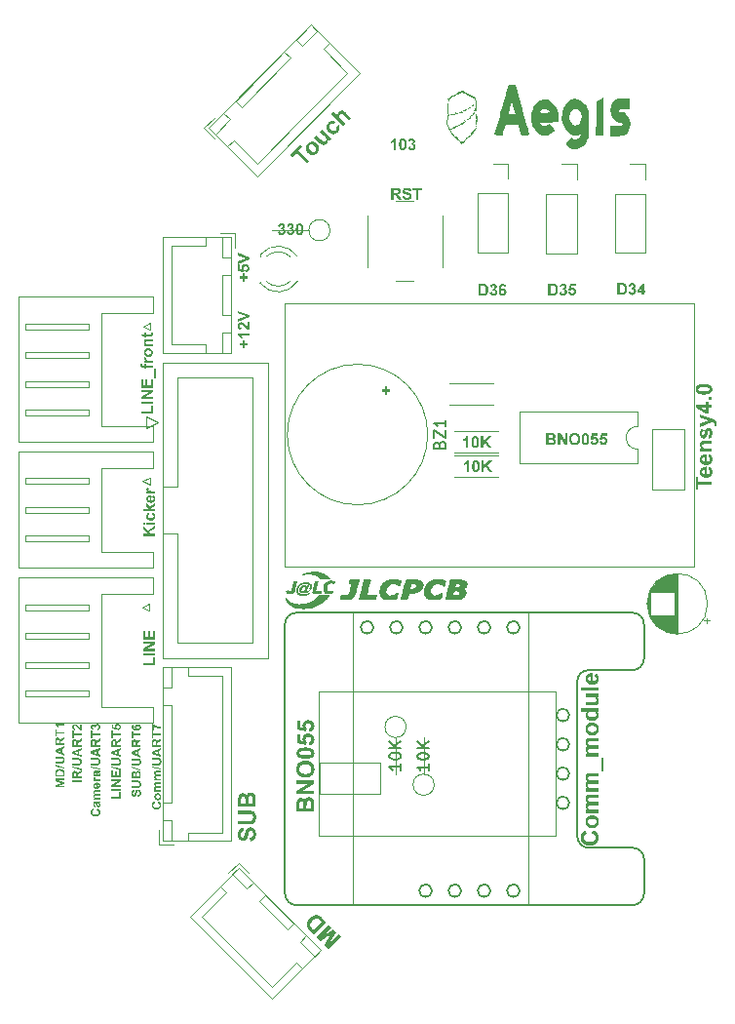
<source format=gbr>
%TF.GenerationSoftware,KiCad,Pcbnew,7.0.9*%
%TF.CreationDate,2025-05-06T13:26:42+09:00*%
%TF.ProjectId,Main_board,4d61696e-5f62-46f6-9172-642e6b696361,rev?*%
%TF.SameCoordinates,Original*%
%TF.FileFunction,Legend,Top*%
%TF.FilePolarity,Positive*%
%FSLAX46Y46*%
G04 Gerber Fmt 4.6, Leading zero omitted, Abs format (unit mm)*
G04 Created by KiCad (PCBNEW 7.0.9) date 2025-05-06 13:26:42*
%MOMM*%
%LPD*%
G01*
G04 APERTURE LIST*
%ADD10C,0.200000*%
%ADD11C,0.175000*%
%ADD12C,0.250000*%
%ADD13C,0.150000*%
%ADD14C,0.120000*%
%ADD15C,0.100000*%
%ADD16C,0.010000*%
G04 APERTURE END LIST*
D10*
X200039359Y-126432941D02*
G75*
G03*
X199052118Y-125445641I-987259J41D01*
G01*
X168864759Y-129432941D02*
G75*
G03*
X169852118Y-130420241I987341J41D01*
G01*
X189240023Y-106309941D02*
G75*
G03*
X189240023Y-106309941I-550013J0D01*
G01*
X193550031Y-116469961D02*
G75*
G03*
X193550031Y-116469961I-550013J0D01*
G01*
X194239418Y-124432941D02*
X194239418Y-111032941D01*
X184160013Y-129169987D02*
G75*
G03*
X184160013Y-129169987I-550013J0D01*
G01*
X199052118Y-130420218D02*
G75*
G03*
X200039418Y-129432941I-18J987318D01*
G01*
X200039418Y-109032941D02*
X200039418Y-106032941D01*
X199052118Y-110020218D02*
G75*
G03*
X200039418Y-109032941I-18J987318D01*
G01*
X179080003Y-106309941D02*
G75*
G03*
X179080003Y-106309941I-550013J0D01*
G01*
X181620008Y-129169987D02*
G75*
G03*
X181620008Y-129169987I-550013J0D01*
G01*
X199052118Y-105045641D02*
X169852118Y-105045641D01*
X193550030Y-121549972D02*
G75*
G03*
X193550030Y-121549972I-550012J0D01*
G01*
X186700018Y-106309941D02*
G75*
G03*
X186700018Y-106309941I-550013J0D01*
G01*
X195252118Y-110020218D02*
G75*
G03*
X194239418Y-111032941I-18J-1012682D01*
G01*
X195252118Y-110020241D02*
X199052118Y-110020241D01*
X168864818Y-106032941D02*
X168864818Y-129432941D01*
X169852118Y-105045618D02*
G75*
G03*
X168864818Y-106032941I-18J-987282D01*
G01*
X184160013Y-106309941D02*
G75*
G03*
X184160013Y-106309941I-550013J0D01*
G01*
X200039418Y-129432941D02*
X200039418Y-126432941D01*
X186700018Y-129169987D02*
G75*
G03*
X186700018Y-129169987I-550013J0D01*
G01*
X193550031Y-113929956D02*
G75*
G03*
X193550031Y-113929956I-550013J0D01*
G01*
X189240023Y-129169987D02*
G75*
G03*
X189240023Y-129169987I-550013J0D01*
G01*
X194239359Y-124432941D02*
G75*
G03*
X195252118Y-125445641I1012741J41D01*
G01*
X199052118Y-125445641D02*
X195252118Y-125445641D01*
X169852118Y-130420241D02*
X199052118Y-130420241D01*
X193550030Y-119009967D02*
G75*
G03*
X193550030Y-119009967I-550012J0D01*
G01*
X176539998Y-106309941D02*
G75*
G03*
X176539998Y-106309941I-550013J0D01*
G01*
X181620008Y-106309941D02*
G75*
G03*
X181620008Y-106309941I-550013J0D01*
G01*
X200039359Y-106032941D02*
G75*
G03*
X199052118Y-105045641I-987259J41D01*
G01*
D11*
G36*
X156079390Y-121041869D02*
G01*
X156066884Y-120883600D01*
X156076396Y-120881703D01*
X156085587Y-120879576D01*
X156094458Y-120877221D01*
X156103008Y-120874636D01*
X156111237Y-120871823D01*
X156119146Y-120868781D01*
X156126735Y-120865509D01*
X156134002Y-120862009D01*
X156140949Y-120858280D01*
X156150769Y-120852257D01*
X156159868Y-120845718D01*
X156168245Y-120838664D01*
X156175901Y-120831096D01*
X156180604Y-120825763D01*
X156187099Y-120817289D01*
X156192955Y-120808279D01*
X156198172Y-120798733D01*
X156202751Y-120788651D01*
X156206690Y-120778033D01*
X156209991Y-120766880D01*
X156211836Y-120759146D01*
X156213398Y-120751175D01*
X156214676Y-120742965D01*
X156215669Y-120734517D01*
X156216379Y-120725831D01*
X156216805Y-120716907D01*
X156216947Y-120707745D01*
X156216820Y-120698078D01*
X156216437Y-120688713D01*
X156215800Y-120679650D01*
X156214908Y-120670889D01*
X156213761Y-120662431D01*
X156212358Y-120654274D01*
X156210701Y-120646420D01*
X156207738Y-120635206D01*
X156204201Y-120624672D01*
X156200090Y-120614818D01*
X156195406Y-120605644D01*
X156190148Y-120597150D01*
X156184316Y-120589336D01*
X156178065Y-120582213D01*
X156171622Y-120575790D01*
X156164986Y-120570068D01*
X156158158Y-120565046D01*
X156151137Y-120560726D01*
X156143925Y-120557105D01*
X156136520Y-120554186D01*
X156128922Y-120551967D01*
X156121132Y-120550449D01*
X156113150Y-120549632D01*
X156107722Y-120549476D01*
X156099134Y-120549886D01*
X156090957Y-120551117D01*
X156083190Y-120553168D01*
X156075833Y-120556040D01*
X156068886Y-120559732D01*
X156062350Y-120564245D01*
X156059850Y-120566280D01*
X156053807Y-120572137D01*
X156048012Y-120579206D01*
X156043555Y-120585733D01*
X156039256Y-120593036D01*
X156035116Y-120601114D01*
X156031135Y-120609968D01*
X156027312Y-120619597D01*
X156025461Y-120624703D01*
X156022670Y-120633022D01*
X156020249Y-120640757D01*
X156017546Y-120649772D01*
X156014561Y-120660068D01*
X156012415Y-120667645D01*
X156010143Y-120675790D01*
X156007747Y-120684505D01*
X156005225Y-120693789D01*
X156002578Y-120703643D01*
X155999806Y-120714066D01*
X155996908Y-120725058D01*
X155993886Y-120736620D01*
X155990738Y-120748752D01*
X155989117Y-120755031D01*
X155987015Y-120763124D01*
X155984884Y-120771066D01*
X155982726Y-120778855D01*
X155980538Y-120786492D01*
X155976079Y-120801309D01*
X155971508Y-120815517D01*
X155966823Y-120829116D01*
X155962025Y-120842106D01*
X155957114Y-120854487D01*
X155952090Y-120866259D01*
X155946953Y-120877422D01*
X155941704Y-120887975D01*
X155936341Y-120897920D01*
X155930866Y-120907255D01*
X155925277Y-120915981D01*
X155919575Y-120924099D01*
X155913761Y-120931607D01*
X155907833Y-120938506D01*
X155899316Y-120947497D01*
X155890568Y-120955908D01*
X155881590Y-120963739D01*
X155872382Y-120970990D01*
X155862942Y-120977661D01*
X155853273Y-120983752D01*
X155843372Y-120989263D01*
X155833242Y-120994193D01*
X155822880Y-120998544D01*
X155812289Y-121002314D01*
X155801466Y-121005505D01*
X155790414Y-121008115D01*
X155779130Y-121010145D01*
X155767617Y-121011596D01*
X155755872Y-121012466D01*
X155743898Y-121012756D01*
X155732318Y-121012450D01*
X155720878Y-121011533D01*
X155709580Y-121010005D01*
X155698423Y-121007865D01*
X155687406Y-121005114D01*
X155676530Y-121001751D01*
X155665795Y-120997777D01*
X155655201Y-120993192D01*
X155644747Y-120987995D01*
X155637857Y-120984191D01*
X155631029Y-120980115D01*
X155627638Y-120977976D01*
X155620950Y-120973484D01*
X155614464Y-120968752D01*
X155608182Y-120963781D01*
X155602102Y-120958570D01*
X155596226Y-120953120D01*
X155590553Y-120947430D01*
X155585083Y-120941500D01*
X155579815Y-120935331D01*
X155574751Y-120928922D01*
X155569890Y-120922273D01*
X155565232Y-120915385D01*
X155560777Y-120908256D01*
X155556524Y-120900889D01*
X155552475Y-120893281D01*
X155548629Y-120885434D01*
X155544986Y-120877348D01*
X155541555Y-120869011D01*
X155538346Y-120860464D01*
X155535358Y-120851707D01*
X155532591Y-120842738D01*
X155530045Y-120833559D01*
X155527721Y-120824170D01*
X155525619Y-120814569D01*
X155523737Y-120804759D01*
X155522077Y-120794737D01*
X155520638Y-120784505D01*
X155519421Y-120774062D01*
X155518425Y-120763408D01*
X155517650Y-120752544D01*
X155517097Y-120741469D01*
X155516765Y-120730184D01*
X155516654Y-120718687D01*
X155516721Y-120709284D01*
X155516920Y-120700027D01*
X155517253Y-120690917D01*
X155517720Y-120681953D01*
X155518319Y-120673136D01*
X155519051Y-120664465D01*
X155519917Y-120655941D01*
X155520916Y-120647564D01*
X155522048Y-120639333D01*
X155523314Y-120631248D01*
X155524712Y-120623311D01*
X155526244Y-120615519D01*
X155527909Y-120607874D01*
X155531638Y-120593024D01*
X155535900Y-120578761D01*
X155540695Y-120565083D01*
X155546022Y-120551992D01*
X155551882Y-120539486D01*
X155558276Y-120527567D01*
X155565201Y-120516234D01*
X155572660Y-120505488D01*
X155580651Y-120495327D01*
X155584847Y-120490467D01*
X155593549Y-120481153D01*
X155602606Y-120472408D01*
X155612019Y-120464233D01*
X155621788Y-120456627D01*
X155631913Y-120449591D01*
X155642393Y-120443123D01*
X155653229Y-120437226D01*
X155664421Y-120431897D01*
X155675968Y-120427138D01*
X155687871Y-120422949D01*
X155700130Y-120419329D01*
X155712744Y-120416278D01*
X155725714Y-120413797D01*
X155739040Y-120411885D01*
X155752722Y-120410542D01*
X155766759Y-120409769D01*
X155766759Y-120572532D01*
X155755808Y-120574685D01*
X155745452Y-120577261D01*
X155735690Y-120580259D01*
X155726523Y-120583679D01*
X155717949Y-120587522D01*
X155709970Y-120591787D01*
X155702585Y-120596475D01*
X155695794Y-120601585D01*
X155689597Y-120607118D01*
X155683995Y-120613073D01*
X155680590Y-120617278D01*
X155675876Y-120624028D01*
X155671625Y-120631383D01*
X155667839Y-120639342D01*
X155664516Y-120647906D01*
X155661656Y-120657074D01*
X155659261Y-120666847D01*
X155657329Y-120677224D01*
X155655860Y-120688206D01*
X155654856Y-120699792D01*
X155654443Y-120707852D01*
X155654237Y-120716181D01*
X155654212Y-120720446D01*
X155654323Y-120729168D01*
X155654657Y-120737653D01*
X155655215Y-120745899D01*
X155655995Y-120753907D01*
X155656998Y-120761677D01*
X155658920Y-120772886D01*
X155661344Y-120783558D01*
X155664269Y-120793695D01*
X155667695Y-120803296D01*
X155671623Y-120812361D01*
X155676053Y-120820891D01*
X155680984Y-120828884D01*
X155682739Y-120831430D01*
X155688784Y-120838860D01*
X155695440Y-120845031D01*
X155702706Y-120849943D01*
X155710583Y-120853595D01*
X155719070Y-120855988D01*
X155728168Y-120857121D01*
X155731979Y-120857222D01*
X155740515Y-120856630D01*
X155748660Y-120854856D01*
X155756413Y-120851898D01*
X155763776Y-120847757D01*
X155770747Y-120842434D01*
X155777328Y-120835927D01*
X155779850Y-120832993D01*
X155784646Y-120826467D01*
X155789506Y-120818391D01*
X155794432Y-120808767D01*
X155797752Y-120801490D01*
X155801101Y-120793524D01*
X155804480Y-120784870D01*
X155807887Y-120775528D01*
X155811323Y-120765497D01*
X155814788Y-120754778D01*
X155818282Y-120743371D01*
X155821806Y-120731274D01*
X155825358Y-120718490D01*
X155828939Y-120705017D01*
X155832549Y-120690855D01*
X155834365Y-120683516D01*
X155837985Y-120668908D01*
X155841613Y-120654784D01*
X155845251Y-120641144D01*
X155848898Y-120627988D01*
X155852554Y-120615315D01*
X155856219Y-120603127D01*
X155859893Y-120591422D01*
X155863577Y-120580202D01*
X155867269Y-120569465D01*
X155870971Y-120559212D01*
X155874682Y-120549443D01*
X155878402Y-120540158D01*
X155882131Y-120531357D01*
X155885870Y-120523040D01*
X155889617Y-120515206D01*
X155893374Y-120507857D01*
X155897222Y-120500846D01*
X155901242Y-120494030D01*
X155905434Y-120487407D01*
X155912047Y-120477836D01*
X155919047Y-120468702D01*
X155926436Y-120460003D01*
X155934212Y-120451741D01*
X155942377Y-120443915D01*
X155950930Y-120436526D01*
X155959871Y-120429572D01*
X155969200Y-120423055D01*
X155975635Y-120418953D01*
X155985632Y-120413191D01*
X155996058Y-120407996D01*
X156003247Y-120404848D01*
X156010627Y-120401951D01*
X156018198Y-120399306D01*
X156025959Y-120396913D01*
X156033912Y-120394772D01*
X156042055Y-120392883D01*
X156050389Y-120391246D01*
X156058914Y-120389861D01*
X156067629Y-120388727D01*
X156076536Y-120387846D01*
X156085633Y-120387216D01*
X156094921Y-120386838D01*
X156104400Y-120386712D01*
X156113061Y-120386863D01*
X156121653Y-120387314D01*
X156130176Y-120388066D01*
X156138631Y-120389118D01*
X156147017Y-120390472D01*
X156155334Y-120392126D01*
X156163582Y-120394080D01*
X156171762Y-120396336D01*
X156179873Y-120398892D01*
X156187916Y-120401749D01*
X156195890Y-120404906D01*
X156203795Y-120408365D01*
X156211631Y-120412124D01*
X156219399Y-120416183D01*
X156227098Y-120420544D01*
X156234728Y-120425205D01*
X156242202Y-120430141D01*
X156249431Y-120435326D01*
X156256417Y-120440760D01*
X156263158Y-120446442D01*
X156269655Y-120452373D01*
X156275907Y-120458553D01*
X156281916Y-120464982D01*
X156287680Y-120471660D01*
X156293200Y-120478587D01*
X156298475Y-120485762D01*
X156303507Y-120493186D01*
X156308294Y-120500859D01*
X156312837Y-120508781D01*
X156317136Y-120516952D01*
X156321190Y-120525371D01*
X156325000Y-120534040D01*
X156328573Y-120542968D01*
X156331915Y-120552166D01*
X156335027Y-120561634D01*
X156337908Y-120571372D01*
X156340559Y-120581381D01*
X156342980Y-120591660D01*
X156345169Y-120602209D01*
X156347129Y-120613028D01*
X156348857Y-120624117D01*
X156350356Y-120635477D01*
X156351623Y-120647107D01*
X156352661Y-120659007D01*
X156353467Y-120671177D01*
X156354044Y-120683617D01*
X156354389Y-120696328D01*
X156354505Y-120709308D01*
X156354436Y-120718789D01*
X156354231Y-120728131D01*
X156353888Y-120737335D01*
X156353409Y-120746400D01*
X156352792Y-120755326D01*
X156352039Y-120764114D01*
X156351148Y-120772764D01*
X156350121Y-120781275D01*
X156348956Y-120789647D01*
X156347654Y-120797881D01*
X156346216Y-120805976D01*
X156344640Y-120813933D01*
X156342928Y-120821751D01*
X156341078Y-120829431D01*
X156336968Y-120844375D01*
X156332310Y-120858764D01*
X156327104Y-120872600D01*
X156321350Y-120885882D01*
X156315047Y-120898609D01*
X156308197Y-120910782D01*
X156300799Y-120922401D01*
X156292852Y-120933466D01*
X156284358Y-120943977D01*
X156275314Y-120953954D01*
X156265768Y-120963416D01*
X156255720Y-120972363D01*
X156245169Y-120980797D01*
X156234117Y-120988715D01*
X156222562Y-120996120D01*
X156210504Y-121003010D01*
X156197945Y-121009385D01*
X156184883Y-121015246D01*
X156171320Y-121020593D01*
X156157253Y-121025425D01*
X156142685Y-121029743D01*
X156127615Y-121033546D01*
X156119891Y-121035255D01*
X156112042Y-121036835D01*
X156104067Y-121038287D01*
X156095967Y-121039609D01*
X156087741Y-121040804D01*
X156079390Y-121041869D01*
G37*
G36*
X155529159Y-120255408D02*
G01*
X155529159Y-120092644D01*
X155970360Y-120092644D01*
X155983187Y-120092620D01*
X155995437Y-120092549D01*
X156007110Y-120092431D01*
X156018207Y-120092266D01*
X156028726Y-120092053D01*
X156038668Y-120091792D01*
X156048033Y-120091485D01*
X156056822Y-120091130D01*
X156065033Y-120090728D01*
X156076267Y-120090035D01*
X156086204Y-120089237D01*
X156094842Y-120088332D01*
X156104340Y-120086960D01*
X156106354Y-120086587D01*
X156115559Y-120084391D01*
X156124418Y-120081687D01*
X156132930Y-120078474D01*
X156141094Y-120074753D01*
X156148912Y-120070524D01*
X156156383Y-120065787D01*
X156163507Y-120060541D01*
X156170285Y-120054786D01*
X156176715Y-120048524D01*
X156182798Y-120041753D01*
X156186661Y-120036957D01*
X156192074Y-120029305D01*
X156196954Y-120021153D01*
X156201301Y-120012498D01*
X156205117Y-120003343D01*
X156208400Y-119993686D01*
X156211150Y-119983527D01*
X156213368Y-119972867D01*
X156215054Y-119961705D01*
X156216208Y-119950043D01*
X156216681Y-119941989D01*
X156216918Y-119933712D01*
X156216947Y-119929490D01*
X156216836Y-119920953D01*
X156216501Y-119912683D01*
X156215944Y-119904680D01*
X156214691Y-119893177D01*
X156212935Y-119882275D01*
X156210679Y-119871974D01*
X156207921Y-119862273D01*
X156204661Y-119853174D01*
X156200900Y-119844677D01*
X156196638Y-119836780D01*
X156191874Y-119829484D01*
X156188420Y-119824954D01*
X156182921Y-119818607D01*
X156177195Y-119812754D01*
X156171243Y-119807396D01*
X156165064Y-119802532D01*
X156156473Y-119796817D01*
X156147478Y-119791981D01*
X156138081Y-119788024D01*
X156128281Y-119784947D01*
X156118078Y-119782749D01*
X156109790Y-119781457D01*
X156100533Y-119780292D01*
X156090308Y-119779254D01*
X156079115Y-119778343D01*
X156071114Y-119777807D01*
X156062683Y-119777327D01*
X156053822Y-119776903D01*
X156044530Y-119776536D01*
X156034808Y-119776225D01*
X156024655Y-119775971D01*
X156014071Y-119775773D01*
X156003058Y-119775632D01*
X155991613Y-119775547D01*
X155979739Y-119775519D01*
X155529159Y-119775519D01*
X155529159Y-119612951D01*
X155955314Y-119612951D01*
X155964365Y-119612964D01*
X155973249Y-119613003D01*
X155981964Y-119613068D01*
X155990513Y-119613159D01*
X155998893Y-119613276D01*
X156007107Y-119613418D01*
X156015152Y-119613587D01*
X156023031Y-119613782D01*
X156038284Y-119614249D01*
X156052868Y-119614820D01*
X156066781Y-119615494D01*
X156080025Y-119616273D01*
X156092598Y-119617155D01*
X156104501Y-119618141D01*
X156115734Y-119619231D01*
X156126296Y-119620425D01*
X156136189Y-119621723D01*
X156145411Y-119623124D01*
X156153964Y-119624629D01*
X156161846Y-119626238D01*
X156173002Y-119628890D01*
X156183828Y-119631937D01*
X156194324Y-119635379D01*
X156204491Y-119639216D01*
X156214328Y-119643448D01*
X156223835Y-119648076D01*
X156233012Y-119653098D01*
X156241860Y-119658515D01*
X156250378Y-119664327D01*
X156258566Y-119670534D01*
X156263842Y-119674891D01*
X156271461Y-119681734D01*
X156278785Y-119688998D01*
X156285813Y-119696686D01*
X156292546Y-119704796D01*
X156298984Y-119713328D01*
X156305126Y-119722283D01*
X156310973Y-119731660D01*
X156316525Y-119741460D01*
X156321781Y-119751682D01*
X156326742Y-119762326D01*
X156329885Y-119769657D01*
X156332866Y-119777201D01*
X156335655Y-119785029D01*
X156338252Y-119793144D01*
X156340656Y-119801543D01*
X156342868Y-119810228D01*
X156344888Y-119819199D01*
X156346715Y-119828455D01*
X156348350Y-119837996D01*
X156349792Y-119847823D01*
X156351043Y-119857936D01*
X156352100Y-119868334D01*
X156352966Y-119879017D01*
X156353639Y-119889986D01*
X156354120Y-119901240D01*
X156354409Y-119912780D01*
X156354505Y-119924605D01*
X156354400Y-119938799D01*
X156354086Y-119952559D01*
X156353564Y-119965885D01*
X156352832Y-119978778D01*
X156351891Y-119991238D01*
X156350740Y-120003263D01*
X156349381Y-120014856D01*
X156347812Y-120026015D01*
X156346035Y-120036740D01*
X156344048Y-120047032D01*
X156341852Y-120056890D01*
X156339447Y-120066315D01*
X156336833Y-120075306D01*
X156334010Y-120083864D01*
X156330977Y-120091988D01*
X156327736Y-120099678D01*
X156324303Y-120107030D01*
X156320747Y-120114186D01*
X156317068Y-120121147D01*
X156311316Y-120131222D01*
X156305287Y-120140858D01*
X156298979Y-120150053D01*
X156292393Y-120158809D01*
X156285529Y-120167126D01*
X156278386Y-120175003D01*
X156270966Y-120182440D01*
X156263267Y-120189438D01*
X156257980Y-120193858D01*
X156249884Y-120200135D01*
X156241716Y-120205996D01*
X156233475Y-120211442D01*
X156225163Y-120216472D01*
X156216778Y-120221087D01*
X156208322Y-120225286D01*
X156199793Y-120229069D01*
X156191192Y-120232436D01*
X156182519Y-120235389D01*
X156173773Y-120237925D01*
X156167903Y-120239385D01*
X156158924Y-120241325D01*
X156149426Y-120243140D01*
X156139409Y-120244830D01*
X156128873Y-120246395D01*
X156117818Y-120247834D01*
X156106244Y-120249149D01*
X156094151Y-120250338D01*
X156081539Y-120251402D01*
X156068408Y-120252341D01*
X156054758Y-120253154D01*
X156040589Y-120253843D01*
X156025900Y-120254406D01*
X156010693Y-120254844D01*
X155994967Y-120255157D01*
X155986909Y-120255267D01*
X155978722Y-120255345D01*
X155970405Y-120255392D01*
X155961958Y-120255408D01*
X155529159Y-120255408D01*
G37*
G36*
X156118223Y-118770831D02*
G01*
X156128477Y-118771506D01*
X156138680Y-118772631D01*
X156148831Y-118774206D01*
X156158931Y-118776231D01*
X156168979Y-118778705D01*
X156178975Y-118781630D01*
X156188920Y-118785005D01*
X156198814Y-118788829D01*
X156208656Y-118793103D01*
X156215189Y-118796203D01*
X156224750Y-118801166D01*
X156233944Y-118806454D01*
X156242771Y-118812069D01*
X156251230Y-118818011D01*
X156259321Y-118824279D01*
X156267045Y-118830873D01*
X156274402Y-118837793D01*
X156281391Y-118845039D01*
X156288012Y-118852612D01*
X156294266Y-118860511D01*
X156298231Y-118865959D01*
X156303847Y-118874421D01*
X156309044Y-118883247D01*
X156313821Y-118892437D01*
X156318180Y-118901991D01*
X156322119Y-118911909D01*
X156325640Y-118922191D01*
X156328741Y-118932837D01*
X156331424Y-118943848D01*
X156333687Y-118955222D01*
X156334963Y-118963008D01*
X156336053Y-118970955D01*
X156336528Y-118974989D01*
X156337307Y-118983619D01*
X156338031Y-118994269D01*
X156338482Y-119002491D01*
X156338910Y-119011610D01*
X156339313Y-119021627D01*
X156339691Y-119032542D01*
X156340046Y-119044354D01*
X156340375Y-119057064D01*
X156340681Y-119070671D01*
X156340961Y-119085176D01*
X156341218Y-119100578D01*
X156341337Y-119108616D01*
X156341450Y-119116879D01*
X156341557Y-119125365D01*
X156341658Y-119134076D01*
X156341752Y-119143012D01*
X156341841Y-119152172D01*
X156341923Y-119161556D01*
X156342000Y-119171165D01*
X156342000Y-119445498D01*
X155529159Y-119445498D01*
X155529159Y-119282930D01*
X155666717Y-119282930D01*
X155854295Y-119282930D01*
X155991853Y-119282930D01*
X156204442Y-119282930D01*
X156204442Y-119132281D01*
X156204423Y-119121541D01*
X156204366Y-119111304D01*
X156204270Y-119101568D01*
X156204137Y-119092335D01*
X156203965Y-119083604D01*
X156203755Y-119075376D01*
X156203369Y-119063974D01*
X156202896Y-119053703D01*
X156202338Y-119044562D01*
X156201694Y-119036550D01*
X156200702Y-119027626D01*
X156199557Y-119020711D01*
X156197652Y-119011839D01*
X156195161Y-119003394D01*
X156192083Y-118995377D01*
X156188420Y-118987787D01*
X156184170Y-118980625D01*
X156179334Y-118973890D01*
X156173912Y-118967582D01*
X156167903Y-118961702D01*
X156161333Y-118956344D01*
X156154226Y-118951700D01*
X156146581Y-118947771D01*
X156138399Y-118944556D01*
X156129679Y-118942056D01*
X156120422Y-118940270D01*
X156110628Y-118939198D01*
X156100297Y-118938841D01*
X156091528Y-118939116D01*
X156083102Y-118939940D01*
X156075018Y-118941314D01*
X156067275Y-118943237D01*
X156058078Y-118946414D01*
X156049415Y-118950450D01*
X156041286Y-118955344D01*
X156039725Y-118956426D01*
X156032243Y-118962303D01*
X156025429Y-118968944D01*
X156019283Y-118976347D01*
X156014847Y-118982820D01*
X156010838Y-118989781D01*
X156007257Y-118997230D01*
X156004103Y-119005168D01*
X156003381Y-119007229D01*
X156000679Y-119016751D01*
X155998889Y-119025492D01*
X155997302Y-119035603D01*
X155995917Y-119047085D01*
X155995107Y-119055500D01*
X155994386Y-119064525D01*
X155993756Y-119074159D01*
X155993215Y-119084402D01*
X155992765Y-119095254D01*
X155992405Y-119106715D01*
X155992134Y-119118785D01*
X155991954Y-119131464D01*
X155991864Y-119144753D01*
X155991853Y-119151625D01*
X155991853Y-119282930D01*
X155854295Y-119282930D01*
X155854295Y-119176245D01*
X155854285Y-119164656D01*
X155854253Y-119153628D01*
X155854199Y-119143162D01*
X155854124Y-119133258D01*
X155854028Y-119123916D01*
X155853911Y-119115135D01*
X155853772Y-119106917D01*
X155853523Y-119095642D01*
X155853227Y-119085631D01*
X155852882Y-119076884D01*
X155852348Y-119067187D01*
X155851560Y-119058227D01*
X155849994Y-119048054D01*
X155847835Y-119038443D01*
X155845084Y-119029394D01*
X155841741Y-119020906D01*
X155837806Y-119012981D01*
X155833278Y-119005617D01*
X155828158Y-118998815D01*
X155822446Y-118992574D01*
X155816200Y-118986941D01*
X155809477Y-118982060D01*
X155802278Y-118977929D01*
X155794602Y-118974549D01*
X155786451Y-118971921D01*
X155777823Y-118970043D01*
X155768719Y-118968916D01*
X155759138Y-118968541D01*
X155749933Y-118968864D01*
X155741174Y-118969835D01*
X155732861Y-118971453D01*
X155724993Y-118973719D01*
X155717571Y-118976631D01*
X155710595Y-118980191D01*
X155702502Y-118985551D01*
X155697980Y-118989253D01*
X155691101Y-118996155D01*
X155686244Y-119002385D01*
X155681960Y-119009244D01*
X155678251Y-119016731D01*
X155675115Y-119024848D01*
X155672554Y-119033593D01*
X155670566Y-119042968D01*
X155669452Y-119050411D01*
X155668664Y-119060196D01*
X155668256Y-119068192D01*
X155667895Y-119077781D01*
X155667582Y-119088965D01*
X155667401Y-119097306D01*
X155667240Y-119106355D01*
X155667102Y-119116112D01*
X155666984Y-119126578D01*
X155666888Y-119137752D01*
X155666813Y-119149635D01*
X155666760Y-119162225D01*
X155666728Y-119175524D01*
X155666717Y-119189532D01*
X155666717Y-119282930D01*
X155529159Y-119282930D01*
X155529159Y-119123488D01*
X155529191Y-119111735D01*
X155529288Y-119100362D01*
X155529448Y-119089369D01*
X155529672Y-119078755D01*
X155529961Y-119068522D01*
X155530313Y-119058669D01*
X155530730Y-119049197D01*
X155531211Y-119040104D01*
X155531756Y-119031391D01*
X155532365Y-119023059D01*
X155533038Y-119015106D01*
X155534168Y-119003891D01*
X155535442Y-118993530D01*
X155536861Y-118984024D01*
X155537366Y-118981046D01*
X155539024Y-118972304D01*
X155540995Y-118963738D01*
X155543279Y-118955346D01*
X155545875Y-118947130D01*
X155548783Y-118939089D01*
X155552004Y-118931223D01*
X155555538Y-118923532D01*
X155559384Y-118916016D01*
X155563543Y-118908676D01*
X155568015Y-118901511D01*
X155571169Y-118896831D01*
X155576120Y-118889980D01*
X155581372Y-118883349D01*
X155586927Y-118876938D01*
X155592785Y-118870746D01*
X155598944Y-118864774D01*
X155605406Y-118859022D01*
X155612170Y-118853490D01*
X155619236Y-118848178D01*
X155626605Y-118843085D01*
X155634275Y-118838213D01*
X155639557Y-118835087D01*
X155647637Y-118830652D01*
X155655901Y-118826653D01*
X155664352Y-118823091D01*
X155672988Y-118819965D01*
X155681809Y-118817275D01*
X155690816Y-118815021D01*
X155700008Y-118813204D01*
X155709386Y-118811822D01*
X155718949Y-118810877D01*
X155728698Y-118810368D01*
X155735300Y-118810271D01*
X155745989Y-118810539D01*
X155756513Y-118811343D01*
X155766872Y-118812683D01*
X155777066Y-118814558D01*
X155787095Y-118816969D01*
X155796959Y-118819916D01*
X155806659Y-118823399D01*
X155816193Y-118827417D01*
X155825563Y-118831972D01*
X155834768Y-118837062D01*
X155840813Y-118840753D01*
X155849615Y-118846659D01*
X155857993Y-118852946D01*
X155865950Y-118859614D01*
X155873484Y-118866664D01*
X155880595Y-118874095D01*
X155887284Y-118881907D01*
X155893551Y-118890101D01*
X155899395Y-118898675D01*
X155904816Y-118907631D01*
X155909816Y-118916968D01*
X155912914Y-118923405D01*
X155915719Y-118914330D01*
X155918760Y-118905523D01*
X155922038Y-118896983D01*
X155925553Y-118888710D01*
X155929305Y-118880704D01*
X155933293Y-118872966D01*
X155937517Y-118865494D01*
X155941979Y-118858290D01*
X155946676Y-118851352D01*
X155951611Y-118844682D01*
X155956782Y-118838279D01*
X155962190Y-118832143D01*
X155967834Y-118826275D01*
X155973715Y-118820673D01*
X155979832Y-118815339D01*
X155986187Y-118810271D01*
X155992730Y-118805468D01*
X155999415Y-118800975D01*
X156006243Y-118796792D01*
X156013212Y-118792918D01*
X156020323Y-118789354D01*
X156027577Y-118786101D01*
X156034972Y-118783157D01*
X156042509Y-118780523D01*
X156050188Y-118778199D01*
X156058009Y-118776184D01*
X156065972Y-118774480D01*
X156074077Y-118773085D01*
X156082324Y-118772001D01*
X156090713Y-118771226D01*
X156099244Y-118770761D01*
X156107917Y-118770606D01*
X156118223Y-118770831D01*
G37*
G36*
X156342000Y-118721367D02*
G01*
X155529159Y-118521869D01*
X155529159Y-118406001D01*
X156342000Y-118607648D01*
X156342000Y-118721367D01*
G37*
G36*
X155529159Y-118328038D02*
G01*
X155529159Y-118165275D01*
X155970360Y-118165275D01*
X155983187Y-118165251D01*
X155995437Y-118165180D01*
X156007110Y-118165062D01*
X156018207Y-118164896D01*
X156028726Y-118164683D01*
X156038668Y-118164423D01*
X156048033Y-118164116D01*
X156056822Y-118163761D01*
X156065033Y-118163358D01*
X156076267Y-118162666D01*
X156086204Y-118161868D01*
X156094842Y-118160963D01*
X156104340Y-118159590D01*
X156106354Y-118159218D01*
X156115559Y-118157022D01*
X156124418Y-118154318D01*
X156132930Y-118151105D01*
X156141094Y-118147384D01*
X156148912Y-118143155D01*
X156156383Y-118138417D01*
X156163507Y-118133172D01*
X156170285Y-118127417D01*
X156176715Y-118121155D01*
X156182798Y-118114384D01*
X156186661Y-118109588D01*
X156192074Y-118101936D01*
X156196954Y-118093784D01*
X156201301Y-118085129D01*
X156205117Y-118075974D01*
X156208400Y-118066317D01*
X156211150Y-118056158D01*
X156213368Y-118045498D01*
X156215054Y-118034336D01*
X156216208Y-118022673D01*
X156216681Y-118014619D01*
X156216918Y-118006343D01*
X156216947Y-118002121D01*
X156216836Y-117993584D01*
X156216501Y-117985314D01*
X156215944Y-117977311D01*
X156214691Y-117965808D01*
X156212935Y-117954906D01*
X156210679Y-117944604D01*
X156207921Y-117934904D01*
X156204661Y-117925805D01*
X156200900Y-117917307D01*
X156196638Y-117909411D01*
X156191874Y-117902115D01*
X156188420Y-117897585D01*
X156182921Y-117891238D01*
X156177195Y-117885385D01*
X156171243Y-117880027D01*
X156165064Y-117875163D01*
X156156473Y-117869448D01*
X156147478Y-117864612D01*
X156138081Y-117860655D01*
X156128281Y-117857578D01*
X156118078Y-117855380D01*
X156109790Y-117854088D01*
X156100533Y-117852923D01*
X156090308Y-117851885D01*
X156079115Y-117850974D01*
X156071114Y-117850438D01*
X156062683Y-117849957D01*
X156053822Y-117849534D01*
X156044530Y-117849167D01*
X156034808Y-117848856D01*
X156024655Y-117848602D01*
X156014071Y-117848404D01*
X156003058Y-117848263D01*
X155991613Y-117848178D01*
X155979739Y-117848150D01*
X155529159Y-117848150D01*
X155529159Y-117685582D01*
X155955314Y-117685582D01*
X155964365Y-117685595D01*
X155973249Y-117685634D01*
X155981964Y-117685699D01*
X155990513Y-117685790D01*
X155998893Y-117685906D01*
X156007107Y-117686049D01*
X156015152Y-117686218D01*
X156023031Y-117686412D01*
X156038284Y-117686880D01*
X156052868Y-117687450D01*
X156066781Y-117688125D01*
X156080025Y-117688904D01*
X156092598Y-117689786D01*
X156104501Y-117690772D01*
X156115734Y-117691862D01*
X156126296Y-117693056D01*
X156136189Y-117694353D01*
X156145411Y-117695755D01*
X156153964Y-117697260D01*
X156161846Y-117698869D01*
X156173002Y-117701521D01*
X156183828Y-117704568D01*
X156194324Y-117708010D01*
X156204491Y-117711847D01*
X156214328Y-117716079D01*
X156223835Y-117720706D01*
X156233012Y-117725728D01*
X156241860Y-117731145D01*
X156250378Y-117736958D01*
X156258566Y-117743165D01*
X156263842Y-117747522D01*
X156271461Y-117754364D01*
X156278785Y-117761629D01*
X156285813Y-117769317D01*
X156292546Y-117777426D01*
X156298984Y-117785959D01*
X156305126Y-117794913D01*
X156310973Y-117804291D01*
X156316525Y-117814090D01*
X156321781Y-117824312D01*
X156326742Y-117834957D01*
X156329885Y-117842288D01*
X156332866Y-117849831D01*
X156335655Y-117857660D01*
X156338252Y-117865774D01*
X156340656Y-117874174D01*
X156342868Y-117882859D01*
X156344888Y-117891830D01*
X156346715Y-117901086D01*
X156348350Y-117910627D01*
X156349792Y-117920454D01*
X156351043Y-117930567D01*
X156352100Y-117940965D01*
X156352966Y-117951648D01*
X156353639Y-117962617D01*
X156354120Y-117973871D01*
X156354409Y-117985411D01*
X156354505Y-117997236D01*
X156354400Y-118011429D01*
X156354086Y-118025189D01*
X156353564Y-118038516D01*
X156352832Y-118051409D01*
X156351891Y-118063868D01*
X156350740Y-118075894D01*
X156349381Y-118087487D01*
X156347812Y-118098645D01*
X156346035Y-118109371D01*
X156344048Y-118119663D01*
X156341852Y-118129521D01*
X156339447Y-118138946D01*
X156336833Y-118147937D01*
X156334010Y-118156494D01*
X156330977Y-118164619D01*
X156327736Y-118172309D01*
X156324303Y-118179661D01*
X156320747Y-118186817D01*
X156317068Y-118193778D01*
X156311316Y-118203853D01*
X156305287Y-118213488D01*
X156298979Y-118222684D01*
X156292393Y-118231440D01*
X156285529Y-118239757D01*
X156278386Y-118247634D01*
X156270966Y-118255071D01*
X156263267Y-118262068D01*
X156257980Y-118266489D01*
X156249884Y-118272766D01*
X156241716Y-118278627D01*
X156233475Y-118284073D01*
X156225163Y-118289103D01*
X156216778Y-118293717D01*
X156208322Y-118297916D01*
X156199793Y-118301700D01*
X156191192Y-118305067D01*
X156182519Y-118308019D01*
X156173773Y-118310556D01*
X156167903Y-118312016D01*
X156158924Y-118313956D01*
X156149426Y-118315771D01*
X156139409Y-118317461D01*
X156128873Y-118319026D01*
X156117818Y-118320465D01*
X156106244Y-118321780D01*
X156094151Y-118322969D01*
X156081539Y-118324033D01*
X156068408Y-118324972D01*
X156054758Y-118325785D01*
X156040589Y-118326474D01*
X156025900Y-118327037D01*
X156010693Y-118327475D01*
X155994967Y-118327788D01*
X155986909Y-118327898D01*
X155978722Y-118327976D01*
X155970405Y-118328023D01*
X155961958Y-118328038D01*
X155529159Y-118328038D01*
G37*
G36*
X156342000Y-116969071D02*
G01*
X156154421Y-117039413D01*
X156154421Y-117361618D01*
X156342000Y-117428052D01*
X156342000Y-117600585D01*
X155529159Y-117286782D01*
X155529159Y-117202763D01*
X155729243Y-117202763D01*
X156016863Y-117311597D01*
X156016863Y-117091779D01*
X155729243Y-117202763D01*
X155529159Y-117202763D01*
X155529159Y-117114835D01*
X156342000Y-116792239D01*
X156342000Y-116969071D01*
G37*
G36*
X156342000Y-116180264D02*
G01*
X156163214Y-116297892D01*
X156151905Y-116305577D01*
X156141131Y-116312952D01*
X156130894Y-116320018D01*
X156121192Y-116326774D01*
X156112026Y-116333219D01*
X156103396Y-116339355D01*
X156095301Y-116345181D01*
X156087743Y-116350697D01*
X156080720Y-116355903D01*
X156074233Y-116360800D01*
X156065507Y-116367563D01*
X156057987Y-116373629D01*
X156051672Y-116378998D01*
X156046563Y-116383670D01*
X156040744Y-116389477D01*
X156035401Y-116395369D01*
X156029393Y-116402855D01*
X156024128Y-116410474D01*
X156019608Y-116418227D01*
X156015831Y-116426113D01*
X156013346Y-116432518D01*
X156010757Y-116441318D01*
X156009001Y-116449422D01*
X156007527Y-116458473D01*
X156006333Y-116468470D01*
X156005622Y-116476589D01*
X156005069Y-116485240D01*
X156004674Y-116494424D01*
X156004437Y-116504140D01*
X156004358Y-116514389D01*
X156004358Y-116547410D01*
X156342000Y-116547410D01*
X156342000Y-116709978D01*
X155529159Y-116709978D01*
X155529159Y-116547410D01*
X155666717Y-116547410D01*
X155866801Y-116547410D01*
X155866801Y-116427047D01*
X155866763Y-116412761D01*
X155866651Y-116399161D01*
X155866464Y-116386248D01*
X155866202Y-116374022D01*
X155865866Y-116362483D01*
X155865454Y-116351631D01*
X155864968Y-116341466D01*
X155864407Y-116331988D01*
X155863771Y-116323197D01*
X155863061Y-116315093D01*
X155861855Y-116304224D01*
X155860480Y-116294901D01*
X155858937Y-116287124D01*
X155857226Y-116280893D01*
X155853835Y-116272105D01*
X155849765Y-116263937D01*
X155845019Y-116256389D01*
X155839595Y-116249462D01*
X155833494Y-116243154D01*
X155826715Y-116237467D01*
X155823814Y-116235366D01*
X155816135Y-116230581D01*
X155807873Y-116226607D01*
X155799030Y-116223445D01*
X155789605Y-116221093D01*
X155781645Y-116219795D01*
X155773314Y-116219017D01*
X155764609Y-116218757D01*
X155754885Y-116219096D01*
X155745644Y-116220113D01*
X155736885Y-116221807D01*
X155728608Y-116224179D01*
X155720814Y-116227229D01*
X155713502Y-116230957D01*
X155706672Y-116235363D01*
X155700325Y-116240446D01*
X155694500Y-116246149D01*
X155689236Y-116252414D01*
X155684534Y-116259240D01*
X155680394Y-116266629D01*
X155676816Y-116274579D01*
X155673800Y-116283091D01*
X155671345Y-116292164D01*
X155669452Y-116301800D01*
X155668664Y-116309899D01*
X155668130Y-116319160D01*
X155667785Y-116327729D01*
X155667489Y-116337689D01*
X155667240Y-116349040D01*
X155667102Y-116357380D01*
X155666984Y-116366339D01*
X155666888Y-116375915D01*
X155666813Y-116386110D01*
X155666760Y-116396923D01*
X155666728Y-116408354D01*
X155666717Y-116420404D01*
X155666717Y-116547410D01*
X155529159Y-116547410D01*
X155529159Y-116367648D01*
X155529181Y-116359644D01*
X155529245Y-116351779D01*
X155529501Y-116336464D01*
X155529929Y-116321701D01*
X155530527Y-116307491D01*
X155531296Y-116293833D01*
X155532237Y-116280728D01*
X155533348Y-116268175D01*
X155534630Y-116256175D01*
X155536084Y-116244728D01*
X155537708Y-116233833D01*
X155539503Y-116223491D01*
X155541469Y-116213701D01*
X155543606Y-116204464D01*
X155545914Y-116195780D01*
X155548393Y-116187648D01*
X155551043Y-116180069D01*
X155555447Y-116169284D01*
X155560452Y-116158912D01*
X155566058Y-116148951D01*
X155572265Y-116139403D01*
X155579073Y-116130266D01*
X155586482Y-116121542D01*
X155594493Y-116113230D01*
X155603104Y-116105331D01*
X155609179Y-116100293D01*
X155615521Y-116095439D01*
X155622130Y-116090768D01*
X155629006Y-116086280D01*
X155636079Y-116082021D01*
X155643279Y-116078037D01*
X155650605Y-116074327D01*
X155658058Y-116070893D01*
X155665638Y-116067733D01*
X155673345Y-116064848D01*
X155681178Y-116062237D01*
X155689138Y-116059902D01*
X155697225Y-116057841D01*
X155705439Y-116056055D01*
X155713779Y-116054544D01*
X155722245Y-116053307D01*
X155730839Y-116052345D01*
X155739559Y-116051658D01*
X155748406Y-116051246D01*
X155757380Y-116051109D01*
X155768710Y-116051317D01*
X155779789Y-116051942D01*
X155790618Y-116052984D01*
X155801197Y-116054443D01*
X155811525Y-116056318D01*
X155821603Y-116058610D01*
X155831431Y-116061319D01*
X155841009Y-116064445D01*
X155850336Y-116067987D01*
X155859412Y-116071946D01*
X155868239Y-116076322D01*
X155876815Y-116081114D01*
X155885140Y-116086323D01*
X155893215Y-116091949D01*
X155901040Y-116097992D01*
X155908615Y-116104451D01*
X155915893Y-116111302D01*
X155922827Y-116118566D01*
X155929418Y-116126243D01*
X155935665Y-116134335D01*
X155941569Y-116142840D01*
X155947129Y-116151758D01*
X155952346Y-116161091D01*
X155957219Y-116170837D01*
X155961749Y-116180996D01*
X155965936Y-116191570D01*
X155969779Y-116202557D01*
X155973278Y-116213958D01*
X155976434Y-116225772D01*
X155979247Y-116238000D01*
X155981716Y-116250642D01*
X155983842Y-116263698D01*
X155989720Y-116253969D01*
X155995705Y-116244567D01*
X156001797Y-116235491D01*
X156007994Y-116226741D01*
X156014299Y-116218317D01*
X156020709Y-116210220D01*
X156027227Y-116202449D01*
X156033851Y-116195005D01*
X156040581Y-116187886D01*
X156047417Y-116181094D01*
X156052034Y-116176747D01*
X156059467Y-116170090D01*
X156067916Y-116163013D01*
X156074114Y-116158063D01*
X156080763Y-116152926D01*
X156087865Y-116147603D01*
X156095418Y-116142094D01*
X156103423Y-116136398D01*
X156111880Y-116130517D01*
X156120789Y-116124449D01*
X156130149Y-116118195D01*
X156139962Y-116111754D01*
X156150226Y-116105128D01*
X156160942Y-116098315D01*
X156172110Y-116091316D01*
X156183730Y-116084130D01*
X156342000Y-115985652D01*
X156342000Y-116180264D01*
G37*
G36*
X156342000Y-115721088D02*
G01*
X155666717Y-115721088D01*
X155666717Y-115960055D01*
X155529159Y-115960055D01*
X155529159Y-115319943D01*
X155666717Y-115319943D01*
X155666717Y-115558324D01*
X156342000Y-115558324D01*
X156342000Y-115721088D01*
G37*
G36*
X156102332Y-114714895D02*
G01*
X156116890Y-114715745D01*
X156131074Y-114717161D01*
X156144883Y-114719143D01*
X156158319Y-114721691D01*
X156171381Y-114724806D01*
X156184068Y-114728487D01*
X156196382Y-114732735D01*
X156208322Y-114737549D01*
X156219887Y-114742929D01*
X156231079Y-114748875D01*
X156241897Y-114755388D01*
X156252340Y-114762468D01*
X156262410Y-114770113D01*
X156272106Y-114778325D01*
X156281427Y-114787103D01*
X156290276Y-114796326D01*
X156298555Y-114805870D01*
X156306262Y-114815737D01*
X156313399Y-114825926D01*
X156319964Y-114836437D01*
X156325959Y-114847269D01*
X156331383Y-114858424D01*
X156336235Y-114869902D01*
X156340517Y-114881701D01*
X156344228Y-114893822D01*
X156347368Y-114906266D01*
X156349937Y-114919031D01*
X156351936Y-114932119D01*
X156353363Y-114945528D01*
X156354219Y-114959260D01*
X156354505Y-114973314D01*
X156354134Y-114988409D01*
X156353021Y-115003164D01*
X156351166Y-115017578D01*
X156348570Y-115031651D01*
X156345231Y-115045385D01*
X156341151Y-115058778D01*
X156336328Y-115071830D01*
X156330764Y-115084542D01*
X156324458Y-115096914D01*
X156317410Y-115108945D01*
X156309621Y-115120636D01*
X156301089Y-115131986D01*
X156291815Y-115142996D01*
X156281800Y-115153666D01*
X156271042Y-115163995D01*
X156259543Y-115173984D01*
X156247174Y-115183496D01*
X156240633Y-115188021D01*
X156233855Y-115192394D01*
X156226839Y-115196613D01*
X156219587Y-115200678D01*
X156212096Y-115204590D01*
X156204369Y-115208349D01*
X156196404Y-115211954D01*
X156188201Y-115215406D01*
X156179762Y-115218704D01*
X156171084Y-115221849D01*
X156162170Y-115224841D01*
X156153018Y-115227679D01*
X156143629Y-115230364D01*
X156134002Y-115232895D01*
X156124138Y-115235273D01*
X156114037Y-115237498D01*
X156103698Y-115239569D01*
X156093122Y-115241487D01*
X156082309Y-115243251D01*
X156071258Y-115244862D01*
X156059970Y-115246319D01*
X156048444Y-115247623D01*
X156036681Y-115248774D01*
X156024681Y-115249771D01*
X156012443Y-115250615D01*
X155999968Y-115251305D01*
X155987255Y-115251842D01*
X155974306Y-115252226D01*
X155961118Y-115252456D01*
X155947694Y-115252532D01*
X155933930Y-115252452D01*
X155920408Y-115252213D01*
X155907129Y-115251813D01*
X155894092Y-115251253D01*
X155881297Y-115250534D01*
X155868745Y-115249654D01*
X155856435Y-115248615D01*
X155844367Y-115247416D01*
X155832542Y-115246056D01*
X155820959Y-115244537D01*
X155809618Y-115242858D01*
X155798519Y-115241019D01*
X155787663Y-115239021D01*
X155777050Y-115236862D01*
X155766678Y-115234543D01*
X155756549Y-115232065D01*
X155746663Y-115229426D01*
X155737018Y-115226628D01*
X155727616Y-115223670D01*
X155718457Y-115220552D01*
X155709539Y-115217274D01*
X155700864Y-115213836D01*
X155692432Y-115210238D01*
X155684241Y-115206480D01*
X155676293Y-115202563D01*
X155668588Y-115198485D01*
X155661124Y-115194248D01*
X155653903Y-115189851D01*
X155646925Y-115185293D01*
X155640188Y-115180576D01*
X155633694Y-115175699D01*
X155627443Y-115170662D01*
X155621396Y-115165498D01*
X155615541Y-115160238D01*
X155604407Y-115149431D01*
X155594042Y-115138244D01*
X155584444Y-115126674D01*
X155575614Y-115114723D01*
X155567551Y-115102390D01*
X155560257Y-115089676D01*
X155553730Y-115076580D01*
X155547971Y-115063102D01*
X155542980Y-115049243D01*
X155538757Y-115035002D01*
X155535302Y-115020380D01*
X155532615Y-115005375D01*
X155530695Y-114989990D01*
X155530023Y-114982154D01*
X155529543Y-114974222D01*
X155529255Y-114966195D01*
X155529159Y-114958073D01*
X155529368Y-114946717D01*
X155529996Y-114935609D01*
X155531042Y-114924748D01*
X155532505Y-114914134D01*
X155534388Y-114903767D01*
X155536688Y-114893648D01*
X155539407Y-114883776D01*
X155542544Y-114874151D01*
X155546099Y-114864774D01*
X155550073Y-114855644D01*
X155554464Y-114846761D01*
X155559274Y-114838126D01*
X155564503Y-114829737D01*
X155570149Y-114821596D01*
X155576214Y-114813703D01*
X155582697Y-114806057D01*
X155589579Y-114798705D01*
X155596839Y-114791695D01*
X155604478Y-114785027D01*
X155612495Y-114778701D01*
X155620891Y-114772717D01*
X155629665Y-114767075D01*
X155638818Y-114761775D01*
X155648350Y-114756817D01*
X155658260Y-114752201D01*
X155668549Y-114747927D01*
X155679216Y-114743994D01*
X155690262Y-114740404D01*
X155701686Y-114737156D01*
X155713489Y-114734249D01*
X155725671Y-114731685D01*
X155738231Y-114729462D01*
X155754254Y-114878939D01*
X155746070Y-114880119D01*
X155738298Y-114881608D01*
X155728577Y-114884075D01*
X155719589Y-114887092D01*
X155711334Y-114890658D01*
X155703811Y-114894773D01*
X155697021Y-114899438D01*
X155690964Y-114904653D01*
X155688210Y-114907466D01*
X155683173Y-114913447D01*
X155677820Y-114921533D01*
X155673518Y-114930296D01*
X155670831Y-114937794D01*
X155668816Y-114945726D01*
X155667473Y-114954091D01*
X155666801Y-114962890D01*
X155666717Y-114967452D01*
X155667114Y-114976479D01*
X155668304Y-114985241D01*
X155670287Y-114993739D01*
X155673064Y-115001973D01*
X155676634Y-115009942D01*
X155680998Y-115017646D01*
X155686155Y-115025086D01*
X155692106Y-115032262D01*
X155698850Y-115039173D01*
X155706387Y-115045820D01*
X155711853Y-115050104D01*
X155721121Y-115056222D01*
X155728234Y-115060057D01*
X155736096Y-115063696D01*
X155744706Y-115067140D01*
X155754063Y-115070388D01*
X155764169Y-115073441D01*
X155775022Y-115076299D01*
X155786624Y-115078961D01*
X155798973Y-115081428D01*
X155812071Y-115083700D01*
X155825916Y-115085776D01*
X155840510Y-115087656D01*
X155855851Y-115089342D01*
X155863803Y-115090111D01*
X155871941Y-115090831D01*
X155880266Y-115091503D01*
X155888778Y-115092126D01*
X155897478Y-115092700D01*
X155889220Y-115085385D01*
X155881495Y-115077850D01*
X155874303Y-115070095D01*
X155867643Y-115062121D01*
X155861517Y-115053926D01*
X155855923Y-115045512D01*
X155850861Y-115036878D01*
X155846333Y-115028024D01*
X155842337Y-115018951D01*
X155838875Y-115009657D01*
X155835944Y-115000144D01*
X155833547Y-114990411D01*
X155831682Y-114980458D01*
X155830747Y-114973314D01*
X155966842Y-114973314D01*
X155967104Y-114981547D01*
X155967887Y-114989539D01*
X155969192Y-114997291D01*
X155971744Y-115007253D01*
X155975225Y-115016788D01*
X155979633Y-115025895D01*
X155984970Y-115034575D01*
X155991235Y-115042827D01*
X155996542Y-115048736D01*
X156002322Y-115054219D01*
X156008596Y-115059162D01*
X156015364Y-115063565D01*
X156022628Y-115067430D01*
X156030385Y-115070755D01*
X156038638Y-115073541D01*
X156047385Y-115075788D01*
X156056626Y-115077496D01*
X156066362Y-115078664D01*
X156076593Y-115079293D01*
X156083688Y-115079413D01*
X156091561Y-115079278D01*
X156102944Y-115078569D01*
X156113816Y-115077252D01*
X156124175Y-115075326D01*
X156134023Y-115072793D01*
X156143359Y-115069652D01*
X156152183Y-115065903D01*
X156160496Y-115061547D01*
X156168296Y-115056582D01*
X156175585Y-115051009D01*
X156182362Y-115044828D01*
X156188543Y-115038256D01*
X156194116Y-115031509D01*
X156199081Y-115024586D01*
X156203437Y-115017488D01*
X156207186Y-115010215D01*
X156210327Y-115002767D01*
X156212860Y-114995144D01*
X156214786Y-114987346D01*
X156216103Y-114979372D01*
X156216812Y-114971223D01*
X156216947Y-114965694D01*
X156216698Y-114957761D01*
X156215591Y-114947579D01*
X156213599Y-114937849D01*
X156210722Y-114928571D01*
X156206959Y-114919744D01*
X156202311Y-114911370D01*
X156196777Y-114903447D01*
X156190358Y-114895976D01*
X156188615Y-114894179D01*
X156180918Y-114887493D01*
X156174404Y-114883064D01*
X156167255Y-114879135D01*
X156159471Y-114875709D01*
X156151050Y-114872784D01*
X156141995Y-114870360D01*
X156132304Y-114868438D01*
X156121978Y-114867017D01*
X156111016Y-114866098D01*
X156099419Y-114865680D01*
X156095412Y-114865652D01*
X156087223Y-114865772D01*
X156079313Y-114866134D01*
X156067973Y-114867129D01*
X156057260Y-114868667D01*
X156047177Y-114870747D01*
X156037722Y-114873370D01*
X156028895Y-114876535D01*
X156020697Y-114880244D01*
X156013128Y-114884495D01*
X156006187Y-114889288D01*
X155999875Y-114894625D01*
X155997910Y-114896524D01*
X155992358Y-114902412D01*
X155987352Y-114908571D01*
X155982892Y-114915001D01*
X155977795Y-114923997D01*
X155973669Y-114933475D01*
X155971211Y-114940900D01*
X155969300Y-114948596D01*
X155967935Y-114956564D01*
X155967116Y-114964803D01*
X155966842Y-114973314D01*
X155830747Y-114973314D01*
X155830350Y-114970285D01*
X155829551Y-114959893D01*
X155829285Y-114949281D01*
X155829567Y-114937299D01*
X155830411Y-114925534D01*
X155831820Y-114913986D01*
X155833791Y-114902655D01*
X155836326Y-114891540D01*
X155839424Y-114880642D01*
X155843085Y-114869961D01*
X155847310Y-114859497D01*
X155852098Y-114849249D01*
X155857449Y-114839219D01*
X155863364Y-114829405D01*
X155869841Y-114819807D01*
X155876883Y-114810427D01*
X155884487Y-114801263D01*
X155892654Y-114792316D01*
X155901385Y-114783586D01*
X155910538Y-114775234D01*
X155920021Y-114767420D01*
X155929834Y-114760146D01*
X155939976Y-114753410D01*
X155950448Y-114747213D01*
X155961249Y-114741555D01*
X155972381Y-114736436D01*
X155983842Y-114731856D01*
X155995633Y-114727814D01*
X156007753Y-114724311D01*
X156020203Y-114721348D01*
X156032983Y-114718923D01*
X156046093Y-114717037D01*
X156059533Y-114715690D01*
X156073302Y-114714881D01*
X156087401Y-114714612D01*
X156102332Y-114714895D01*
G37*
G36*
X157797369Y-121575582D02*
G01*
X157847390Y-121417899D01*
X157855651Y-121420217D01*
X157863779Y-121422630D01*
X157871773Y-121425136D01*
X157879633Y-121427736D01*
X157887359Y-121430430D01*
X157894951Y-121433218D01*
X157902409Y-121436099D01*
X157909733Y-121439075D01*
X157916923Y-121442144D01*
X157930901Y-121448565D01*
X157944344Y-121455361D01*
X157957250Y-121462532D01*
X157969621Y-121470080D01*
X157981456Y-121478002D01*
X157992755Y-121486300D01*
X158003519Y-121494974D01*
X158013747Y-121504023D01*
X158023438Y-121513448D01*
X158032595Y-121523248D01*
X158041215Y-121533424D01*
X158045324Y-121538653D01*
X158053156Y-121549357D01*
X158060482Y-121560418D01*
X158067304Y-121571834D01*
X158073620Y-121583606D01*
X158079430Y-121595733D01*
X158084736Y-121608216D01*
X158089536Y-121621055D01*
X158093831Y-121634249D01*
X158097620Y-121647799D01*
X158100905Y-121661705D01*
X158103684Y-121675967D01*
X158105957Y-121690584D01*
X158107726Y-121705557D01*
X158108989Y-121720885D01*
X158109747Y-121736570D01*
X158109936Y-121744545D01*
X158110000Y-121752609D01*
X158109893Y-121762580D01*
X158109575Y-121772439D01*
X158109045Y-121782186D01*
X158108302Y-121791823D01*
X158107347Y-121801347D01*
X158106180Y-121810761D01*
X158104801Y-121820062D01*
X158103210Y-121829253D01*
X158101406Y-121838332D01*
X158099390Y-121847299D01*
X158097162Y-121856155D01*
X158094722Y-121864900D01*
X158092070Y-121873533D01*
X158089205Y-121882055D01*
X158086129Y-121890465D01*
X158082840Y-121898764D01*
X158079339Y-121906952D01*
X158075625Y-121915028D01*
X158071700Y-121922992D01*
X158067562Y-121930846D01*
X158063212Y-121938587D01*
X158058650Y-121946218D01*
X158053876Y-121953737D01*
X158048890Y-121961144D01*
X158043691Y-121968440D01*
X158038281Y-121975624D01*
X158032658Y-121982698D01*
X158026823Y-121989659D01*
X158020775Y-121996510D01*
X158014516Y-122003248D01*
X158008044Y-122009876D01*
X158001360Y-122016392D01*
X157994492Y-122022739D01*
X157987469Y-122028885D01*
X157980290Y-122034829D01*
X157972955Y-122040572D01*
X157965464Y-122046113D01*
X157957818Y-122051453D01*
X157950016Y-122056591D01*
X157942058Y-122061528D01*
X157933945Y-122066263D01*
X157925676Y-122070797D01*
X157917251Y-122075129D01*
X157908670Y-122079260D01*
X157899934Y-122083189D01*
X157891042Y-122086917D01*
X157881994Y-122090443D01*
X157872791Y-122093768D01*
X157863432Y-122096891D01*
X157853917Y-122099813D01*
X157844246Y-122102533D01*
X157834420Y-122105052D01*
X157824438Y-122107369D01*
X157814301Y-122109485D01*
X157804007Y-122111399D01*
X157793558Y-122113112D01*
X157782954Y-122114623D01*
X157772193Y-122115933D01*
X157761277Y-122117041D01*
X157750205Y-122117948D01*
X157738978Y-122118653D01*
X157727595Y-122119157D01*
X157716056Y-122119459D01*
X157704361Y-122119560D01*
X157691992Y-122119459D01*
X157679796Y-122119155D01*
X157667775Y-122118648D01*
X157655928Y-122117939D01*
X157644254Y-122117027D01*
X157632755Y-122115912D01*
X157621430Y-122114595D01*
X157610279Y-122113075D01*
X157599301Y-122111353D01*
X157588498Y-122109428D01*
X157577869Y-122107300D01*
X157567414Y-122104969D01*
X157557133Y-122102436D01*
X157547026Y-122099701D01*
X157537093Y-122096762D01*
X157527334Y-122093621D01*
X157517749Y-122090278D01*
X157508338Y-122086731D01*
X157499101Y-122082982D01*
X157490038Y-122079031D01*
X157481149Y-122074877D01*
X157472434Y-122070520D01*
X157463893Y-122065960D01*
X157455526Y-122061198D01*
X157447334Y-122056233D01*
X157439315Y-122051066D01*
X157431470Y-122045696D01*
X157423799Y-122040123D01*
X157416302Y-122034348D01*
X157408980Y-122028370D01*
X157401831Y-122022189D01*
X157394856Y-122015806D01*
X157388076Y-122009245D01*
X157381512Y-122002557D01*
X157375162Y-121995741D01*
X157369028Y-121988798D01*
X157363109Y-121981728D01*
X157357405Y-121974530D01*
X157351916Y-121967205D01*
X157346643Y-121959752D01*
X157341585Y-121952171D01*
X157336742Y-121944464D01*
X157332114Y-121936628D01*
X157327702Y-121928666D01*
X157323505Y-121920576D01*
X157319523Y-121912358D01*
X157315756Y-121904013D01*
X157312205Y-121895540D01*
X157308868Y-121886940D01*
X157305747Y-121878213D01*
X157302842Y-121869358D01*
X157300151Y-121860375D01*
X157297676Y-121851266D01*
X157295416Y-121842028D01*
X157293371Y-121832663D01*
X157291542Y-121823171D01*
X157289927Y-121813551D01*
X157288528Y-121803804D01*
X157287345Y-121793930D01*
X157286376Y-121783927D01*
X157285623Y-121773798D01*
X157285085Y-121763541D01*
X157284762Y-121753156D01*
X157284654Y-121742644D01*
X157284745Y-121733454D01*
X157285016Y-121724373D01*
X157285468Y-121715400D01*
X157286101Y-121706536D01*
X157286915Y-121697781D01*
X157287910Y-121689135D01*
X157289086Y-121680597D01*
X157290443Y-121672168D01*
X157291980Y-121663848D01*
X157293699Y-121655637D01*
X157295598Y-121647534D01*
X157297678Y-121639540D01*
X157299939Y-121631655D01*
X157302382Y-121623879D01*
X157305004Y-121616211D01*
X157307808Y-121608653D01*
X157310793Y-121601203D01*
X157313959Y-121593861D01*
X157317305Y-121586629D01*
X157320833Y-121579505D01*
X157324541Y-121572490D01*
X157328430Y-121565584D01*
X157332500Y-121558787D01*
X157336751Y-121552098D01*
X157341183Y-121545518D01*
X157345796Y-121539047D01*
X157350589Y-121532685D01*
X157355564Y-121526431D01*
X157360719Y-121520287D01*
X157366056Y-121514251D01*
X157371573Y-121508323D01*
X157377271Y-121502505D01*
X157384320Y-121495748D01*
X157391742Y-121489206D01*
X157399537Y-121482877D01*
X157407704Y-121476762D01*
X157416243Y-121470860D01*
X157425155Y-121465172D01*
X157434439Y-121459698D01*
X157444096Y-121454438D01*
X157454125Y-121449391D01*
X157464527Y-121444558D01*
X157475301Y-121439939D01*
X157486448Y-121435533D01*
X157497967Y-121431342D01*
X157509858Y-121427363D01*
X157522122Y-121423599D01*
X157534759Y-121420048D01*
X157559769Y-121581053D01*
X157551911Y-121582958D01*
X157544263Y-121585105D01*
X157533182Y-121588780D01*
X157522572Y-121593002D01*
X157512432Y-121597770D01*
X157502763Y-121603084D01*
X157493564Y-121608944D01*
X157484836Y-121615350D01*
X157476579Y-121622303D01*
X157468792Y-121629801D01*
X157461475Y-121637846D01*
X157459141Y-121640648D01*
X157452541Y-121649320D01*
X157446591Y-121658335D01*
X157441289Y-121667693D01*
X157436637Y-121677395D01*
X157432634Y-121687440D01*
X157429280Y-121697829D01*
X157426575Y-121708561D01*
X157424520Y-121719637D01*
X157423113Y-121731056D01*
X157422536Y-121738859D01*
X157422248Y-121746816D01*
X157422212Y-121750851D01*
X157422460Y-121761906D01*
X157423207Y-121772698D01*
X157424451Y-121783228D01*
X157426193Y-121793496D01*
X157428432Y-121803500D01*
X157431169Y-121813243D01*
X157434404Y-121822722D01*
X157438136Y-121831939D01*
X157442366Y-121840894D01*
X157447094Y-121849586D01*
X157452319Y-121858015D01*
X157458042Y-121866182D01*
X157464263Y-121874087D01*
X157470981Y-121881728D01*
X157478197Y-121889108D01*
X157485910Y-121896224D01*
X157494182Y-121902968D01*
X157503071Y-121909276D01*
X157512579Y-121915149D01*
X157522705Y-121920587D01*
X157533450Y-121925591D01*
X157544812Y-121930159D01*
X157556793Y-121934292D01*
X157569392Y-121937990D01*
X157582610Y-121941253D01*
X157596445Y-121944081D01*
X157610899Y-121946473D01*
X157625971Y-121948431D01*
X157641662Y-121949954D01*
X157649739Y-121950552D01*
X157657970Y-121951041D01*
X157666356Y-121951422D01*
X157674897Y-121951694D01*
X157683592Y-121951857D01*
X157692442Y-121951912D01*
X157701821Y-121951858D01*
X157711030Y-121951697D01*
X157720069Y-121951429D01*
X157728938Y-121951054D01*
X157737636Y-121950571D01*
X157746165Y-121949981D01*
X157754523Y-121949284D01*
X157762711Y-121948480D01*
X157770728Y-121947568D01*
X157778576Y-121946550D01*
X157793760Y-121944190D01*
X157808263Y-121941402D01*
X157822086Y-121938185D01*
X157835228Y-121934539D01*
X157847689Y-121930464D01*
X157859469Y-121925960D01*
X157870568Y-121921027D01*
X157880987Y-121915665D01*
X157890724Y-121909874D01*
X157899781Y-121903655D01*
X157908157Y-121897006D01*
X157915942Y-121890014D01*
X157923224Y-121882763D01*
X157930004Y-121875255D01*
X157936282Y-121867489D01*
X157942057Y-121859465D01*
X157947331Y-121851183D01*
X157952102Y-121842643D01*
X157956371Y-121833845D01*
X157960137Y-121824789D01*
X157963402Y-121815474D01*
X157966164Y-121805902D01*
X157968424Y-121796072D01*
X157970182Y-121785984D01*
X157971437Y-121775638D01*
X157972191Y-121765035D01*
X157972442Y-121754173D01*
X157972277Y-121746135D01*
X157971782Y-121738239D01*
X157970422Y-121726661D01*
X157968320Y-121715403D01*
X157965476Y-121704464D01*
X157961891Y-121693845D01*
X157957563Y-121683545D01*
X157952493Y-121673564D01*
X157946682Y-121663903D01*
X157940129Y-121654561D01*
X157932833Y-121645539D01*
X157930237Y-121642602D01*
X157924772Y-121636868D01*
X157918928Y-121631340D01*
X157912706Y-121626018D01*
X157906106Y-121620901D01*
X157899126Y-121615991D01*
X157891769Y-121611287D01*
X157884032Y-121606790D01*
X157875917Y-121602498D01*
X157867424Y-121598412D01*
X157858551Y-121594532D01*
X157849301Y-121590859D01*
X157839672Y-121587391D01*
X157829664Y-121584130D01*
X157819277Y-121581075D01*
X157808512Y-121578225D01*
X157797369Y-121575582D01*
G37*
G36*
X157822823Y-120717494D02*
G01*
X157830995Y-120717745D01*
X157839078Y-120718163D01*
X157847072Y-120718748D01*
X157854978Y-120719500D01*
X157862795Y-120720419D01*
X157878164Y-120722759D01*
X157893179Y-120725768D01*
X157907840Y-120729446D01*
X157922146Y-120733792D01*
X157936099Y-120738806D01*
X157949697Y-120744489D01*
X157962941Y-120750841D01*
X157975831Y-120757862D01*
X157988367Y-120765551D01*
X158000548Y-120773908D01*
X158012376Y-120782935D01*
X158023849Y-120792630D01*
X158034968Y-120802993D01*
X158045568Y-120813839D01*
X158055484Y-120825030D01*
X158064717Y-120836566D01*
X158073265Y-120848447D01*
X158081130Y-120860673D01*
X158088311Y-120873244D01*
X158094808Y-120886159D01*
X158100621Y-120899420D01*
X158105750Y-120913026D01*
X158110195Y-120926977D01*
X158113956Y-120941273D01*
X158117034Y-120955914D01*
X158119427Y-120970899D01*
X158121137Y-120986230D01*
X158121735Y-120994025D01*
X158122163Y-121001906D01*
X158122419Y-121009873D01*
X158122505Y-121017927D01*
X158122363Y-121027936D01*
X158121937Y-121037888D01*
X158121227Y-121047781D01*
X158120233Y-121057616D01*
X158118956Y-121067394D01*
X158117394Y-121077113D01*
X158115548Y-121086774D01*
X158113419Y-121096378D01*
X158111005Y-121105923D01*
X158108308Y-121115410D01*
X158105327Y-121124840D01*
X158102062Y-121134211D01*
X158098512Y-121143524D01*
X158094679Y-121152780D01*
X158090562Y-121161977D01*
X158086161Y-121171116D01*
X158081462Y-121180066D01*
X158076499Y-121188744D01*
X158071271Y-121197151D01*
X158065779Y-121205286D01*
X158060024Y-121213149D01*
X158054004Y-121220740D01*
X158047720Y-121228060D01*
X158041172Y-121235108D01*
X158034360Y-121241884D01*
X158027284Y-121248388D01*
X158019943Y-121254621D01*
X158012339Y-121260582D01*
X158004471Y-121266272D01*
X157996338Y-121271689D01*
X157987941Y-121276835D01*
X157979281Y-121281709D01*
X157970368Y-121286299D01*
X157961216Y-121290594D01*
X157951824Y-121294591D01*
X157942192Y-121298293D01*
X157932321Y-121301699D01*
X157922210Y-121304808D01*
X157911860Y-121307622D01*
X157901270Y-121310139D01*
X157890440Y-121312360D01*
X157879370Y-121314285D01*
X157868061Y-121315914D01*
X157856512Y-121317247D01*
X157844724Y-121318283D01*
X157832695Y-121319023D01*
X157820427Y-121319468D01*
X157807920Y-121319616D01*
X157798268Y-121319468D01*
X157788655Y-121319023D01*
X157779082Y-121318283D01*
X157769549Y-121317247D01*
X157760056Y-121315914D01*
X157750602Y-121314285D01*
X157741188Y-121312360D01*
X157731814Y-121310139D01*
X157722479Y-121307622D01*
X157713184Y-121304808D01*
X157703929Y-121301699D01*
X157694713Y-121298293D01*
X157685537Y-121294591D01*
X157676401Y-121290594D01*
X157667305Y-121286299D01*
X157658248Y-121281709D01*
X157649345Y-121276847D01*
X157640708Y-121271738D01*
X157632339Y-121266381D01*
X157624237Y-121260778D01*
X157616402Y-121254926D01*
X157608835Y-121248828D01*
X157601534Y-121242482D01*
X157594501Y-121235889D01*
X157587734Y-121229049D01*
X157581235Y-121221961D01*
X157575003Y-121214626D01*
X157569038Y-121207044D01*
X157563341Y-121199215D01*
X157557910Y-121191138D01*
X157552746Y-121182814D01*
X157547850Y-121174242D01*
X157543236Y-121165485D01*
X157538920Y-121156602D01*
X157534901Y-121147594D01*
X157531181Y-121138461D01*
X157527757Y-121129202D01*
X157524632Y-121119819D01*
X157521804Y-121110310D01*
X157519274Y-121100676D01*
X157517041Y-121090917D01*
X157515106Y-121081033D01*
X157513469Y-121071024D01*
X157512130Y-121060889D01*
X157511088Y-121050630D01*
X157510344Y-121040245D01*
X157509897Y-121029735D01*
X157509748Y-121019099D01*
X157509754Y-121018513D01*
X157622295Y-121018513D01*
X157622735Y-121029665D01*
X157624054Y-121040481D01*
X157626252Y-121050960D01*
X157629330Y-121061103D01*
X157633286Y-121070909D01*
X157638122Y-121080378D01*
X157643838Y-121089511D01*
X157650432Y-121098307D01*
X157657906Y-121106767D01*
X157666259Y-121114890D01*
X157672316Y-121120118D01*
X157678717Y-121125111D01*
X157685463Y-121129781D01*
X157692553Y-121134129D01*
X157699989Y-121138155D01*
X157707770Y-121141860D01*
X157715895Y-121145242D01*
X157724366Y-121148301D01*
X157733182Y-121151039D01*
X157742342Y-121153455D01*
X157751848Y-121155549D01*
X157761699Y-121157320D01*
X157771894Y-121158770D01*
X157782435Y-121159897D01*
X157793320Y-121160702D01*
X157804551Y-121161185D01*
X157816127Y-121161346D01*
X157827703Y-121161185D01*
X157838936Y-121160702D01*
X157849825Y-121159897D01*
X157860371Y-121158770D01*
X157870574Y-121157320D01*
X157880433Y-121155549D01*
X157889948Y-121153455D01*
X157899120Y-121151039D01*
X157907949Y-121148301D01*
X157916434Y-121145242D01*
X157924576Y-121141860D01*
X157932374Y-121138155D01*
X157939829Y-121134129D01*
X157946940Y-121129781D01*
X157953708Y-121125111D01*
X157960132Y-121120118D01*
X157966166Y-121114890D01*
X157974486Y-121106767D01*
X157981931Y-121098307D01*
X157988500Y-121089511D01*
X157994193Y-121080378D01*
X157999010Y-121070909D01*
X158002951Y-121061103D01*
X158006016Y-121050960D01*
X158008206Y-121040481D01*
X158009520Y-121029665D01*
X158009958Y-121018513D01*
X158009520Y-121007364D01*
X158008206Y-120996559D01*
X158006016Y-120986097D01*
X158002951Y-120975978D01*
X157999010Y-120966203D01*
X157994193Y-120956772D01*
X157988500Y-120947683D01*
X157981931Y-120938939D01*
X157974486Y-120930538D01*
X157966166Y-120922480D01*
X157960132Y-120917299D01*
X157953703Y-120912330D01*
X157946922Y-120907682D01*
X157939787Y-120903354D01*
X157932301Y-120899347D01*
X157924461Y-120895660D01*
X157916269Y-120892295D01*
X157907724Y-120889249D01*
X157898827Y-120886524D01*
X157889577Y-120884120D01*
X157879975Y-120882036D01*
X157870019Y-120880273D01*
X157859712Y-120878831D01*
X157849051Y-120877709D01*
X157838038Y-120876907D01*
X157826672Y-120876426D01*
X157814954Y-120876266D01*
X157803521Y-120876426D01*
X157792423Y-120876907D01*
X157781661Y-120877709D01*
X157771235Y-120878831D01*
X157761144Y-120880273D01*
X157751390Y-120882036D01*
X157741971Y-120884120D01*
X157732889Y-120886524D01*
X157724142Y-120889249D01*
X157715730Y-120892295D01*
X157707655Y-120895660D01*
X157699916Y-120899347D01*
X157692512Y-120903354D01*
X157685444Y-120907682D01*
X157678712Y-120912330D01*
X157672316Y-120917299D01*
X157666259Y-120922480D01*
X157657906Y-120930538D01*
X157650432Y-120938939D01*
X157643838Y-120947683D01*
X157638122Y-120956772D01*
X157633286Y-120966203D01*
X157629330Y-120975978D01*
X157626252Y-120986097D01*
X157624054Y-120996559D01*
X157622735Y-121007364D01*
X157622295Y-121018513D01*
X157509754Y-121018513D01*
X157509833Y-121010866D01*
X157510086Y-121002727D01*
X157510507Y-120994681D01*
X157511098Y-120986728D01*
X157511857Y-120978869D01*
X157512785Y-120971103D01*
X157515146Y-120955853D01*
X157518182Y-120940976D01*
X157521893Y-120926473D01*
X157526279Y-120912345D01*
X157531339Y-120898590D01*
X157537074Y-120885209D01*
X157543484Y-120872202D01*
X157550569Y-120859570D01*
X157558328Y-120847311D01*
X157566762Y-120835426D01*
X157575871Y-120823916D01*
X157585654Y-120812779D01*
X157596113Y-120802016D01*
X157607087Y-120791771D01*
X157618418Y-120782187D01*
X157630107Y-120773264D01*
X157642152Y-120765001D01*
X157654555Y-120757400D01*
X157667315Y-120750460D01*
X157680433Y-120744180D01*
X157693907Y-120738562D01*
X157707739Y-120733605D01*
X157721928Y-120729308D01*
X157736474Y-120725673D01*
X157751378Y-120722698D01*
X157766638Y-120720385D01*
X157774403Y-120719476D01*
X157782256Y-120718732D01*
X157790199Y-120718154D01*
X157798231Y-120717741D01*
X157806353Y-120717493D01*
X157814563Y-120717411D01*
X157822823Y-120717494D01*
G37*
G36*
X157522254Y-120611702D02*
G01*
X157522254Y-120469260D01*
X157601974Y-120469260D01*
X157590806Y-120459596D01*
X157580359Y-120449705D01*
X157570632Y-120439587D01*
X157561625Y-120429241D01*
X157553340Y-120418667D01*
X157545774Y-120407866D01*
X157538929Y-120396838D01*
X157532805Y-120385582D01*
X157527401Y-120374099D01*
X157522718Y-120362388D01*
X157518755Y-120350450D01*
X157515512Y-120338285D01*
X157512991Y-120325892D01*
X157511189Y-120313271D01*
X157510109Y-120300423D01*
X157509748Y-120287348D01*
X157509942Y-120276964D01*
X157510525Y-120266840D01*
X157511495Y-120256978D01*
X157512853Y-120247377D01*
X157514600Y-120238037D01*
X157516734Y-120228958D01*
X157519257Y-120220140D01*
X157522168Y-120211584D01*
X157525467Y-120203288D01*
X157529154Y-120195253D01*
X157531828Y-120190041D01*
X157536130Y-120182442D01*
X157540831Y-120175103D01*
X157545931Y-120168025D01*
X157551428Y-120161209D01*
X157557324Y-120154653D01*
X157563619Y-120148358D01*
X157570312Y-120142325D01*
X157577404Y-120136552D01*
X157584893Y-120131041D01*
X157592782Y-120125790D01*
X157598262Y-120122435D01*
X157590108Y-120115164D01*
X157582353Y-120107787D01*
X157574995Y-120100304D01*
X157568037Y-120092714D01*
X157561477Y-120085017D01*
X157555315Y-120077214D01*
X157549551Y-120069305D01*
X157544187Y-120061289D01*
X157539220Y-120053166D01*
X157534652Y-120044937D01*
X157531828Y-120039392D01*
X157527882Y-120030988D01*
X157524324Y-120022480D01*
X157521155Y-120013869D01*
X157518373Y-120005156D01*
X157515980Y-119996339D01*
X157513974Y-119987419D01*
X157512357Y-119978396D01*
X157511128Y-119969270D01*
X157510287Y-119960041D01*
X157509835Y-119950709D01*
X157509748Y-119944431D01*
X157509851Y-119936472D01*
X157510392Y-119924824D01*
X157511397Y-119913522D01*
X157512865Y-119902567D01*
X157514797Y-119891959D01*
X157517193Y-119881698D01*
X157520052Y-119871784D01*
X157523375Y-119862217D01*
X157527162Y-119852996D01*
X157531412Y-119844123D01*
X157536127Y-119835596D01*
X157541252Y-119827442D01*
X157546811Y-119819687D01*
X157552802Y-119812330D01*
X157559226Y-119805371D01*
X157566083Y-119798811D01*
X157573372Y-119792649D01*
X157581094Y-119786886D01*
X157589249Y-119781521D01*
X157597837Y-119776554D01*
X157606858Y-119771986D01*
X157613112Y-119769162D01*
X157620555Y-119766299D01*
X157628815Y-119763717D01*
X157637893Y-119761417D01*
X157647788Y-119759398D01*
X157658501Y-119757662D01*
X157670031Y-119756207D01*
X157678172Y-119755393D01*
X157686676Y-119754704D01*
X157695544Y-119754141D01*
X157704775Y-119753703D01*
X157714369Y-119753390D01*
X157724326Y-119753202D01*
X157734647Y-119753140D01*
X158110000Y-119753140D01*
X158110000Y-119907697D01*
X157770209Y-119907697D01*
X157759390Y-119907759D01*
X157749060Y-119907947D01*
X157739221Y-119908260D01*
X157729872Y-119908698D01*
X157721013Y-119909261D01*
X157712644Y-119909950D01*
X157704765Y-119910763D01*
X157693865Y-119912219D01*
X157684067Y-119913955D01*
X157675373Y-119915974D01*
X157667780Y-119918274D01*
X157659372Y-119921779D01*
X157655903Y-119923719D01*
X157648026Y-119929407D01*
X157641200Y-119935821D01*
X157635423Y-119942962D01*
X157630697Y-119950830D01*
X157627021Y-119959424D01*
X157624396Y-119968745D01*
X157622821Y-119978793D01*
X157622328Y-119986805D01*
X157622295Y-119989567D01*
X157622610Y-119997618D01*
X157623553Y-120005553D01*
X157625126Y-120013371D01*
X157627327Y-120021074D01*
X157630157Y-120028661D01*
X157633616Y-120036132D01*
X157637704Y-120043487D01*
X157642421Y-120050725D01*
X157647749Y-120057610D01*
X157653668Y-120064000D01*
X157660181Y-120069895D01*
X157667285Y-120075296D01*
X157674982Y-120080202D01*
X157683271Y-120084614D01*
X157692152Y-120088531D01*
X157701625Y-120091953D01*
X157709313Y-120094188D01*
X157717794Y-120096203D01*
X157727068Y-120097998D01*
X157737135Y-120099574D01*
X157747996Y-120100929D01*
X157759651Y-120102065D01*
X157767861Y-120102700D01*
X157776424Y-120103237D01*
X157785340Y-120103677D01*
X157794608Y-120104019D01*
X157804229Y-120104263D01*
X157814202Y-120104410D01*
X157824528Y-120104459D01*
X158110000Y-120104459D01*
X158110000Y-120258820D01*
X157784082Y-120258820D01*
X157773478Y-120258852D01*
X157763355Y-120258948D01*
X157753713Y-120259109D01*
X157744551Y-120259333D01*
X157735871Y-120259622D01*
X157727671Y-120259974D01*
X157716273Y-120260623D01*
X157705957Y-120261417D01*
X157696723Y-120262354D01*
X157688571Y-120263436D01*
X157679384Y-120265103D01*
X157672121Y-120267027D01*
X157664559Y-120269815D01*
X157656316Y-120273754D01*
X157648979Y-120278338D01*
X157642550Y-120283568D01*
X157637027Y-120289443D01*
X157634605Y-120292623D01*
X157630422Y-120299511D01*
X157627104Y-120307278D01*
X157624652Y-120315924D01*
X157623269Y-120323801D01*
X157622488Y-120332288D01*
X157622295Y-120339518D01*
X157622604Y-120348344D01*
X157623529Y-120356945D01*
X157625071Y-120365319D01*
X157627229Y-120373468D01*
X157630004Y-120381390D01*
X157633396Y-120389087D01*
X157637405Y-120396558D01*
X157642030Y-120403803D01*
X157647187Y-120410684D01*
X157652887Y-120417065D01*
X157659130Y-120422945D01*
X157665917Y-120428325D01*
X157673247Y-120433203D01*
X157681121Y-120437581D01*
X157689538Y-120441459D01*
X157698499Y-120444836D01*
X157708492Y-120447721D01*
X157716984Y-120449632D01*
X157726331Y-120451327D01*
X157736534Y-120452806D01*
X157747592Y-120454068D01*
X157755439Y-120454789D01*
X157763666Y-120455414D01*
X157772273Y-120455943D01*
X157781261Y-120456376D01*
X157790628Y-120456713D01*
X157800376Y-120456953D01*
X157810504Y-120457097D01*
X157821011Y-120457145D01*
X158110000Y-120457145D01*
X158110000Y-120611702D01*
X157522254Y-120611702D01*
G37*
G36*
X157522254Y-119615973D02*
G01*
X157522254Y-119473531D01*
X157601974Y-119473531D01*
X157590806Y-119463867D01*
X157580359Y-119453976D01*
X157570632Y-119443857D01*
X157561625Y-119433511D01*
X157553340Y-119422938D01*
X157545774Y-119412137D01*
X157538929Y-119401109D01*
X157532805Y-119389853D01*
X157527401Y-119378370D01*
X157522718Y-119366659D01*
X157518755Y-119354721D01*
X157515512Y-119342555D01*
X157512991Y-119330162D01*
X157511189Y-119317542D01*
X157510109Y-119304694D01*
X157509748Y-119291618D01*
X157509942Y-119281234D01*
X157510525Y-119271111D01*
X157511495Y-119261249D01*
X157512853Y-119251648D01*
X157514600Y-119242308D01*
X157516734Y-119233229D01*
X157519257Y-119224411D01*
X157522168Y-119215854D01*
X157525467Y-119207558D01*
X157529154Y-119199524D01*
X157531828Y-119194312D01*
X157536130Y-119186712D01*
X157540831Y-119179374D01*
X157545931Y-119172296D01*
X157551428Y-119165479D01*
X157557324Y-119158924D01*
X157563619Y-119152629D01*
X157570312Y-119146595D01*
X157577404Y-119140823D01*
X157584893Y-119135311D01*
X157592782Y-119130061D01*
X157598262Y-119126706D01*
X157590108Y-119119435D01*
X157582353Y-119112058D01*
X157574995Y-119104574D01*
X157568037Y-119096984D01*
X157561477Y-119089288D01*
X157555315Y-119081485D01*
X157549551Y-119073575D01*
X157544187Y-119065560D01*
X157539220Y-119057437D01*
X157534652Y-119049208D01*
X157531828Y-119043663D01*
X157527882Y-119035259D01*
X157524324Y-119026751D01*
X157521155Y-119018140D01*
X157518373Y-119009426D01*
X157515980Y-119000610D01*
X157513974Y-118991690D01*
X157512357Y-118982667D01*
X157511128Y-118973541D01*
X157510287Y-118964312D01*
X157509835Y-118954980D01*
X157509748Y-118948702D01*
X157509851Y-118940743D01*
X157510392Y-118929094D01*
X157511397Y-118917793D01*
X157512865Y-118906838D01*
X157514797Y-118896230D01*
X157517193Y-118885969D01*
X157520052Y-118876055D01*
X157523375Y-118866487D01*
X157527162Y-118857267D01*
X157531412Y-118848393D01*
X157536127Y-118839867D01*
X157541252Y-118831713D01*
X157546811Y-118823958D01*
X157552802Y-118816600D01*
X157559226Y-118809642D01*
X157566083Y-118803082D01*
X157573372Y-118796920D01*
X157581094Y-118791156D01*
X157589249Y-118785792D01*
X157597837Y-118780825D01*
X157606858Y-118776257D01*
X157613112Y-118773433D01*
X157620555Y-118770569D01*
X157628815Y-118767988D01*
X157637893Y-118765688D01*
X157647788Y-118763669D01*
X157658501Y-118761932D01*
X157670031Y-118760477D01*
X157678172Y-118759664D01*
X157686676Y-118758975D01*
X157695544Y-118758412D01*
X157704775Y-118757974D01*
X157714369Y-118757661D01*
X157724326Y-118757473D01*
X157734647Y-118757411D01*
X158110000Y-118757411D01*
X158110000Y-118911967D01*
X157770209Y-118911967D01*
X157759390Y-118912030D01*
X157749060Y-118912218D01*
X157739221Y-118912531D01*
X157729872Y-118912969D01*
X157721013Y-118913532D01*
X157712644Y-118914221D01*
X157704765Y-118915034D01*
X157693865Y-118916489D01*
X157684067Y-118918226D01*
X157675373Y-118920245D01*
X157667780Y-118922545D01*
X157659372Y-118926050D01*
X157655903Y-118927990D01*
X157648026Y-118933678D01*
X157641200Y-118940092D01*
X157635423Y-118947233D01*
X157630697Y-118955101D01*
X157627021Y-118963695D01*
X157624396Y-118973016D01*
X157622821Y-118983063D01*
X157622328Y-118991076D01*
X157622295Y-118993838D01*
X157622610Y-119001888D01*
X157623553Y-119009823D01*
X157625126Y-119017642D01*
X157627327Y-119025345D01*
X157630157Y-119032932D01*
X157633616Y-119040403D01*
X157637704Y-119047757D01*
X157642421Y-119054996D01*
X157647749Y-119061881D01*
X157653668Y-119068271D01*
X157660181Y-119074166D01*
X157667285Y-119079567D01*
X157674982Y-119084473D01*
X157683271Y-119088885D01*
X157692152Y-119092802D01*
X157701625Y-119096224D01*
X157709313Y-119098459D01*
X157717794Y-119100474D01*
X157727068Y-119102269D01*
X157737135Y-119103845D01*
X157747996Y-119105200D01*
X157759651Y-119106336D01*
X157767861Y-119106971D01*
X157776424Y-119107508D01*
X157785340Y-119107948D01*
X157794608Y-119108290D01*
X157804229Y-119108534D01*
X157814202Y-119108681D01*
X157824528Y-119108729D01*
X158110000Y-119108729D01*
X158110000Y-119263091D01*
X157784082Y-119263091D01*
X157773478Y-119263123D01*
X157763355Y-119263219D01*
X157753713Y-119263379D01*
X157744551Y-119263604D01*
X157735871Y-119263892D01*
X157727671Y-119264245D01*
X157716273Y-119264894D01*
X157705957Y-119265688D01*
X157696723Y-119266625D01*
X157688571Y-119267707D01*
X157679384Y-119269374D01*
X157672121Y-119271297D01*
X157664559Y-119274086D01*
X157656316Y-119278025D01*
X157648979Y-119282609D01*
X157642550Y-119287839D01*
X157637027Y-119293714D01*
X157634605Y-119296894D01*
X157630422Y-119303782D01*
X157627104Y-119311549D01*
X157624652Y-119320195D01*
X157623269Y-119328072D01*
X157622488Y-119336559D01*
X157622295Y-119343789D01*
X157622604Y-119352615D01*
X157623529Y-119361215D01*
X157625071Y-119369590D01*
X157627229Y-119377739D01*
X157630004Y-119385661D01*
X157633396Y-119393358D01*
X157637405Y-119400829D01*
X157642030Y-119408073D01*
X157647187Y-119414955D01*
X157652887Y-119421336D01*
X157659130Y-119427216D01*
X157665917Y-119432595D01*
X157673247Y-119437474D01*
X157681121Y-119441852D01*
X157689538Y-119445730D01*
X157698499Y-119449106D01*
X157708492Y-119451991D01*
X157716984Y-119453903D01*
X157726331Y-119455598D01*
X157736534Y-119457076D01*
X157747592Y-119458339D01*
X157755439Y-119459060D01*
X157763666Y-119459685D01*
X157772273Y-119460214D01*
X157781261Y-119460647D01*
X157790628Y-119460983D01*
X157800376Y-119461224D01*
X157810504Y-119461368D01*
X157821011Y-119461416D01*
X158110000Y-119461416D01*
X158110000Y-119615973D01*
X157522254Y-119615973D01*
G37*
G36*
X158110000Y-118690976D02*
G01*
X157297159Y-118491479D01*
X157297159Y-118375610D01*
X158110000Y-118577257D01*
X158110000Y-118690976D01*
G37*
G36*
X157297159Y-118297648D02*
G01*
X157297159Y-118134884D01*
X157738360Y-118134884D01*
X157751187Y-118134861D01*
X157763437Y-118134790D01*
X157775110Y-118134671D01*
X157786207Y-118134506D01*
X157796726Y-118134293D01*
X157806668Y-118134033D01*
X157816033Y-118133725D01*
X157824822Y-118133370D01*
X157833033Y-118132968D01*
X157844267Y-118132276D01*
X157854204Y-118131477D01*
X157862842Y-118130572D01*
X157872340Y-118129200D01*
X157874354Y-118128827D01*
X157883559Y-118126631D01*
X157892418Y-118123927D01*
X157900930Y-118120714D01*
X157909094Y-118116994D01*
X157916912Y-118112764D01*
X157924383Y-118108027D01*
X157931507Y-118102781D01*
X157938285Y-118097027D01*
X157944715Y-118090764D01*
X157950798Y-118083993D01*
X157954661Y-118079197D01*
X157960074Y-118071546D01*
X157964954Y-118063393D01*
X157969301Y-118054739D01*
X157973117Y-118045583D01*
X157976400Y-118035926D01*
X157979150Y-118025767D01*
X157981368Y-118015107D01*
X157983054Y-118003946D01*
X157984208Y-117992283D01*
X157984681Y-117984229D01*
X157984918Y-117975952D01*
X157984947Y-117971730D01*
X157984836Y-117963193D01*
X157984501Y-117954923D01*
X157983944Y-117946920D01*
X157982691Y-117935417D01*
X157980935Y-117924515D01*
X157978679Y-117914214D01*
X157975921Y-117904514D01*
X157972661Y-117895415D01*
X157968900Y-117886917D01*
X157964638Y-117879020D01*
X157959874Y-117871724D01*
X157956420Y-117867194D01*
X157950921Y-117860847D01*
X157945195Y-117854994D01*
X157939243Y-117849636D01*
X157933064Y-117844773D01*
X157924473Y-117839057D01*
X157915478Y-117834221D01*
X157906081Y-117830265D01*
X157896281Y-117827187D01*
X157886078Y-117824989D01*
X157877790Y-117823697D01*
X157868533Y-117822532D01*
X157858308Y-117821494D01*
X157847115Y-117820584D01*
X157839114Y-117820047D01*
X157830683Y-117819567D01*
X157821822Y-117819143D01*
X157812530Y-117818776D01*
X157802808Y-117818465D01*
X157792655Y-117818211D01*
X157782071Y-117818014D01*
X157771058Y-117817872D01*
X157759613Y-117817788D01*
X157747739Y-117817759D01*
X157297159Y-117817759D01*
X157297159Y-117655191D01*
X157723314Y-117655191D01*
X157732365Y-117655204D01*
X157741249Y-117655243D01*
X157749964Y-117655308D01*
X157758513Y-117655399D01*
X157766893Y-117655516D01*
X157775107Y-117655659D01*
X157783152Y-117655827D01*
X157791031Y-117656022D01*
X157806284Y-117656489D01*
X157820868Y-117657060D01*
X157834781Y-117657735D01*
X157848025Y-117658513D01*
X157860598Y-117659395D01*
X157872501Y-117660382D01*
X157883734Y-117661471D01*
X157894296Y-117662665D01*
X157904189Y-117663963D01*
X157913411Y-117665364D01*
X157921964Y-117666869D01*
X157929846Y-117668478D01*
X157941002Y-117671130D01*
X157951828Y-117674177D01*
X157962324Y-117677620D01*
X157972491Y-117681457D01*
X157982328Y-117685689D01*
X157991835Y-117690316D01*
X158001012Y-117695338D01*
X158009860Y-117700755D01*
X158018378Y-117706567D01*
X158026566Y-117712774D01*
X158031842Y-117717131D01*
X158039461Y-117723974D01*
X158046785Y-117731239D01*
X158053813Y-117738926D01*
X158060546Y-117747036D01*
X158066984Y-117755568D01*
X158073126Y-117764523D01*
X158078973Y-117773900D01*
X158084525Y-117783700D01*
X158089781Y-117793922D01*
X158094742Y-117804567D01*
X158097885Y-117811898D01*
X158100866Y-117819441D01*
X158103655Y-117827270D01*
X158106252Y-117835384D01*
X158108656Y-117843784D01*
X158110868Y-117852469D01*
X158112888Y-117861439D01*
X158114715Y-117870695D01*
X158116350Y-117880237D01*
X158117792Y-117890064D01*
X158119043Y-117900176D01*
X158120100Y-117910574D01*
X158120966Y-117921257D01*
X158121639Y-117932226D01*
X158122120Y-117943480D01*
X158122409Y-117955020D01*
X158122505Y-117966845D01*
X158122400Y-117981039D01*
X158122086Y-117994799D01*
X158121564Y-118008125D01*
X158120832Y-118021018D01*
X158119891Y-118033478D01*
X158118740Y-118045504D01*
X158117381Y-118057096D01*
X158115812Y-118068255D01*
X158114035Y-118078980D01*
X158112048Y-118089272D01*
X158109852Y-118099130D01*
X158107447Y-118108555D01*
X158104833Y-118117546D01*
X158102010Y-118126104D01*
X158098977Y-118134228D01*
X158095736Y-118141919D01*
X158092303Y-118149270D01*
X158088747Y-118156427D01*
X158085068Y-118163387D01*
X158079316Y-118173463D01*
X158073287Y-118183098D01*
X158066979Y-118192294D01*
X158060393Y-118201050D01*
X158053529Y-118209366D01*
X158046386Y-118217243D01*
X158038966Y-118224680D01*
X158031267Y-118231678D01*
X158025980Y-118236099D01*
X158017884Y-118242375D01*
X158009716Y-118248237D01*
X158001475Y-118253682D01*
X157993163Y-118258712D01*
X157984778Y-118263327D01*
X157976322Y-118267526D01*
X157967793Y-118271309D01*
X157959192Y-118274677D01*
X157950519Y-118277629D01*
X157941773Y-118280165D01*
X157935903Y-118281625D01*
X157926924Y-118283566D01*
X157917426Y-118285381D01*
X157907409Y-118287071D01*
X157896873Y-118288635D01*
X157885818Y-118290075D01*
X157874244Y-118291389D01*
X157862151Y-118292578D01*
X157849539Y-118293642D01*
X157836408Y-118294581D01*
X157822758Y-118295395D01*
X157808589Y-118296083D01*
X157793900Y-118296646D01*
X157778693Y-118297085D01*
X157762967Y-118297397D01*
X157754909Y-118297507D01*
X157746722Y-118297585D01*
X157738405Y-118297632D01*
X157729958Y-118297648D01*
X157297159Y-118297648D01*
G37*
G36*
X158110000Y-116938681D02*
G01*
X157922421Y-117009023D01*
X157922421Y-117331228D01*
X158110000Y-117397662D01*
X158110000Y-117570195D01*
X157297159Y-117256392D01*
X157297159Y-117172372D01*
X157497243Y-117172372D01*
X157784863Y-117281207D01*
X157784863Y-117061388D01*
X157497243Y-117172372D01*
X157297159Y-117172372D01*
X157297159Y-117084445D01*
X158110000Y-116761849D01*
X158110000Y-116938681D01*
G37*
G36*
X158110000Y-116149874D02*
G01*
X157931214Y-116267501D01*
X157919905Y-116275186D01*
X157909131Y-116282562D01*
X157898894Y-116289627D01*
X157889192Y-116296383D01*
X157880026Y-116302829D01*
X157871396Y-116308965D01*
X157863301Y-116314790D01*
X157855743Y-116320307D01*
X157848720Y-116325513D01*
X157842233Y-116330409D01*
X157833507Y-116337172D01*
X157825987Y-116343239D01*
X157819672Y-116348608D01*
X157814563Y-116353279D01*
X157808744Y-116359086D01*
X157803401Y-116364979D01*
X157797393Y-116372464D01*
X157792128Y-116380083D01*
X157787608Y-116387836D01*
X157783831Y-116395723D01*
X157781346Y-116402128D01*
X157778757Y-116410927D01*
X157777001Y-116419032D01*
X157775527Y-116428082D01*
X157774333Y-116438079D01*
X157773622Y-116446198D01*
X157773069Y-116454850D01*
X157772674Y-116464034D01*
X157772437Y-116473750D01*
X157772358Y-116483998D01*
X157772358Y-116517020D01*
X158110000Y-116517020D01*
X158110000Y-116679588D01*
X157297159Y-116679588D01*
X157297159Y-116517020D01*
X157434717Y-116517020D01*
X157634801Y-116517020D01*
X157634801Y-116396657D01*
X157634763Y-116382370D01*
X157634651Y-116368770D01*
X157634464Y-116355858D01*
X157634202Y-116343632D01*
X157633866Y-116332093D01*
X157633454Y-116321241D01*
X157632968Y-116311076D01*
X157632407Y-116301598D01*
X157631771Y-116292806D01*
X157631061Y-116284702D01*
X157629855Y-116273834D01*
X157628480Y-116264511D01*
X157626937Y-116256734D01*
X157625226Y-116250502D01*
X157621835Y-116241714D01*
X157617765Y-116233546D01*
X157613019Y-116225998D01*
X157607595Y-116219071D01*
X157601494Y-116212764D01*
X157594715Y-116207076D01*
X157591814Y-116204975D01*
X157584135Y-116200190D01*
X157575873Y-116196217D01*
X157567030Y-116193054D01*
X157557605Y-116190702D01*
X157549645Y-116189405D01*
X157541314Y-116188626D01*
X157532609Y-116188367D01*
X157522885Y-116188705D01*
X157513644Y-116189722D01*
X157504885Y-116191417D01*
X157496608Y-116193789D01*
X157488814Y-116196839D01*
X157481502Y-116200566D01*
X157474672Y-116204972D01*
X157468325Y-116210055D01*
X157462500Y-116215758D01*
X157457236Y-116222023D01*
X157452534Y-116228850D01*
X157448394Y-116236238D01*
X157444816Y-116244188D01*
X157441800Y-116252700D01*
X157439345Y-116261774D01*
X157437452Y-116271409D01*
X157436664Y-116279508D01*
X157436130Y-116288770D01*
X157435785Y-116297339D01*
X157435489Y-116307299D01*
X157435240Y-116318650D01*
X157435102Y-116326990D01*
X157434984Y-116335948D01*
X157434888Y-116345525D01*
X157434813Y-116355719D01*
X157434760Y-116366533D01*
X157434728Y-116377964D01*
X157434717Y-116390013D01*
X157434717Y-116517020D01*
X157297159Y-116517020D01*
X157297159Y-116337257D01*
X157297181Y-116329254D01*
X157297245Y-116321389D01*
X157297501Y-116306073D01*
X157297929Y-116291310D01*
X157298527Y-116277100D01*
X157299296Y-116263442D01*
X157300237Y-116250337D01*
X157301348Y-116237785D01*
X157302630Y-116225785D01*
X157304084Y-116214337D01*
X157305708Y-116203442D01*
X157307503Y-116193100D01*
X157309469Y-116183311D01*
X157311606Y-116174074D01*
X157313914Y-116165389D01*
X157316393Y-116157258D01*
X157319043Y-116149678D01*
X157323447Y-116138894D01*
X157328452Y-116128521D01*
X157334058Y-116118560D01*
X157340265Y-116109012D01*
X157347073Y-116099876D01*
X157354482Y-116091152D01*
X157362493Y-116082840D01*
X157371104Y-116074940D01*
X157377179Y-116069903D01*
X157383521Y-116065048D01*
X157390130Y-116060377D01*
X157397006Y-116055889D01*
X157404079Y-116051630D01*
X157411279Y-116047646D01*
X157418605Y-116043937D01*
X157426058Y-116040502D01*
X157433638Y-116037342D01*
X157441345Y-116034457D01*
X157449178Y-116031847D01*
X157457138Y-116029511D01*
X157465225Y-116027450D01*
X157473439Y-116025664D01*
X157481779Y-116024153D01*
X157490245Y-116022916D01*
X157498839Y-116021955D01*
X157507559Y-116021268D01*
X157516406Y-116020856D01*
X157525380Y-116020718D01*
X157536710Y-116020927D01*
X157547789Y-116021552D01*
X157558618Y-116022594D01*
X157569197Y-116024052D01*
X157579525Y-116025928D01*
X157589603Y-116028220D01*
X157599431Y-116030928D01*
X157609009Y-116034054D01*
X157618336Y-116037596D01*
X157627412Y-116041555D01*
X157636239Y-116045931D01*
X157644815Y-116050724D01*
X157653140Y-116055933D01*
X157661215Y-116061559D01*
X157669040Y-116067601D01*
X157676615Y-116074061D01*
X157683893Y-116080911D01*
X157690827Y-116088175D01*
X157697418Y-116095853D01*
X157703665Y-116103944D01*
X157709569Y-116112449D01*
X157715129Y-116121368D01*
X157720346Y-116130700D01*
X157725219Y-116140446D01*
X157729749Y-116150606D01*
X157733936Y-116161179D01*
X157737779Y-116172166D01*
X157741278Y-116183567D01*
X157744434Y-116195382D01*
X157747247Y-116207610D01*
X157749716Y-116220252D01*
X157751842Y-116233307D01*
X157757720Y-116223579D01*
X157763705Y-116214176D01*
X157769797Y-116205100D01*
X157775994Y-116196350D01*
X157782299Y-116187927D01*
X157788709Y-116179830D01*
X157795227Y-116172059D01*
X157801851Y-116164614D01*
X157808581Y-116157496D01*
X157815417Y-116150704D01*
X157820034Y-116146357D01*
X157827467Y-116139699D01*
X157835916Y-116132623D01*
X157842114Y-116127672D01*
X157848763Y-116122535D01*
X157855865Y-116117213D01*
X157863418Y-116111703D01*
X157871423Y-116106008D01*
X157879880Y-116100126D01*
X157888789Y-116094058D01*
X157898149Y-116087804D01*
X157907962Y-116081364D01*
X157918226Y-116074737D01*
X157928942Y-116067924D01*
X157940110Y-116060925D01*
X157951730Y-116053740D01*
X158110000Y-115955261D01*
X158110000Y-116149874D01*
G37*
G36*
X158110000Y-115690697D02*
G01*
X157434717Y-115690697D01*
X157434717Y-115929665D01*
X157297159Y-115929665D01*
X157297159Y-115289553D01*
X157434717Y-115289553D01*
X157434717Y-115527934D01*
X158110000Y-115527934D01*
X158110000Y-115690697D01*
G37*
G36*
X157459727Y-115222142D02*
G01*
X157309665Y-115222142D01*
X157309665Y-114693991D01*
X157422212Y-114693991D01*
X157430541Y-114702182D01*
X157439312Y-114710389D01*
X157448523Y-114718613D01*
X157458176Y-114726854D01*
X157468271Y-114735112D01*
X157478806Y-114743386D01*
X157489782Y-114751677D01*
X157501200Y-114759986D01*
X157513059Y-114768310D01*
X157525358Y-114776652D01*
X157538100Y-114785011D01*
X157551282Y-114793386D01*
X157558038Y-114797580D01*
X157564905Y-114801778D01*
X157571882Y-114805980D01*
X157578970Y-114810187D01*
X157586167Y-114814397D01*
X157593475Y-114818612D01*
X157600894Y-114822831D01*
X157608422Y-114827055D01*
X157616009Y-114831249D01*
X157623626Y-114835380D01*
X157631273Y-114839449D01*
X157638950Y-114843456D01*
X157646657Y-114847399D01*
X157654394Y-114851280D01*
X157662162Y-114855099D01*
X157669959Y-114858855D01*
X157677787Y-114862548D01*
X157685645Y-114866179D01*
X157693533Y-114869748D01*
X157701451Y-114873253D01*
X157709400Y-114876696D01*
X157717378Y-114880077D01*
X157725387Y-114883395D01*
X157733426Y-114886650D01*
X157741495Y-114889843D01*
X157749594Y-114892973D01*
X157757723Y-114896040D01*
X157765883Y-114899045D01*
X157774072Y-114901988D01*
X157782292Y-114904867D01*
X157790542Y-114907685D01*
X157798822Y-114910439D01*
X157807132Y-114913131D01*
X157815472Y-114915761D01*
X157823843Y-114918327D01*
X157832243Y-114920832D01*
X157840674Y-114923273D01*
X157849135Y-114925652D01*
X157857626Y-114927969D01*
X157866147Y-114930223D01*
X157874643Y-114932398D01*
X157883083Y-114934503D01*
X157891466Y-114936538D01*
X157899792Y-114938503D01*
X157908062Y-114940397D01*
X157916275Y-114942221D01*
X157924432Y-114943975D01*
X157932533Y-114945659D01*
X157940577Y-114947272D01*
X157948564Y-114948816D01*
X157956495Y-114950289D01*
X157964370Y-114951692D01*
X157972188Y-114953024D01*
X157979949Y-114954287D01*
X157995303Y-114956601D01*
X158010431Y-114958634D01*
X158025333Y-114960387D01*
X158040009Y-114961858D01*
X158054459Y-114963049D01*
X158068683Y-114963959D01*
X158082681Y-114964588D01*
X158096453Y-114964936D01*
X158110000Y-114965003D01*
X158110000Y-115113893D01*
X158099564Y-115113589D01*
X158089116Y-115113166D01*
X158078655Y-115112623D01*
X158068182Y-115111961D01*
X158057696Y-115111179D01*
X158047198Y-115110278D01*
X158036687Y-115109257D01*
X158026163Y-115108117D01*
X158015627Y-115106858D01*
X158005078Y-115105478D01*
X157994517Y-115103980D01*
X157983943Y-115102362D01*
X157973356Y-115100625D01*
X157962757Y-115098768D01*
X157952145Y-115096792D01*
X157941521Y-115094696D01*
X157930884Y-115092481D01*
X157920234Y-115090146D01*
X157909572Y-115087692D01*
X157898897Y-115085119D01*
X157888210Y-115082426D01*
X157877510Y-115079613D01*
X157866798Y-115076681D01*
X157856072Y-115073630D01*
X157845335Y-115070459D01*
X157834584Y-115067169D01*
X157823821Y-115063759D01*
X157813046Y-115060230D01*
X157802258Y-115056582D01*
X157791457Y-115052814D01*
X157780644Y-115048926D01*
X157769818Y-115044919D01*
X157759010Y-115040810D01*
X157748274Y-115036615D01*
X157737609Y-115032335D01*
X157727018Y-115027969D01*
X157716498Y-115023517D01*
X157706050Y-115018981D01*
X157695675Y-115014358D01*
X157685371Y-115009651D01*
X157675140Y-115004857D01*
X157664981Y-114999979D01*
X157654894Y-114995014D01*
X157644879Y-114989965D01*
X157634936Y-114984829D01*
X157625065Y-114979609D01*
X157615267Y-114974303D01*
X157605540Y-114968911D01*
X157595886Y-114963434D01*
X157586304Y-114957871D01*
X157576794Y-114952223D01*
X157567356Y-114946489D01*
X157557990Y-114940670D01*
X157548697Y-114934766D01*
X157539475Y-114928776D01*
X157530326Y-114922700D01*
X157521248Y-114916539D01*
X157512243Y-114910293D01*
X157503310Y-114903961D01*
X157494450Y-114897543D01*
X157485661Y-114891040D01*
X157476944Y-114884452D01*
X157468300Y-114877778D01*
X157459727Y-114871018D01*
X157459727Y-115222142D01*
G37*
G36*
X149712000Y-120211723D02*
G01*
X148899159Y-120211723D01*
X148899159Y-119968261D01*
X149453688Y-119822106D01*
X148899159Y-119677515D01*
X148899159Y-119433663D01*
X149712000Y-119433663D01*
X149712000Y-119584702D01*
X149072083Y-119584702D01*
X149712000Y-119744730D01*
X149712000Y-119901241D01*
X149072083Y-120060683D01*
X149712000Y-120060683D01*
X149712000Y-120211723D01*
G37*
G36*
X149325817Y-118602357D02*
G01*
X149338024Y-118602648D01*
X149350016Y-118603132D01*
X149361792Y-118603811D01*
X149373353Y-118604683D01*
X149384699Y-118605750D01*
X149395829Y-118607010D01*
X149406745Y-118608464D01*
X149417445Y-118610112D01*
X149427930Y-118611953D01*
X149438199Y-118613989D01*
X149448254Y-118616218D01*
X149458093Y-118618642D01*
X149467717Y-118621259D01*
X149477126Y-118624070D01*
X149486319Y-118627075D01*
X149497276Y-118630938D01*
X149507968Y-118635004D01*
X149518397Y-118639273D01*
X149528561Y-118643745D01*
X149538461Y-118648420D01*
X149548097Y-118653298D01*
X149557469Y-118658379D01*
X149566577Y-118663663D01*
X149575421Y-118669150D01*
X149584001Y-118674840D01*
X149592317Y-118680733D01*
X149600368Y-118686829D01*
X149608156Y-118693128D01*
X149615679Y-118699630D01*
X149622939Y-118706336D01*
X149629934Y-118713244D01*
X149637576Y-118721453D01*
X149644895Y-118730181D01*
X149651892Y-118739428D01*
X149656377Y-118745881D01*
X149660718Y-118752564D01*
X149664916Y-118759477D01*
X149668970Y-118766621D01*
X149672881Y-118773996D01*
X149676649Y-118781601D01*
X149680273Y-118789437D01*
X149683753Y-118797503D01*
X149687090Y-118805800D01*
X149690284Y-118814327D01*
X149693334Y-118823084D01*
X149694805Y-118827550D01*
X149697878Y-118837979D01*
X149700648Y-118849044D01*
X149702327Y-118856773D01*
X149703872Y-118864785D01*
X149705283Y-118873079D01*
X149706559Y-118881656D01*
X149707701Y-118890515D01*
X149708708Y-118899657D01*
X149709581Y-118909081D01*
X149710320Y-118918787D01*
X149710925Y-118928776D01*
X149711395Y-118939047D01*
X149711731Y-118949601D01*
X149711932Y-118960437D01*
X149712000Y-118971555D01*
X149712000Y-119277738D01*
X148899159Y-119277738D01*
X148899159Y-119114975D01*
X149036717Y-119114975D01*
X149574442Y-119114975D01*
X149574442Y-118993635D01*
X149574411Y-118985259D01*
X149574320Y-118977179D01*
X149574068Y-118965614D01*
X149573679Y-118954716D01*
X149573152Y-118944484D01*
X149572488Y-118934919D01*
X149571687Y-118926020D01*
X149570748Y-118917787D01*
X149569282Y-118907846D01*
X149567573Y-118899090D01*
X149566626Y-118895156D01*
X149563921Y-118885499D01*
X149560789Y-118876264D01*
X149557229Y-118867450D01*
X149553242Y-118859057D01*
X149548827Y-118851085D01*
X149543985Y-118843535D01*
X149538715Y-118836406D01*
X149533018Y-118829699D01*
X149526579Y-118823306D01*
X149519182Y-118817218D01*
X149510826Y-118811436D01*
X149503930Y-118807299D01*
X149496494Y-118803334D01*
X149488519Y-118799541D01*
X149480005Y-118795920D01*
X149470952Y-118792471D01*
X149461360Y-118789193D01*
X149454665Y-118787103D01*
X149444060Y-118784135D01*
X149432761Y-118781459D01*
X149424843Y-118779837D01*
X149416617Y-118778345D01*
X149408082Y-118776982D01*
X149399239Y-118775749D01*
X149390087Y-118774647D01*
X149380628Y-118773673D01*
X149370859Y-118772830D01*
X149360783Y-118772116D01*
X149350398Y-118771532D01*
X149339705Y-118771078D01*
X149328703Y-118770754D01*
X149317393Y-118770559D01*
X149305775Y-118770494D01*
X149294197Y-118770559D01*
X149282959Y-118770754D01*
X149272062Y-118771078D01*
X149261506Y-118771532D01*
X149251290Y-118772116D01*
X149241414Y-118772830D01*
X149231878Y-118773673D01*
X149222683Y-118774647D01*
X149213829Y-118775749D01*
X149205315Y-118776982D01*
X149197141Y-118778345D01*
X149189308Y-118779837D01*
X149178196Y-118782318D01*
X149167850Y-118785092D01*
X149161378Y-118787103D01*
X149152122Y-118790297D01*
X149143257Y-118793725D01*
X149134784Y-118797386D01*
X149126702Y-118801281D01*
X149119012Y-118805410D01*
X149111713Y-118809772D01*
X149104806Y-118814367D01*
X149098290Y-118819196D01*
X149092166Y-118824259D01*
X149084610Y-118831373D01*
X149082830Y-118833216D01*
X149076034Y-118840846D01*
X149069812Y-118848982D01*
X149064164Y-118857625D01*
X149060304Y-118864440D01*
X149056768Y-118871540D01*
X149053554Y-118878925D01*
X149050663Y-118886595D01*
X149048095Y-118894551D01*
X149045850Y-118902791D01*
X149044533Y-118908443D01*
X149042701Y-118917965D01*
X149041487Y-118926449D01*
X149040411Y-118936084D01*
X149039472Y-118946870D01*
X149038923Y-118954699D01*
X149038434Y-118963040D01*
X149038007Y-118971892D01*
X149037640Y-118981256D01*
X149037335Y-118991131D01*
X149037091Y-119001517D01*
X149036908Y-119012415D01*
X149036786Y-119023824D01*
X149036725Y-119035745D01*
X149036717Y-119041897D01*
X149036717Y-119114975D01*
X148899159Y-119114975D01*
X148899159Y-118980348D01*
X148899220Y-118967956D01*
X148899400Y-118955939D01*
X148899702Y-118944295D01*
X148900124Y-118933026D01*
X148900667Y-118922130D01*
X148901330Y-118911609D01*
X148902114Y-118901461D01*
X148903018Y-118891688D01*
X148904043Y-118882288D01*
X148905189Y-118873263D01*
X148906455Y-118864611D01*
X148907842Y-118856334D01*
X148909350Y-118848430D01*
X148911837Y-118837276D01*
X148914595Y-118826963D01*
X148917362Y-118818200D01*
X148920384Y-118809595D01*
X148923663Y-118801146D01*
X148927198Y-118792855D01*
X148930990Y-118784721D01*
X148935039Y-118776744D01*
X148939343Y-118768924D01*
X148943905Y-118761262D01*
X148948722Y-118753757D01*
X148953796Y-118746409D01*
X148959127Y-118739218D01*
X148964714Y-118732185D01*
X148970558Y-118725309D01*
X148976658Y-118718590D01*
X148983014Y-118712028D01*
X148989627Y-118705624D01*
X148996438Y-118699392D01*
X149003439Y-118693350D01*
X149010629Y-118687498D01*
X149018008Y-118681834D01*
X149025576Y-118676360D01*
X149033334Y-118671075D01*
X149041281Y-118665980D01*
X149049418Y-118661074D01*
X149057743Y-118656357D01*
X149066258Y-118651829D01*
X149074962Y-118647491D01*
X149083856Y-118643342D01*
X149092939Y-118639382D01*
X149102211Y-118635611D01*
X149111672Y-118632030D01*
X149121323Y-118628638D01*
X149131186Y-118625444D01*
X149141335Y-118622456D01*
X149151770Y-118619674D01*
X149162490Y-118617098D01*
X149173495Y-118614728D01*
X149184786Y-118612564D01*
X149196362Y-118610606D01*
X149208224Y-118608855D01*
X149220371Y-118607309D01*
X149232804Y-118605969D01*
X149245522Y-118604836D01*
X149258526Y-118603909D01*
X149271815Y-118603187D01*
X149285390Y-118602672D01*
X149299250Y-118602363D01*
X149313395Y-118602260D01*
X149325817Y-118602357D01*
G37*
G36*
X149712000Y-118552434D02*
G01*
X148899159Y-118352937D01*
X148899159Y-118237068D01*
X149712000Y-118438715D01*
X149712000Y-118552434D01*
G37*
G36*
X148899159Y-118159106D02*
G01*
X148899159Y-117996342D01*
X149340360Y-117996342D01*
X149353187Y-117996319D01*
X149365437Y-117996248D01*
X149377110Y-117996129D01*
X149388207Y-117995964D01*
X149398726Y-117995751D01*
X149408668Y-117995491D01*
X149418033Y-117995183D01*
X149426822Y-117994828D01*
X149435033Y-117994426D01*
X149446267Y-117993734D01*
X149456204Y-117992935D01*
X149464842Y-117992030D01*
X149474340Y-117990658D01*
X149476354Y-117990285D01*
X149485559Y-117988089D01*
X149494418Y-117985385D01*
X149502930Y-117982172D01*
X149511094Y-117978452D01*
X149518912Y-117974222D01*
X149526383Y-117969485D01*
X149533507Y-117964239D01*
X149540285Y-117958485D01*
X149546715Y-117952222D01*
X149552798Y-117945451D01*
X149556661Y-117940655D01*
X149562074Y-117933004D01*
X149566954Y-117924851D01*
X149571301Y-117916197D01*
X149575117Y-117907041D01*
X149578400Y-117897384D01*
X149581150Y-117887225D01*
X149583368Y-117876565D01*
X149585054Y-117865404D01*
X149586208Y-117853741D01*
X149586681Y-117845687D01*
X149586918Y-117837410D01*
X149586947Y-117833188D01*
X149586836Y-117824651D01*
X149586501Y-117816381D01*
X149585944Y-117808378D01*
X149584691Y-117796875D01*
X149582935Y-117785973D01*
X149580679Y-117775672D01*
X149577921Y-117765972D01*
X149574661Y-117756873D01*
X149570900Y-117748375D01*
X149566638Y-117740478D01*
X149561874Y-117733182D01*
X149558420Y-117728652D01*
X149552921Y-117722305D01*
X149547195Y-117716452D01*
X149541243Y-117711094D01*
X149535064Y-117706231D01*
X149526473Y-117700515D01*
X149517478Y-117695679D01*
X149508081Y-117691723D01*
X149498281Y-117688645D01*
X149488078Y-117686447D01*
X149479790Y-117685155D01*
X149470533Y-117683990D01*
X149460308Y-117682952D01*
X149449115Y-117682041D01*
X149441114Y-117681505D01*
X149432683Y-117681025D01*
X149423822Y-117680601D01*
X149414530Y-117680234D01*
X149404808Y-117679923D01*
X149394655Y-117679669D01*
X149384071Y-117679472D01*
X149373058Y-117679330D01*
X149361613Y-117679246D01*
X149349739Y-117679217D01*
X148899159Y-117679217D01*
X148899159Y-117516649D01*
X149325314Y-117516649D01*
X149334365Y-117516662D01*
X149343249Y-117516701D01*
X149351964Y-117516766D01*
X149360513Y-117516857D01*
X149368893Y-117516974D01*
X149377107Y-117517116D01*
X149385152Y-117517285D01*
X149393031Y-117517480D01*
X149408284Y-117517947D01*
X149422868Y-117518518D01*
X149436781Y-117519193D01*
X149450025Y-117519971D01*
X149462598Y-117520853D01*
X149474501Y-117521840D01*
X149485734Y-117522929D01*
X149496296Y-117524123D01*
X149506189Y-117525421D01*
X149515411Y-117526822D01*
X149523964Y-117528327D01*
X149531846Y-117529936D01*
X149543002Y-117532588D01*
X149553828Y-117535635D01*
X149564324Y-117539078D01*
X149574491Y-117542915D01*
X149584328Y-117547147D01*
X149593835Y-117551774D01*
X149603012Y-117556796D01*
X149611860Y-117562213D01*
X149620378Y-117568025D01*
X149628566Y-117574232D01*
X149633842Y-117578589D01*
X149641461Y-117585432D01*
X149648785Y-117592697D01*
X149655813Y-117600384D01*
X149662546Y-117608494D01*
X149668984Y-117617026D01*
X149675126Y-117625981D01*
X149680973Y-117635358D01*
X149686525Y-117645158D01*
X149691781Y-117655380D01*
X149696742Y-117666024D01*
X149699885Y-117673356D01*
X149702866Y-117680899D01*
X149705655Y-117688728D01*
X149708252Y-117696842D01*
X149710656Y-117705241D01*
X149712868Y-117713927D01*
X149714888Y-117722897D01*
X149716715Y-117732153D01*
X149718350Y-117741695D01*
X149719792Y-117751522D01*
X149721043Y-117761634D01*
X149722100Y-117772032D01*
X149722966Y-117782715D01*
X149723639Y-117793684D01*
X149724120Y-117804938D01*
X149724409Y-117816478D01*
X149724505Y-117828303D01*
X149724400Y-117842497D01*
X149724086Y-117856257D01*
X149723564Y-117869583D01*
X149722832Y-117882476D01*
X149721891Y-117894936D01*
X149720740Y-117906962D01*
X149719381Y-117918554D01*
X149717812Y-117929713D01*
X149716035Y-117940438D01*
X149714048Y-117950730D01*
X149711852Y-117960588D01*
X149709447Y-117970013D01*
X149706833Y-117979004D01*
X149704010Y-117987562D01*
X149700977Y-117995686D01*
X149697736Y-118003377D01*
X149694303Y-118010728D01*
X149690747Y-118017885D01*
X149687068Y-118024845D01*
X149681316Y-118034920D01*
X149675287Y-118044556D01*
X149668979Y-118053752D01*
X149662393Y-118062508D01*
X149655529Y-118070824D01*
X149648386Y-118078701D01*
X149640966Y-118086138D01*
X149633267Y-118093136D01*
X149627980Y-118097557D01*
X149619884Y-118103833D01*
X149611716Y-118109695D01*
X149603475Y-118115140D01*
X149595163Y-118120170D01*
X149586778Y-118124785D01*
X149578322Y-118128984D01*
X149569793Y-118132767D01*
X149561192Y-118136135D01*
X149552519Y-118139087D01*
X149543773Y-118141623D01*
X149537903Y-118143083D01*
X149528924Y-118145024D01*
X149519426Y-118146839D01*
X149509409Y-118148529D01*
X149498873Y-118150093D01*
X149487818Y-118151533D01*
X149476244Y-118152847D01*
X149464151Y-118154036D01*
X149451539Y-118155100D01*
X149438408Y-118156039D01*
X149424758Y-118156853D01*
X149410589Y-118157541D01*
X149395900Y-118158104D01*
X149380693Y-118158542D01*
X149364967Y-118158855D01*
X149356909Y-118158965D01*
X149348722Y-118159043D01*
X149340405Y-118159090D01*
X149331958Y-118159106D01*
X148899159Y-118159106D01*
G37*
G36*
X149712000Y-116800139D02*
G01*
X149524421Y-116870480D01*
X149524421Y-117192686D01*
X149712000Y-117259120D01*
X149712000Y-117431653D01*
X148899159Y-117117850D01*
X148899159Y-117033830D01*
X149099243Y-117033830D01*
X149386863Y-117142665D01*
X149386863Y-116922846D01*
X149099243Y-117033830D01*
X148899159Y-117033830D01*
X148899159Y-116945903D01*
X149712000Y-116623307D01*
X149712000Y-116800139D01*
G37*
G36*
X149712000Y-116011332D02*
G01*
X149533214Y-116128959D01*
X149521905Y-116136644D01*
X149511131Y-116144020D01*
X149500894Y-116151085D01*
X149491192Y-116157841D01*
X149482026Y-116164287D01*
X149473396Y-116170422D01*
X149465301Y-116176248D01*
X149457743Y-116181765D01*
X149450720Y-116186971D01*
X149444233Y-116191867D01*
X149435507Y-116198630D01*
X149427987Y-116204697D01*
X149421672Y-116210066D01*
X149416563Y-116214737D01*
X149410744Y-116220544D01*
X149405401Y-116226437D01*
X149399393Y-116233922D01*
X149394128Y-116241541D01*
X149389608Y-116249294D01*
X149385831Y-116257181D01*
X149383346Y-116263586D01*
X149380757Y-116272385D01*
X149379001Y-116280490D01*
X149377527Y-116289540D01*
X149376333Y-116299537D01*
X149375622Y-116307656D01*
X149375069Y-116316308D01*
X149374674Y-116325491D01*
X149374437Y-116335208D01*
X149374358Y-116345456D01*
X149374358Y-116378478D01*
X149712000Y-116378478D01*
X149712000Y-116541046D01*
X148899159Y-116541046D01*
X148899159Y-116378478D01*
X149036717Y-116378478D01*
X149236801Y-116378478D01*
X149236801Y-116258115D01*
X149236763Y-116243828D01*
X149236651Y-116230228D01*
X149236464Y-116217316D01*
X149236202Y-116205090D01*
X149235866Y-116193551D01*
X149235454Y-116182699D01*
X149234968Y-116172534D01*
X149234407Y-116163056D01*
X149233771Y-116154264D01*
X149233061Y-116146160D01*
X149231855Y-116135292D01*
X149230480Y-116125969D01*
X149228937Y-116118192D01*
X149227226Y-116111960D01*
X149223835Y-116103172D01*
X149219765Y-116095004D01*
X149215019Y-116087456D01*
X149209595Y-116080529D01*
X149203494Y-116074222D01*
X149196715Y-116068534D01*
X149193814Y-116066433D01*
X149186135Y-116061648D01*
X149177873Y-116057675D01*
X149169030Y-116054512D01*
X149159605Y-116052160D01*
X149151645Y-116050863D01*
X149143314Y-116050084D01*
X149134609Y-116049825D01*
X149124885Y-116050163D01*
X149115644Y-116051180D01*
X149106885Y-116052875D01*
X149098608Y-116055247D01*
X149090814Y-116058297D01*
X149083502Y-116062024D01*
X149076672Y-116066430D01*
X149070325Y-116071513D01*
X149064500Y-116077216D01*
X149059236Y-116083481D01*
X149054534Y-116090308D01*
X149050394Y-116097696D01*
X149046816Y-116105646D01*
X149043800Y-116114158D01*
X149041345Y-116123232D01*
X149039452Y-116132867D01*
X149038664Y-116140966D01*
X149038130Y-116150228D01*
X149037785Y-116158797D01*
X149037489Y-116168756D01*
X149037240Y-116180107D01*
X149037102Y-116188448D01*
X149036984Y-116197406D01*
X149036888Y-116206983D01*
X149036813Y-116217177D01*
X149036760Y-116227991D01*
X149036728Y-116239422D01*
X149036717Y-116251471D01*
X149036717Y-116378478D01*
X148899159Y-116378478D01*
X148899159Y-116198715D01*
X148899181Y-116190712D01*
X148899245Y-116182847D01*
X148899501Y-116167531D01*
X148899929Y-116152768D01*
X148900527Y-116138558D01*
X148901296Y-116124900D01*
X148902237Y-116111795D01*
X148903348Y-116099242D01*
X148904630Y-116087243D01*
X148906084Y-116075795D01*
X148907708Y-116064900D01*
X148909503Y-116054558D01*
X148911469Y-116044769D01*
X148913606Y-116035532D01*
X148915914Y-116026847D01*
X148918393Y-116018716D01*
X148921043Y-116011136D01*
X148925447Y-116000352D01*
X148930452Y-115989979D01*
X148936058Y-115980018D01*
X148942265Y-115970470D01*
X148949073Y-115961334D01*
X148956482Y-115952610D01*
X148964493Y-115944298D01*
X148973104Y-115936398D01*
X148979179Y-115931361D01*
X148985521Y-115926506D01*
X148992130Y-115921835D01*
X148999006Y-115917347D01*
X149006079Y-115913088D01*
X149013279Y-115909104D01*
X149020605Y-115905395D01*
X149028058Y-115901960D01*
X149035638Y-115898800D01*
X149043345Y-115895915D01*
X149051178Y-115893305D01*
X149059138Y-115890969D01*
X149067225Y-115888908D01*
X149075439Y-115887122D01*
X149083779Y-115885611D01*
X149092245Y-115884374D01*
X149100839Y-115883413D01*
X149109559Y-115882726D01*
X149118406Y-115882314D01*
X149127380Y-115882176D01*
X149138710Y-115882385D01*
X149149789Y-115883010D01*
X149160618Y-115884052D01*
X149171197Y-115885510D01*
X149181525Y-115887385D01*
X149191603Y-115889678D01*
X149201431Y-115892386D01*
X149211009Y-115895512D01*
X149220336Y-115899054D01*
X149229412Y-115903013D01*
X149238239Y-115907389D01*
X149246815Y-115912181D01*
X149255140Y-115917391D01*
X149263215Y-115923017D01*
X149271040Y-115929059D01*
X149278615Y-115935519D01*
X149285893Y-115942369D01*
X149292827Y-115949633D01*
X149299418Y-115957311D01*
X149305665Y-115965402D01*
X149311569Y-115973907D01*
X149317129Y-115982826D01*
X149322346Y-115992158D01*
X149327219Y-116001904D01*
X149331749Y-116012064D01*
X149335936Y-116022637D01*
X149339779Y-116033624D01*
X149343278Y-116045025D01*
X149346434Y-116056840D01*
X149349247Y-116069068D01*
X149351716Y-116081710D01*
X149353842Y-116094765D01*
X149359720Y-116085037D01*
X149365705Y-116075634D01*
X149371797Y-116066558D01*
X149377994Y-116057808D01*
X149384299Y-116049385D01*
X149390709Y-116041287D01*
X149397227Y-116033517D01*
X149403851Y-116026072D01*
X149410581Y-116018954D01*
X149417417Y-116012162D01*
X149422034Y-116007815D01*
X149429467Y-116001157D01*
X149437916Y-115994081D01*
X149444114Y-115989130D01*
X149450763Y-115983993D01*
X149457865Y-115978670D01*
X149465418Y-115973161D01*
X149473423Y-115967466D01*
X149481880Y-115961584D01*
X149490789Y-115955516D01*
X149500149Y-115949262D01*
X149509962Y-115942822D01*
X149520226Y-115936195D01*
X149530942Y-115929382D01*
X149542110Y-115922383D01*
X149553730Y-115915198D01*
X149712000Y-115816719D01*
X149712000Y-116011332D01*
G37*
G36*
X149712000Y-115552155D02*
G01*
X149036717Y-115552155D01*
X149036717Y-115791122D01*
X148899159Y-115791122D01*
X148899159Y-115151011D01*
X149036717Y-115151011D01*
X149036717Y-115389392D01*
X149712000Y-115389392D01*
X149712000Y-115552155D01*
G37*
G36*
X149712000Y-114688513D02*
G01*
X149712000Y-114842874D01*
X149123863Y-114842874D01*
X149134290Y-114853568D01*
X149144373Y-114864499D01*
X149154111Y-114875666D01*
X149163503Y-114887070D01*
X149172551Y-114898710D01*
X149181254Y-114910587D01*
X149189611Y-114922701D01*
X149197624Y-114935051D01*
X149205292Y-114947638D01*
X149212614Y-114960462D01*
X149219592Y-114973522D01*
X149226225Y-114986819D01*
X149232513Y-115000352D01*
X149238455Y-115014122D01*
X149244053Y-115028128D01*
X149249306Y-115042372D01*
X149099243Y-115042372D01*
X149096689Y-115034783D01*
X149093864Y-115027113D01*
X149090766Y-115019359D01*
X149087397Y-115011524D01*
X149083757Y-115003606D01*
X149079844Y-114995605D01*
X149075660Y-114987522D01*
X149071204Y-114979357D01*
X149066476Y-114971109D01*
X149061477Y-114962779D01*
X149056206Y-114954366D01*
X149050663Y-114945871D01*
X149044849Y-114937294D01*
X149038762Y-114928634D01*
X149032404Y-114919891D01*
X149025775Y-114911067D01*
X149018915Y-114902375D01*
X149011914Y-114894031D01*
X149004773Y-114886035D01*
X148997491Y-114878387D01*
X148990070Y-114871087D01*
X148982507Y-114864135D01*
X148974804Y-114857532D01*
X148966961Y-114851276D01*
X148958977Y-114845368D01*
X148950853Y-114839809D01*
X148942589Y-114834597D01*
X148934184Y-114829734D01*
X148925638Y-114825218D01*
X148916952Y-114821051D01*
X148908126Y-114817232D01*
X148899159Y-114813760D01*
X148899159Y-114688513D01*
X149712000Y-114688513D01*
G37*
D12*
G36*
X195506317Y-124232298D02*
G01*
X195600106Y-123936642D01*
X195615597Y-123940989D01*
X195630836Y-123945512D01*
X195645825Y-123950211D01*
X195660562Y-123955086D01*
X195675048Y-123960137D01*
X195689283Y-123965364D01*
X195703266Y-123970768D01*
X195716999Y-123976347D01*
X195730480Y-123982102D01*
X195756690Y-123994140D01*
X195781895Y-124006883D01*
X195806095Y-124020330D01*
X195829290Y-124034481D01*
X195851481Y-124049335D01*
X195872667Y-124064894D01*
X195892849Y-124081158D01*
X195912025Y-124098125D01*
X195930198Y-124115796D01*
X195947365Y-124134172D01*
X195963528Y-124153251D01*
X195971233Y-124163055D01*
X195985918Y-124183126D01*
X195999655Y-124203865D01*
X196012445Y-124225270D01*
X196024287Y-124247342D01*
X196035182Y-124270081D01*
X196045130Y-124293486D01*
X196054130Y-124317559D01*
X196062183Y-124342299D01*
X196069288Y-124367705D01*
X196075446Y-124393779D01*
X196080657Y-124420519D01*
X196084920Y-124447926D01*
X196088236Y-124476000D01*
X196090605Y-124504741D01*
X196092026Y-124534149D01*
X196092381Y-124549103D01*
X196092500Y-124564224D01*
X196092301Y-124582919D01*
X196091704Y-124601404D01*
X196090709Y-124619681D01*
X196089317Y-124637749D01*
X196087526Y-124655608D01*
X196085338Y-124673257D01*
X196082752Y-124690698D01*
X196079768Y-124707930D01*
X196076387Y-124724953D01*
X196072607Y-124741768D01*
X196068430Y-124758373D01*
X196063854Y-124774769D01*
X196058881Y-124790956D01*
X196053510Y-124806935D01*
X196047742Y-124822704D01*
X196041575Y-124838264D01*
X196035010Y-124853616D01*
X196028048Y-124868759D01*
X196020688Y-124883692D01*
X196012930Y-124898417D01*
X196004774Y-124912933D01*
X195996220Y-124927239D01*
X195987269Y-124941337D01*
X195977919Y-124955226D01*
X195968172Y-124968906D01*
X195958027Y-124982377D01*
X195947484Y-124995639D01*
X195936543Y-125008693D01*
X195925204Y-125021537D01*
X195913468Y-125034172D01*
X195901333Y-125046598D01*
X195888801Y-125058816D01*
X195875924Y-125070717D01*
X195862755Y-125082240D01*
X195849294Y-125093386D01*
X195835541Y-125104153D01*
X195821496Y-125114543D01*
X195807159Y-125124555D01*
X195792530Y-125134189D01*
X195777609Y-125143446D01*
X195762397Y-125152324D01*
X195746892Y-125160825D01*
X195731095Y-125168948D01*
X195715007Y-125176693D01*
X195698626Y-125184061D01*
X195681954Y-125191050D01*
X195664990Y-125197662D01*
X195647733Y-125203896D01*
X195630185Y-125209752D01*
X195612345Y-125215230D01*
X195594213Y-125220331D01*
X195575788Y-125225054D01*
X195557072Y-125229398D01*
X195538064Y-125233365D01*
X195518764Y-125236955D01*
X195499173Y-125240166D01*
X195479289Y-125243000D01*
X195459113Y-125245455D01*
X195438645Y-125247533D01*
X195417885Y-125249234D01*
X195396834Y-125250556D01*
X195375490Y-125251500D01*
X195353855Y-125252067D01*
X195331927Y-125252256D01*
X195308735Y-125252066D01*
X195285868Y-125251496D01*
X195263328Y-125250546D01*
X195241115Y-125249216D01*
X195219227Y-125247507D01*
X195197666Y-125245417D01*
X195176431Y-125242947D01*
X195155523Y-125240097D01*
X195134941Y-125236868D01*
X195114685Y-125233258D01*
X195094755Y-125229268D01*
X195075152Y-125224899D01*
X195055875Y-125220149D01*
X195036924Y-125215020D01*
X195018299Y-125209511D01*
X195000001Y-125203621D01*
X194982029Y-125197352D01*
X194964384Y-125190703D01*
X194947064Y-125183673D01*
X194930071Y-125176264D01*
X194913405Y-125168475D01*
X194897064Y-125160306D01*
X194881050Y-125151757D01*
X194865362Y-125142828D01*
X194850001Y-125133519D01*
X194834966Y-125123830D01*
X194820257Y-125113761D01*
X194805874Y-125103312D01*
X194791818Y-125092483D01*
X194778088Y-125081274D01*
X194764684Y-125069685D01*
X194751606Y-125057717D01*
X194738894Y-125045416D01*
X194726585Y-125032875D01*
X194714679Y-125020096D01*
X194703177Y-125007078D01*
X194692079Y-124993821D01*
X194681385Y-124980325D01*
X194671093Y-124966590D01*
X194661206Y-124952616D01*
X194651722Y-124938403D01*
X194642642Y-124923951D01*
X194633965Y-124909260D01*
X194625691Y-124894330D01*
X194617822Y-124879161D01*
X194610356Y-124863753D01*
X194603293Y-124848105D01*
X194596634Y-124832219D01*
X194590379Y-124816094D01*
X194584527Y-124799730D01*
X194579079Y-124783127D01*
X194574034Y-124766285D01*
X194569393Y-124749204D01*
X194565155Y-124731884D01*
X194561322Y-124714325D01*
X194557891Y-124696527D01*
X194554864Y-124678490D01*
X194552241Y-124660214D01*
X194550021Y-124641699D01*
X194548205Y-124622945D01*
X194546793Y-124603952D01*
X194545784Y-124584720D01*
X194545179Y-124565249D01*
X194544977Y-124545539D01*
X194545146Y-124528308D01*
X194545655Y-124511280D01*
X194546503Y-124494456D01*
X194547690Y-124477836D01*
X194549216Y-124461420D01*
X194551082Y-124445209D01*
X194553287Y-124429200D01*
X194555830Y-124413396D01*
X194558713Y-124397796D01*
X194561935Y-124382400D01*
X194565497Y-124367208D01*
X194569397Y-124352219D01*
X194573637Y-124337435D01*
X194578216Y-124322854D01*
X194583134Y-124308478D01*
X194588391Y-124294305D01*
X194593987Y-124280336D01*
X194599923Y-124266572D01*
X194606198Y-124253011D01*
X194612811Y-124239654D01*
X194619765Y-124226501D01*
X194627057Y-124213552D01*
X194634688Y-124200807D01*
X194642659Y-124188266D01*
X194650968Y-124175928D01*
X194659617Y-124163795D01*
X194668605Y-124151866D01*
X194677933Y-124140140D01*
X194687599Y-124128619D01*
X194697605Y-124117301D01*
X194707950Y-124106187D01*
X194718633Y-124095278D01*
X194731851Y-124082609D01*
X194745767Y-124070342D01*
X194760382Y-124058475D01*
X194775695Y-124047009D01*
X194791706Y-124035944D01*
X194808416Y-124025279D01*
X194825824Y-124015015D01*
X194843930Y-124005152D01*
X194862735Y-123995690D01*
X194882238Y-123986628D01*
X194902440Y-123977967D01*
X194923340Y-123969706D01*
X194944938Y-123961847D01*
X194967235Y-123954388D01*
X194990230Y-123947329D01*
X195013923Y-123940672D01*
X195060818Y-124242556D01*
X195046084Y-124246127D01*
X195031743Y-124250152D01*
X195010967Y-124257044D01*
X194991073Y-124264960D01*
X194972061Y-124273900D01*
X194953931Y-124283864D01*
X194936684Y-124294851D01*
X194920318Y-124306863D01*
X194904836Y-124319899D01*
X194890235Y-124333958D01*
X194876517Y-124349042D01*
X194872140Y-124354297D01*
X194859766Y-124370556D01*
X194848608Y-124387459D01*
X194838668Y-124405006D01*
X194829945Y-124423197D01*
X194822439Y-124442031D01*
X194816151Y-124461510D01*
X194811079Y-124481633D01*
X194807225Y-124502400D01*
X194804588Y-124523811D01*
X194803506Y-124538442D01*
X194802965Y-124553360D01*
X194802897Y-124560927D01*
X194803364Y-124581655D01*
X194804763Y-124601891D01*
X194807096Y-124621634D01*
X194810362Y-124640886D01*
X194814561Y-124659645D01*
X194819693Y-124677911D01*
X194825758Y-124695686D01*
X194832756Y-124712968D01*
X194840687Y-124729758D01*
X194849551Y-124746055D01*
X194859349Y-124761860D01*
X194870079Y-124777173D01*
X194881743Y-124791994D01*
X194894339Y-124806322D01*
X194907869Y-124820158D01*
X194922332Y-124833502D01*
X194937841Y-124846146D01*
X194954509Y-124857974D01*
X194972336Y-124868986D01*
X194991323Y-124879183D01*
X195011469Y-124888564D01*
X195032774Y-124897129D01*
X195055238Y-124904878D01*
X195078861Y-124911812D01*
X195103644Y-124917930D01*
X195129585Y-124923232D01*
X195156686Y-124927719D01*
X195184947Y-124931390D01*
X195214366Y-124934245D01*
X195229510Y-124935366D01*
X195244944Y-124936284D01*
X195260668Y-124936998D01*
X195276682Y-124937508D01*
X195292986Y-124937814D01*
X195309579Y-124937916D01*
X195327165Y-124937815D01*
X195344432Y-124937513D01*
X195361380Y-124937011D01*
X195378009Y-124936307D01*
X195394319Y-124935402D01*
X195410309Y-124934296D01*
X195425981Y-124932989D01*
X195441333Y-124931481D01*
X195456366Y-124929772D01*
X195471080Y-124927862D01*
X195499550Y-124923438D01*
X195526744Y-124918211D01*
X195552662Y-124912178D01*
X195577303Y-124905342D01*
X195600667Y-124897701D01*
X195622755Y-124889256D01*
X195643566Y-124880007D01*
X195663101Y-124869954D01*
X195681359Y-124859096D01*
X195698340Y-124847434D01*
X195714045Y-124834967D01*
X195728641Y-124821857D01*
X195742295Y-124808263D01*
X195755008Y-124794185D01*
X195766779Y-124779623D01*
X195777608Y-124764578D01*
X195787496Y-124749049D01*
X195796441Y-124733036D01*
X195804446Y-124716540D01*
X195811508Y-124699560D01*
X195817629Y-124682096D01*
X195822808Y-124664148D01*
X195827046Y-124645717D01*
X195830342Y-124626802D01*
X195832696Y-124607403D01*
X195834108Y-124587521D01*
X195834579Y-124567155D01*
X195834270Y-124552084D01*
X195833343Y-124537279D01*
X195830792Y-124515571D01*
X195826851Y-124494462D01*
X195821519Y-124473951D01*
X195814795Y-124454040D01*
X195806681Y-124434727D01*
X195797176Y-124416014D01*
X195786279Y-124397899D01*
X195773992Y-124380384D01*
X195760313Y-124363467D01*
X195755444Y-124357961D01*
X195745198Y-124347209D01*
X195734241Y-124336843D01*
X195722575Y-124326864D01*
X195710198Y-124317272D01*
X195697112Y-124308065D01*
X195683316Y-124299245D01*
X195668811Y-124290812D01*
X195653595Y-124282765D01*
X195637670Y-124275104D01*
X195621034Y-124267830D01*
X195603689Y-124260942D01*
X195585635Y-124254440D01*
X195566870Y-124248325D01*
X195547395Y-124242596D01*
X195527211Y-124237254D01*
X195506317Y-124232298D01*
G37*
G36*
X195554044Y-122623383D02*
G01*
X195569366Y-122623853D01*
X195584521Y-122624636D01*
X195599511Y-122625733D01*
X195614334Y-122627144D01*
X195628991Y-122628867D01*
X195657808Y-122633255D01*
X195685961Y-122638897D01*
X195713450Y-122645792D01*
X195740275Y-122653941D01*
X195766435Y-122663343D01*
X195791932Y-122673999D01*
X195816765Y-122685909D01*
X195840933Y-122699072D01*
X195864438Y-122713489D01*
X195887278Y-122729160D01*
X195909455Y-122746084D01*
X195930967Y-122764262D01*
X195951816Y-122783694D01*
X195971691Y-122804030D01*
X195990284Y-122825013D01*
X196007595Y-122846642D01*
X196023623Y-122868919D01*
X196038369Y-122891843D01*
X196051833Y-122915413D01*
X196064015Y-122939630D01*
X196074914Y-122964494D01*
X196084531Y-122990005D01*
X196092866Y-123016163D01*
X196099918Y-123042968D01*
X196105689Y-123070419D01*
X196110177Y-123098518D01*
X196113382Y-123127263D01*
X196114504Y-123141878D01*
X196115306Y-123156655D01*
X196115787Y-123171594D01*
X196115947Y-123186694D01*
X196115681Y-123205462D01*
X196114882Y-123224121D01*
X196113551Y-123242671D01*
X196111688Y-123261112D01*
X196109292Y-123279445D01*
X196106364Y-123297668D01*
X196102904Y-123315783D01*
X196098911Y-123333790D01*
X196094386Y-123351687D01*
X196089328Y-123369476D01*
X196083738Y-123387156D01*
X196077616Y-123404727D01*
X196070961Y-123422189D01*
X196063774Y-123439543D01*
X196056055Y-123456788D01*
X196047803Y-123473924D01*
X196038992Y-123490705D01*
X196029685Y-123506977D01*
X196019884Y-123522739D01*
X196009587Y-123537992D01*
X195998795Y-123552735D01*
X195987508Y-123566969D01*
X195975725Y-123580693D01*
X195963448Y-123593908D01*
X195950675Y-123606614D01*
X195937407Y-123618810D01*
X195923644Y-123630496D01*
X195909386Y-123641673D01*
X195894633Y-123652340D01*
X195879384Y-123662498D01*
X195863641Y-123672147D01*
X195847402Y-123681286D01*
X195830691Y-123689893D01*
X195813530Y-123697944D01*
X195795920Y-123705440D01*
X195777861Y-123712381D01*
X195759353Y-123718767D01*
X195740395Y-123724597D01*
X195720988Y-123729872D01*
X195701131Y-123734592D01*
X195680825Y-123738757D01*
X195660069Y-123742366D01*
X195638865Y-123745420D01*
X195617211Y-123747919D01*
X195595107Y-123749862D01*
X195572554Y-123751250D01*
X195549552Y-123752083D01*
X195526100Y-123752361D01*
X195508003Y-123752083D01*
X195489979Y-123751250D01*
X195472030Y-123749862D01*
X195454156Y-123747919D01*
X195436355Y-123745420D01*
X195418630Y-123742366D01*
X195400978Y-123738757D01*
X195383401Y-123734592D01*
X195365899Y-123729872D01*
X195348471Y-123724597D01*
X195331117Y-123718767D01*
X195313838Y-123712381D01*
X195296633Y-123705440D01*
X195279503Y-123697944D01*
X195262447Y-123689893D01*
X195245465Y-123681286D01*
X195228771Y-123672170D01*
X195212578Y-123662590D01*
X195196886Y-123652547D01*
X195181695Y-123642039D01*
X195167005Y-123631068D01*
X195152815Y-123619634D01*
X195139127Y-123607736D01*
X195125939Y-123595374D01*
X195113252Y-123582548D01*
X195101066Y-123569259D01*
X195089381Y-123555506D01*
X195078197Y-123541289D01*
X195067514Y-123526609D01*
X195057332Y-123511465D01*
X195047650Y-123495857D01*
X195038469Y-123479786D01*
X195029818Y-123463365D01*
X195021726Y-123446710D01*
X195014191Y-123429820D01*
X195007214Y-123412695D01*
X195000796Y-123395336D01*
X194994935Y-123377742D01*
X194989633Y-123359913D01*
X194984889Y-123341850D01*
X194980703Y-123323551D01*
X194977075Y-123305019D01*
X194974005Y-123286251D01*
X194971494Y-123267249D01*
X194969540Y-123248012D01*
X194968145Y-123228540D01*
X194967308Y-123208834D01*
X194967028Y-123188892D01*
X194967039Y-123187793D01*
X195178054Y-123187793D01*
X195178879Y-123208704D01*
X195181352Y-123228984D01*
X195185473Y-123248632D01*
X195191243Y-123267649D01*
X195198662Y-123286036D01*
X195207730Y-123303791D01*
X195218446Y-123320915D01*
X195230811Y-123337407D01*
X195244824Y-123353269D01*
X195260486Y-123368500D01*
X195271844Y-123378303D01*
X195283845Y-123387664D01*
X195296493Y-123396421D01*
X195309788Y-123404574D01*
X195323730Y-123412123D01*
X195338319Y-123419068D01*
X195353554Y-123425409D01*
X195369437Y-123431147D01*
X195385966Y-123436280D01*
X195403142Y-123440809D01*
X195420965Y-123444735D01*
X195439435Y-123448057D01*
X195458552Y-123450774D01*
X195478316Y-123452888D01*
X195498726Y-123454398D01*
X195519783Y-123455304D01*
X195541488Y-123455606D01*
X195563193Y-123455304D01*
X195584255Y-123454398D01*
X195604673Y-123452888D01*
X195624446Y-123450774D01*
X195643576Y-123448057D01*
X195662062Y-123444735D01*
X195679903Y-123440809D01*
X195697101Y-123436280D01*
X195713655Y-123431147D01*
X195729564Y-123425409D01*
X195744830Y-123419068D01*
X195759451Y-123412123D01*
X195773429Y-123404574D01*
X195786763Y-123396421D01*
X195799452Y-123387664D01*
X195811498Y-123378303D01*
X195822811Y-123368500D01*
X195838412Y-123353269D01*
X195852371Y-123337407D01*
X195864687Y-123320915D01*
X195875361Y-123303791D01*
X195884394Y-123286036D01*
X195891783Y-123267649D01*
X195897531Y-123248632D01*
X195901637Y-123228984D01*
X195904100Y-123208704D01*
X195904921Y-123187793D01*
X195904100Y-123166889D01*
X195901637Y-123146629D01*
X195897531Y-123127013D01*
X195891783Y-123108040D01*
X195884394Y-123089712D01*
X195875361Y-123072028D01*
X195864687Y-123054988D01*
X195852371Y-123038592D01*
X195838412Y-123022839D01*
X195822811Y-123007731D01*
X195811498Y-122998017D01*
X195799444Y-122988700D01*
X195786728Y-122979985D01*
X195773352Y-122971870D01*
X195759314Y-122964357D01*
X195744615Y-122957445D01*
X195729255Y-122951134D01*
X195713234Y-122945423D01*
X195696551Y-122940314D01*
X195679208Y-122935806D01*
X195661203Y-122931899D01*
X195642537Y-122928594D01*
X195623210Y-122925889D01*
X195603221Y-122923785D01*
X195582572Y-122922282D01*
X195561261Y-122921381D01*
X195539289Y-122921080D01*
X195517851Y-122921381D01*
X195497043Y-122922282D01*
X195476864Y-122923785D01*
X195457315Y-122925889D01*
X195438396Y-122928594D01*
X195420107Y-122931899D01*
X195402447Y-122935806D01*
X195385416Y-122940314D01*
X195369016Y-122945423D01*
X195353245Y-122951134D01*
X195338104Y-122957445D01*
X195323592Y-122964357D01*
X195309711Y-122971870D01*
X195296459Y-122979985D01*
X195283836Y-122988700D01*
X195271844Y-122998017D01*
X195260486Y-123007731D01*
X195244824Y-123022839D01*
X195230811Y-123038592D01*
X195218446Y-123054988D01*
X195207730Y-123072028D01*
X195198662Y-123089712D01*
X195191243Y-123108040D01*
X195185473Y-123127013D01*
X195181352Y-123146629D01*
X195178879Y-123166889D01*
X195178054Y-123187793D01*
X194967039Y-123187793D01*
X194967187Y-123173455D01*
X194967661Y-123158194D01*
X194968452Y-123143107D01*
X194969559Y-123128196D01*
X194970982Y-123113460D01*
X194972721Y-123098900D01*
X194977149Y-123070305D01*
X194982842Y-123042411D01*
X194989800Y-123015219D01*
X194998023Y-122988727D01*
X195007512Y-122962937D01*
X195018265Y-122937849D01*
X195030284Y-122913461D01*
X195043567Y-122889775D01*
X195058116Y-122866790D01*
X195073930Y-122844506D01*
X195091008Y-122822923D01*
X195109352Y-122802042D01*
X195128961Y-122781862D01*
X195149538Y-122762652D01*
X195170784Y-122744682D01*
X195192700Y-122727950D01*
X195215286Y-122712459D01*
X195238542Y-122698206D01*
X195262467Y-122685193D01*
X195287062Y-122673419D01*
X195312327Y-122662885D01*
X195338261Y-122653590D01*
X195364866Y-122645534D01*
X195392140Y-122638718D01*
X195420084Y-122633141D01*
X195448697Y-122628803D01*
X195463255Y-122627099D01*
X195477981Y-122625705D01*
X195492874Y-122624620D01*
X195507934Y-122623846D01*
X195523162Y-122623381D01*
X195538557Y-122623226D01*
X195554044Y-122623383D01*
G37*
G36*
X194990476Y-122425023D02*
G01*
X194990476Y-122157943D01*
X195139952Y-122157943D01*
X195119012Y-122139824D01*
X195099423Y-122121278D01*
X195081185Y-122102306D01*
X195064298Y-122082907D01*
X195048762Y-122063082D01*
X195034577Y-122042831D01*
X195021743Y-122022153D01*
X195010259Y-122001048D01*
X195000127Y-121979517D01*
X194991346Y-121957559D01*
X194983916Y-121935175D01*
X194977836Y-121912365D01*
X194973108Y-121889128D01*
X194969730Y-121865465D01*
X194967704Y-121841375D01*
X194967028Y-121816858D01*
X194967392Y-121797388D01*
X194968484Y-121778407D01*
X194970303Y-121759916D01*
X194972850Y-121741914D01*
X194976125Y-121724401D01*
X194980127Y-121707378D01*
X194984858Y-121690845D01*
X194990315Y-121674801D01*
X194996501Y-121659246D01*
X195003414Y-121644181D01*
X195008428Y-121634409D01*
X195016495Y-121620159D01*
X195025309Y-121606399D01*
X195034870Y-121593128D01*
X195045179Y-121580347D01*
X195056234Y-121568055D01*
X195068036Y-121556253D01*
X195080586Y-121544940D01*
X195093882Y-121534117D01*
X195107926Y-121523783D01*
X195122716Y-121513938D01*
X195132991Y-121507647D01*
X195117703Y-121494014D01*
X195103161Y-121480182D01*
X195089367Y-121466151D01*
X195076320Y-121451919D01*
X195064019Y-121437488D01*
X195052466Y-121422858D01*
X195041659Y-121408028D01*
X195031600Y-121392998D01*
X195022288Y-121377768D01*
X195013723Y-121362339D01*
X195008428Y-121351942D01*
X195001029Y-121336183D01*
X194994358Y-121320231D01*
X194988415Y-121304086D01*
X194983200Y-121287748D01*
X194978712Y-121271217D01*
X194974953Y-121254492D01*
X194971920Y-121237574D01*
X194969616Y-121220463D01*
X194968039Y-121203159D01*
X194967190Y-121185661D01*
X194967028Y-121173889D01*
X194967222Y-121158967D01*
X194968236Y-121137126D01*
X194970120Y-121115935D01*
X194972873Y-121095394D01*
X194976495Y-121075504D01*
X194980987Y-121056265D01*
X194986348Y-121037676D01*
X194992579Y-121019737D01*
X194999679Y-121002449D01*
X195007649Y-120985811D01*
X195016488Y-120969824D01*
X195026098Y-120954536D01*
X195036520Y-120939994D01*
X195047754Y-120926200D01*
X195059799Y-120913152D01*
X195072655Y-120900852D01*
X195086323Y-120889298D01*
X195100802Y-120878492D01*
X195116093Y-120868433D01*
X195132195Y-120859121D01*
X195149109Y-120850555D01*
X195160835Y-120845260D01*
X195174791Y-120839891D01*
X195190279Y-120835051D01*
X195207300Y-120830738D01*
X195225853Y-120826953D01*
X195245940Y-120823697D01*
X195267559Y-120820969D01*
X195282823Y-120819443D01*
X195298768Y-120818152D01*
X195315395Y-120817096D01*
X195332703Y-120816275D01*
X195350692Y-120815688D01*
X195369362Y-120815336D01*
X195388714Y-120815218D01*
X196092500Y-120815218D01*
X196092500Y-121105013D01*
X195455392Y-121105013D01*
X195435106Y-121105130D01*
X195415739Y-121105482D01*
X195397290Y-121106069D01*
X195379761Y-121106890D01*
X195363150Y-121107946D01*
X195347458Y-121109237D01*
X195332684Y-121110763D01*
X195312247Y-121113491D01*
X195293877Y-121116748D01*
X195277574Y-121120532D01*
X195263338Y-121124845D01*
X195247573Y-121131416D01*
X195241069Y-121135054D01*
X195226300Y-121145719D01*
X195213500Y-121157746D01*
X195202669Y-121171136D01*
X195193808Y-121185887D01*
X195186916Y-121202002D01*
X195181993Y-121219478D01*
X195179039Y-121238318D01*
X195178116Y-121253341D01*
X195178054Y-121258519D01*
X195178644Y-121273614D01*
X195180413Y-121288492D01*
X195183361Y-121303153D01*
X195187488Y-121317595D01*
X195192795Y-121331821D01*
X195199281Y-121345828D01*
X195206946Y-121359619D01*
X195215790Y-121373191D01*
X195225779Y-121386100D01*
X195236879Y-121398081D01*
X195249089Y-121409135D01*
X195262410Y-121419261D01*
X195276841Y-121428461D01*
X195292383Y-121436732D01*
X195309035Y-121444077D01*
X195326798Y-121450494D01*
X195341212Y-121454684D01*
X195357113Y-121458462D01*
X195374502Y-121461828D01*
X195393379Y-121464782D01*
X195413743Y-121467324D01*
X195435595Y-121469453D01*
X195450990Y-121470644D01*
X195467046Y-121471652D01*
X195483762Y-121472476D01*
X195501140Y-121473117D01*
X195519179Y-121473575D01*
X195537880Y-121473850D01*
X195557241Y-121473941D01*
X196092500Y-121473941D01*
X196092500Y-121763369D01*
X195481404Y-121763369D01*
X195461521Y-121763429D01*
X195442541Y-121763610D01*
X195424461Y-121763910D01*
X195407284Y-121764331D01*
X195391008Y-121764872D01*
X195375633Y-121765533D01*
X195354262Y-121766750D01*
X195334920Y-121768238D01*
X195317606Y-121769996D01*
X195302320Y-121772024D01*
X195285096Y-121775150D01*
X195271477Y-121778756D01*
X195257298Y-121783985D01*
X195241842Y-121791370D01*
X195228087Y-121799965D01*
X195216031Y-121809771D01*
X195205675Y-121820788D01*
X195201135Y-121826750D01*
X195193291Y-121839664D01*
X195187070Y-121854227D01*
X195182472Y-121870439D01*
X195179880Y-121885208D01*
X195178415Y-121901122D01*
X195178054Y-121914678D01*
X195178632Y-121931227D01*
X195180367Y-121947353D01*
X195183258Y-121963055D01*
X195187305Y-121978333D01*
X195192508Y-121993188D01*
X195198868Y-122007620D01*
X195206385Y-122021627D01*
X195215057Y-122035211D01*
X195224726Y-122048114D01*
X195235413Y-122060078D01*
X195247120Y-122071104D01*
X195259845Y-122081190D01*
X195273589Y-122090338D01*
X195288353Y-122098547D01*
X195304135Y-122105817D01*
X195320936Y-122112148D01*
X195339672Y-122117557D01*
X195355595Y-122121141D01*
X195373122Y-122124319D01*
X195392252Y-122127092D01*
X195412985Y-122129459D01*
X195427699Y-122130811D01*
X195443125Y-122131983D01*
X195459263Y-122132975D01*
X195476115Y-122133786D01*
X195493679Y-122134417D01*
X195511955Y-122134868D01*
X195530945Y-122135139D01*
X195550647Y-122135229D01*
X196092500Y-122135229D01*
X196092500Y-122425023D01*
X194990476Y-122425023D01*
G37*
G36*
X194990476Y-120558031D02*
G01*
X194990476Y-120290951D01*
X195139952Y-120290951D01*
X195119012Y-120272832D01*
X195099423Y-120254286D01*
X195081185Y-120235314D01*
X195064298Y-120215915D01*
X195048762Y-120196090D01*
X195034577Y-120175838D01*
X195021743Y-120155160D01*
X195010259Y-120134056D01*
X195000127Y-120112525D01*
X194991346Y-120090567D01*
X194983916Y-120068183D01*
X194977836Y-120045373D01*
X194973108Y-120022136D01*
X194969730Y-119998472D01*
X194967704Y-119974382D01*
X194967028Y-119949866D01*
X194967392Y-119930396D01*
X194968484Y-119911415D01*
X194970303Y-119892924D01*
X194972850Y-119874922D01*
X194976125Y-119857409D01*
X194980127Y-119840386D01*
X194984858Y-119823852D01*
X194990315Y-119807808D01*
X194996501Y-119792253D01*
X195003414Y-119777188D01*
X195008428Y-119767417D01*
X195016495Y-119753167D01*
X195025309Y-119739407D01*
X195034870Y-119726136D01*
X195045179Y-119713355D01*
X195056234Y-119701063D01*
X195068036Y-119689261D01*
X195080586Y-119677948D01*
X195093882Y-119667124D01*
X195107926Y-119656790D01*
X195122716Y-119646946D01*
X195132991Y-119640655D01*
X195117703Y-119627022D01*
X195103161Y-119613190D01*
X195089367Y-119599158D01*
X195076320Y-119584927D01*
X195064019Y-119570496D01*
X195052466Y-119555866D01*
X195041659Y-119541035D01*
X195031600Y-119526005D01*
X195022288Y-119510776D01*
X195013723Y-119495347D01*
X195008428Y-119484950D01*
X195001029Y-119469191D01*
X194994358Y-119453239D01*
X194988415Y-119437094D01*
X194983200Y-119420756D01*
X194978712Y-119404224D01*
X194974953Y-119387500D01*
X194971920Y-119370582D01*
X194969616Y-119353471D01*
X194968039Y-119336166D01*
X194967190Y-119318669D01*
X194967028Y-119306897D01*
X194967222Y-119291974D01*
X194968236Y-119270133D01*
X194970120Y-119248942D01*
X194972873Y-119228402D01*
X194976495Y-119208512D01*
X194980987Y-119189273D01*
X194986348Y-119170684D01*
X194992579Y-119152745D01*
X194999679Y-119135457D01*
X195007649Y-119118819D01*
X195016488Y-119102832D01*
X195026098Y-119087543D01*
X195036520Y-119073002D01*
X195047754Y-119059207D01*
X195059799Y-119046160D01*
X195072655Y-119033859D01*
X195086323Y-119022306D01*
X195100802Y-119011500D01*
X195116093Y-119001440D01*
X195132195Y-118992128D01*
X195149109Y-118983563D01*
X195160835Y-118978268D01*
X195174791Y-118972899D01*
X195190279Y-118968058D01*
X195207300Y-118963746D01*
X195225853Y-118959961D01*
X195245940Y-118956705D01*
X195267559Y-118953976D01*
X195282823Y-118952451D01*
X195298768Y-118951160D01*
X195315395Y-118950104D01*
X195332703Y-118949282D01*
X195350692Y-118948695D01*
X195369362Y-118948343D01*
X195388714Y-118948226D01*
X196092500Y-118948226D01*
X196092500Y-119238020D01*
X195455392Y-119238020D01*
X195435106Y-119238138D01*
X195415739Y-119238490D01*
X195397290Y-119239076D01*
X195379761Y-119239898D01*
X195363150Y-119240954D01*
X195347458Y-119242245D01*
X195332684Y-119243770D01*
X195312247Y-119246499D01*
X195293877Y-119249755D01*
X195277574Y-119253540D01*
X195263338Y-119257853D01*
X195247573Y-119264424D01*
X195241069Y-119268062D01*
X195226300Y-119278727D01*
X195213500Y-119290754D01*
X195202669Y-119304143D01*
X195193808Y-119318895D01*
X195186916Y-119335009D01*
X195181993Y-119352486D01*
X195179039Y-119371325D01*
X195178116Y-119386349D01*
X195178054Y-119391527D01*
X195178644Y-119406622D01*
X195180413Y-119421500D01*
X195183361Y-119436160D01*
X195187488Y-119450603D01*
X195192795Y-119464828D01*
X195199281Y-119478836D01*
X195206946Y-119492626D01*
X195215790Y-119506199D01*
X195225779Y-119519107D01*
X195236879Y-119531089D01*
X195249089Y-119542143D01*
X195262410Y-119552269D01*
X195276841Y-119561468D01*
X195292383Y-119569740D01*
X195309035Y-119577085D01*
X195326798Y-119583502D01*
X195341212Y-119587692D01*
X195357113Y-119591470D01*
X195374502Y-119594836D01*
X195393379Y-119597790D01*
X195413743Y-119600332D01*
X195435595Y-119602461D01*
X195450990Y-119603652D01*
X195467046Y-119604659D01*
X195483762Y-119605484D01*
X195501140Y-119606125D01*
X195519179Y-119606583D01*
X195537880Y-119606857D01*
X195557241Y-119606949D01*
X196092500Y-119606949D01*
X196092500Y-119896377D01*
X195481404Y-119896377D01*
X195461521Y-119896437D01*
X195442541Y-119896617D01*
X195424461Y-119896918D01*
X195407284Y-119897338D01*
X195391008Y-119897879D01*
X195375633Y-119898541D01*
X195354262Y-119899758D01*
X195334920Y-119901245D01*
X195317606Y-119903004D01*
X195302320Y-119905032D01*
X195285096Y-119908158D01*
X195271477Y-119911764D01*
X195257298Y-119916993D01*
X195241842Y-119924378D01*
X195228087Y-119932973D01*
X195216031Y-119942779D01*
X195205675Y-119953795D01*
X195201135Y-119959758D01*
X195193291Y-119972672D01*
X195187070Y-119987235D01*
X195182472Y-120003447D01*
X195179880Y-120018216D01*
X195178415Y-120034130D01*
X195178054Y-120047685D01*
X195178632Y-120064235D01*
X195180367Y-120080360D01*
X195183258Y-120096062D01*
X195187305Y-120111341D01*
X195192508Y-120126196D01*
X195198868Y-120140627D01*
X195206385Y-120154635D01*
X195215057Y-120168219D01*
X195224726Y-120181122D01*
X195235413Y-120193086D01*
X195247120Y-120204111D01*
X195259845Y-120214198D01*
X195273589Y-120223345D01*
X195288353Y-120231554D01*
X195304135Y-120238824D01*
X195320936Y-120245156D01*
X195339672Y-120250565D01*
X195355595Y-120254149D01*
X195373122Y-120257327D01*
X195392252Y-120260100D01*
X195412985Y-120262466D01*
X195427699Y-120263819D01*
X195443125Y-120264991D01*
X195459263Y-120265983D01*
X195476115Y-120266794D01*
X195493679Y-120267425D01*
X195511955Y-120267876D01*
X195530945Y-120268146D01*
X195550647Y-120268237D01*
X196092500Y-120268237D01*
X196092500Y-120558031D01*
X194990476Y-120558031D01*
G37*
G36*
X196514551Y-118840149D02*
G01*
X196326973Y-118840149D01*
X196326973Y-117636642D01*
X196514551Y-117636642D01*
X196514551Y-118840149D01*
G37*
G36*
X194990476Y-117523069D02*
G01*
X194990476Y-117255989D01*
X195139952Y-117255989D01*
X195119012Y-117237870D01*
X195099423Y-117219324D01*
X195081185Y-117200352D01*
X195064298Y-117180953D01*
X195048762Y-117161128D01*
X195034577Y-117140877D01*
X195021743Y-117120199D01*
X195010259Y-117099094D01*
X195000127Y-117077563D01*
X194991346Y-117055605D01*
X194983916Y-117033221D01*
X194977836Y-117010411D01*
X194973108Y-116987174D01*
X194969730Y-116963511D01*
X194967704Y-116939421D01*
X194967028Y-116914904D01*
X194967392Y-116895434D01*
X194968484Y-116876453D01*
X194970303Y-116857962D01*
X194972850Y-116839960D01*
X194976125Y-116822447D01*
X194980127Y-116805424D01*
X194984858Y-116788891D01*
X194990315Y-116772847D01*
X194996501Y-116757292D01*
X195003414Y-116742227D01*
X195008428Y-116732455D01*
X195016495Y-116718205D01*
X195025309Y-116704445D01*
X195034870Y-116691175D01*
X195045179Y-116678393D01*
X195056234Y-116666102D01*
X195068036Y-116654299D01*
X195080586Y-116642986D01*
X195093882Y-116632163D01*
X195107926Y-116621829D01*
X195122716Y-116611984D01*
X195132991Y-116605693D01*
X195117703Y-116592060D01*
X195103161Y-116578228D01*
X195089367Y-116564197D01*
X195076320Y-116549965D01*
X195064019Y-116535534D01*
X195052466Y-116520904D01*
X195041659Y-116506074D01*
X195031600Y-116491044D01*
X195022288Y-116475814D01*
X195013723Y-116460385D01*
X195008428Y-116449988D01*
X195001029Y-116434229D01*
X194994358Y-116418278D01*
X194988415Y-116402132D01*
X194983200Y-116385794D01*
X194978712Y-116369263D01*
X194974953Y-116352538D01*
X194971920Y-116335620D01*
X194969616Y-116318509D01*
X194968039Y-116301205D01*
X194967190Y-116283707D01*
X194967028Y-116271935D01*
X194967222Y-116257013D01*
X194968236Y-116235172D01*
X194970120Y-116213981D01*
X194972873Y-116193440D01*
X194976495Y-116173551D01*
X194980987Y-116154311D01*
X194986348Y-116135722D01*
X194992579Y-116117783D01*
X194999679Y-116100495D01*
X195007649Y-116083857D01*
X195016488Y-116067870D01*
X195026098Y-116052582D01*
X195036520Y-116038040D01*
X195047754Y-116024246D01*
X195059799Y-116011198D01*
X195072655Y-115998898D01*
X195086323Y-115987344D01*
X195100802Y-115976538D01*
X195116093Y-115966479D01*
X195132195Y-115957167D01*
X195149109Y-115948601D01*
X195160835Y-115943306D01*
X195174791Y-115937937D01*
X195190279Y-115933097D01*
X195207300Y-115928784D01*
X195225853Y-115925000D01*
X195245940Y-115921743D01*
X195267559Y-115919015D01*
X195282823Y-115917489D01*
X195298768Y-115916198D01*
X195315395Y-115915142D01*
X195332703Y-115914321D01*
X195350692Y-115913734D01*
X195369362Y-115913382D01*
X195388714Y-115913264D01*
X196092500Y-115913264D01*
X196092500Y-116203059D01*
X195455392Y-116203059D01*
X195435106Y-116203176D01*
X195415739Y-116203528D01*
X195397290Y-116204115D01*
X195379761Y-116204936D01*
X195363150Y-116205992D01*
X195347458Y-116207283D01*
X195332684Y-116208809D01*
X195312247Y-116211537D01*
X195293877Y-116214794D01*
X195277574Y-116218578D01*
X195263338Y-116222891D01*
X195247573Y-116229463D01*
X195241069Y-116233100D01*
X195226300Y-116243765D01*
X195213500Y-116255792D01*
X195202669Y-116269182D01*
X195193808Y-116283933D01*
X195186916Y-116300048D01*
X195181993Y-116317525D01*
X195179039Y-116336364D01*
X195178116Y-116351387D01*
X195178054Y-116356565D01*
X195178644Y-116371661D01*
X195180413Y-116386538D01*
X195183361Y-116401199D01*
X195187488Y-116415641D01*
X195192795Y-116429867D01*
X195199281Y-116443874D01*
X195206946Y-116457665D01*
X195215790Y-116471237D01*
X195225779Y-116484146D01*
X195236879Y-116496127D01*
X195249089Y-116507181D01*
X195262410Y-116517308D01*
X195276841Y-116526507D01*
X195292383Y-116534779D01*
X195309035Y-116542123D01*
X195326798Y-116548540D01*
X195341212Y-116552730D01*
X195357113Y-116556508D01*
X195374502Y-116559874D01*
X195393379Y-116562828D01*
X195413743Y-116565370D01*
X195435595Y-116567499D01*
X195450990Y-116568690D01*
X195467046Y-116569698D01*
X195483762Y-116570522D01*
X195501140Y-116571163D01*
X195519179Y-116571621D01*
X195537880Y-116571896D01*
X195557241Y-116571987D01*
X196092500Y-116571987D01*
X196092500Y-116861415D01*
X195481404Y-116861415D01*
X195461521Y-116861475D01*
X195442541Y-116861656D01*
X195424461Y-116861956D01*
X195407284Y-116862377D01*
X195391008Y-116862918D01*
X195375633Y-116863579D01*
X195354262Y-116864796D01*
X195334920Y-116866284D01*
X195317606Y-116868042D01*
X195302320Y-116870071D01*
X195285096Y-116873196D01*
X195271477Y-116876802D01*
X195257298Y-116882031D01*
X195241842Y-116889416D01*
X195228087Y-116898011D01*
X195216031Y-116907817D01*
X195205675Y-116918834D01*
X195201135Y-116924796D01*
X195193291Y-116937711D01*
X195187070Y-116952274D01*
X195182472Y-116968485D01*
X195179880Y-116983254D01*
X195178415Y-116999168D01*
X195178054Y-117012724D01*
X195178632Y-117029273D01*
X195180367Y-117045399D01*
X195183258Y-117061101D01*
X195187305Y-117076379D01*
X195192508Y-117091234D01*
X195198868Y-117105666D01*
X195206385Y-117119673D01*
X195215057Y-117133257D01*
X195224726Y-117146160D01*
X195235413Y-117158124D01*
X195247120Y-117169150D01*
X195259845Y-117179236D01*
X195273589Y-117188384D01*
X195288353Y-117196593D01*
X195304135Y-117203863D01*
X195320936Y-117210194D01*
X195339672Y-117215604D01*
X195355595Y-117219187D01*
X195373122Y-117222366D01*
X195392252Y-117225138D01*
X195412985Y-117227505D01*
X195427699Y-117228857D01*
X195443125Y-117230029D01*
X195459263Y-117231021D01*
X195476115Y-117231832D01*
X195493679Y-117232463D01*
X195511955Y-117232914D01*
X195530945Y-117233185D01*
X195550647Y-117233275D01*
X196092500Y-117233275D01*
X196092500Y-117523069D01*
X194990476Y-117523069D01*
G37*
G36*
X195554044Y-114572162D02*
G01*
X195569366Y-114572632D01*
X195584521Y-114573415D01*
X195599511Y-114574512D01*
X195614334Y-114575922D01*
X195628991Y-114577646D01*
X195657808Y-114582034D01*
X195685961Y-114587675D01*
X195713450Y-114594571D01*
X195740275Y-114602719D01*
X195766435Y-114612122D01*
X195791932Y-114622778D01*
X195816765Y-114634687D01*
X195840933Y-114647851D01*
X195864438Y-114662268D01*
X195887278Y-114677938D01*
X195909455Y-114694863D01*
X195930967Y-114713041D01*
X195951816Y-114732472D01*
X195971691Y-114752808D01*
X195990284Y-114773791D01*
X196007595Y-114795421D01*
X196023623Y-114817698D01*
X196038369Y-114840621D01*
X196051833Y-114864192D01*
X196064015Y-114888409D01*
X196074914Y-114913273D01*
X196084531Y-114938784D01*
X196092866Y-114964942D01*
X196099918Y-114991747D01*
X196105689Y-115019198D01*
X196110177Y-115047297D01*
X196113382Y-115076042D01*
X196114504Y-115090657D01*
X196115306Y-115105434D01*
X196115787Y-115120373D01*
X196115947Y-115135473D01*
X196115681Y-115154241D01*
X196114882Y-115172899D01*
X196113551Y-115191450D01*
X196111688Y-115209891D01*
X196109292Y-115228223D01*
X196106364Y-115246447D01*
X196102904Y-115264562D01*
X196098911Y-115282568D01*
X196094386Y-115300466D01*
X196089328Y-115318255D01*
X196083738Y-115335934D01*
X196077616Y-115353506D01*
X196070961Y-115370968D01*
X196063774Y-115388322D01*
X196056055Y-115405567D01*
X196047803Y-115422703D01*
X196038992Y-115439484D01*
X196029685Y-115455756D01*
X196019884Y-115471518D01*
X196009587Y-115486771D01*
X195998795Y-115501514D01*
X195987508Y-115515748D01*
X195975725Y-115529472D01*
X195963448Y-115542687D01*
X195950675Y-115555392D01*
X195937407Y-115567588D01*
X195923644Y-115579275D01*
X195909386Y-115590452D01*
X195894633Y-115601119D01*
X195879384Y-115611277D01*
X195863641Y-115620926D01*
X195847402Y-115630065D01*
X195830691Y-115638672D01*
X195813530Y-115646723D01*
X195795920Y-115654219D01*
X195777861Y-115661160D01*
X195759353Y-115667546D01*
X195740395Y-115673376D01*
X195720988Y-115678651D01*
X195701131Y-115683371D01*
X195680825Y-115687535D01*
X195660069Y-115691145D01*
X195638865Y-115694199D01*
X195617211Y-115696697D01*
X195595107Y-115698641D01*
X195572554Y-115700029D01*
X195549552Y-115700862D01*
X195526100Y-115701140D01*
X195508003Y-115700862D01*
X195489979Y-115700029D01*
X195472030Y-115698641D01*
X195454156Y-115696697D01*
X195436355Y-115694199D01*
X195418630Y-115691145D01*
X195400978Y-115687535D01*
X195383401Y-115683371D01*
X195365899Y-115678651D01*
X195348471Y-115673376D01*
X195331117Y-115667546D01*
X195313838Y-115661160D01*
X195296633Y-115654219D01*
X195279503Y-115646723D01*
X195262447Y-115638672D01*
X195245465Y-115630065D01*
X195228771Y-115620949D01*
X195212578Y-115611369D01*
X195196886Y-115601325D01*
X195181695Y-115590818D01*
X195167005Y-115579847D01*
X195152815Y-115568413D01*
X195139127Y-115556514D01*
X195125939Y-115544152D01*
X195113252Y-115531327D01*
X195101066Y-115518038D01*
X195089381Y-115504285D01*
X195078197Y-115490068D01*
X195067514Y-115475388D01*
X195057332Y-115460244D01*
X195047650Y-115444636D01*
X195038469Y-115428564D01*
X195029818Y-115412144D01*
X195021726Y-115395489D01*
X195014191Y-115378599D01*
X195007214Y-115361474D01*
X195000796Y-115344115D01*
X194994935Y-115326521D01*
X194989633Y-115308692D01*
X194984889Y-115290628D01*
X194980703Y-115272330D01*
X194977075Y-115253797D01*
X194974005Y-115235030D01*
X194971494Y-115216027D01*
X194969540Y-115196790D01*
X194968145Y-115177319D01*
X194967308Y-115157612D01*
X194967028Y-115137671D01*
X194967039Y-115136572D01*
X195178054Y-115136572D01*
X195178879Y-115157483D01*
X195181352Y-115177762D01*
X195185473Y-115197411D01*
X195191243Y-115216428D01*
X195198662Y-115234814D01*
X195207730Y-115252569D01*
X195218446Y-115269693D01*
X195230811Y-115286186D01*
X195244824Y-115302048D01*
X195260486Y-115317278D01*
X195271844Y-115327082D01*
X195283845Y-115336442D01*
X195296493Y-115345199D01*
X195309788Y-115353352D01*
X195323730Y-115360902D01*
X195338319Y-115367847D01*
X195353554Y-115374188D01*
X195369437Y-115379925D01*
X195385966Y-115385059D01*
X195403142Y-115389588D01*
X195420965Y-115393514D01*
X195439435Y-115396835D01*
X195458552Y-115399553D01*
X195478316Y-115401667D01*
X195498726Y-115403177D01*
X195519783Y-115404082D01*
X195541488Y-115404384D01*
X195563193Y-115404082D01*
X195584255Y-115403177D01*
X195604673Y-115401667D01*
X195624446Y-115399553D01*
X195643576Y-115396835D01*
X195662062Y-115393514D01*
X195679903Y-115389588D01*
X195697101Y-115385059D01*
X195713655Y-115379925D01*
X195729564Y-115374188D01*
X195744830Y-115367847D01*
X195759451Y-115360902D01*
X195773429Y-115353352D01*
X195786763Y-115345199D01*
X195799452Y-115336442D01*
X195811498Y-115327082D01*
X195822811Y-115317278D01*
X195838412Y-115302048D01*
X195852371Y-115286186D01*
X195864687Y-115269693D01*
X195875361Y-115252569D01*
X195884394Y-115234814D01*
X195891783Y-115216428D01*
X195897531Y-115197411D01*
X195901637Y-115177762D01*
X195904100Y-115157483D01*
X195904921Y-115136572D01*
X195904100Y-115115668D01*
X195901637Y-115095408D01*
X195897531Y-115075791D01*
X195891783Y-115056819D01*
X195884394Y-115038491D01*
X195875361Y-115020807D01*
X195864687Y-115003767D01*
X195852371Y-114987370D01*
X195838412Y-114971618D01*
X195822811Y-114956510D01*
X195811498Y-114946795D01*
X195799444Y-114937479D01*
X195786728Y-114928763D01*
X195773352Y-114920649D01*
X195759314Y-114913136D01*
X195744615Y-114906224D01*
X195729255Y-114899912D01*
X195713234Y-114894202D01*
X195696551Y-114889093D01*
X195679208Y-114884585D01*
X195661203Y-114880678D01*
X195642537Y-114877372D01*
X195623210Y-114874668D01*
X195603221Y-114872564D01*
X195582572Y-114871061D01*
X195561261Y-114870160D01*
X195539289Y-114869859D01*
X195517851Y-114870160D01*
X195497043Y-114871061D01*
X195476864Y-114872564D01*
X195457315Y-114874668D01*
X195438396Y-114877372D01*
X195420107Y-114880678D01*
X195402447Y-114884585D01*
X195385416Y-114889093D01*
X195369016Y-114894202D01*
X195353245Y-114899912D01*
X195338104Y-114906224D01*
X195323592Y-114913136D01*
X195309711Y-114920649D01*
X195296459Y-114928763D01*
X195283836Y-114937479D01*
X195271844Y-114946795D01*
X195260486Y-114956510D01*
X195244824Y-114971618D01*
X195230811Y-114987370D01*
X195218446Y-115003767D01*
X195207730Y-115020807D01*
X195198662Y-115038491D01*
X195191243Y-115056819D01*
X195185473Y-115075791D01*
X195181352Y-115095408D01*
X195178879Y-115115668D01*
X195178054Y-115136572D01*
X194967039Y-115136572D01*
X194967187Y-115122234D01*
X194967661Y-115106973D01*
X194968452Y-115091886D01*
X194969559Y-115076975D01*
X194970982Y-115062239D01*
X194972721Y-115047679D01*
X194977149Y-115019084D01*
X194982842Y-114991190D01*
X194989800Y-114963997D01*
X194998023Y-114937506D01*
X195007512Y-114911716D01*
X195018265Y-114886627D01*
X195030284Y-114862240D01*
X195043567Y-114838553D01*
X195058116Y-114815568D01*
X195073930Y-114793285D01*
X195091008Y-114771702D01*
X195109352Y-114750821D01*
X195128961Y-114730641D01*
X195149538Y-114711431D01*
X195170784Y-114693460D01*
X195192700Y-114676729D01*
X195215286Y-114661237D01*
X195238542Y-114646985D01*
X195262467Y-114633972D01*
X195287062Y-114622198D01*
X195312327Y-114611664D01*
X195338261Y-114602369D01*
X195364866Y-114594313D01*
X195392140Y-114587497D01*
X195420084Y-114581920D01*
X195448697Y-114577582D01*
X195463255Y-114575878D01*
X195477981Y-114574484D01*
X195492874Y-114573399D01*
X195507934Y-114572625D01*
X195523162Y-114572160D01*
X195538557Y-114572005D01*
X195554044Y-114572162D01*
G37*
G36*
X196092500Y-113617260D02*
G01*
X195931666Y-113617260D01*
X195948826Y-113630043D01*
X195965136Y-113643251D01*
X195980597Y-113656885D01*
X195995207Y-113670943D01*
X196008967Y-113685427D01*
X196021877Y-113700336D01*
X196033937Y-113715669D01*
X196045147Y-113731428D01*
X196055507Y-113747612D01*
X196065016Y-113764220D01*
X196070884Y-113775529D01*
X196078937Y-113792646D01*
X196086198Y-113809790D01*
X196092667Y-113826959D01*
X196098344Y-113844154D01*
X196103229Y-113861374D01*
X196107322Y-113878620D01*
X196110622Y-113895892D01*
X196113130Y-113913190D01*
X196114847Y-113930514D01*
X196115771Y-113947863D01*
X196115947Y-113959444D01*
X196115351Y-113982817D01*
X196113565Y-114005766D01*
X196110589Y-114028292D01*
X196106421Y-114050394D01*
X196101063Y-114072072D01*
X196094515Y-114093327D01*
X196086775Y-114114158D01*
X196077845Y-114134566D01*
X196067724Y-114154550D01*
X196056413Y-114174110D01*
X196043910Y-114193247D01*
X196030218Y-114211960D01*
X196015334Y-114230250D01*
X195999260Y-114248116D01*
X195981995Y-114265558D01*
X195963539Y-114282577D01*
X195943972Y-114298859D01*
X195923462Y-114314090D01*
X195902012Y-114328271D01*
X195879619Y-114341401D01*
X195856285Y-114353481D01*
X195832009Y-114364511D01*
X195806791Y-114374490D01*
X195780632Y-114383419D01*
X195753531Y-114391297D01*
X195725488Y-114398125D01*
X195711114Y-114401145D01*
X195696504Y-114403902D01*
X195681659Y-114406397D01*
X195666578Y-114408629D01*
X195651262Y-114410599D01*
X195635711Y-114412306D01*
X195619924Y-114413750D01*
X195603901Y-114414932D01*
X195587643Y-114415851D01*
X195571150Y-114416508D01*
X195554422Y-114416901D01*
X195537458Y-114417033D01*
X195520118Y-114416905D01*
X195503039Y-114416522D01*
X195486223Y-114415883D01*
X195469669Y-114414989D01*
X195453376Y-114413840D01*
X195437346Y-114412435D01*
X195421577Y-114410774D01*
X195406070Y-114408858D01*
X195390825Y-114406687D01*
X195375842Y-114404260D01*
X195361121Y-114401578D01*
X195346662Y-114398640D01*
X195318529Y-114391998D01*
X195291444Y-114384335D01*
X195265406Y-114375649D01*
X195240416Y-114365942D01*
X195216474Y-114355213D01*
X195193579Y-114343462D01*
X195171732Y-114330690D01*
X195150932Y-114316895D01*
X195131180Y-114302079D01*
X195112475Y-114286241D01*
X195094862Y-114269578D01*
X195078386Y-114252381D01*
X195063046Y-114234648D01*
X195048842Y-114216380D01*
X195035775Y-114197576D01*
X195023844Y-114178238D01*
X195013049Y-114158364D01*
X195003390Y-114137955D01*
X194994868Y-114117010D01*
X194987482Y-114095531D01*
X194981232Y-114073516D01*
X194976119Y-114050966D01*
X194972142Y-114027881D01*
X194969301Y-114004260D01*
X194967597Y-113980105D01*
X194967028Y-113955414D01*
X194967624Y-113932663D01*
X194969410Y-113910299D01*
X194972387Y-113888322D01*
X194974146Y-113879210D01*
X195178054Y-113879210D01*
X195178811Y-113898220D01*
X195181081Y-113916644D01*
X195184865Y-113934481D01*
X195190161Y-113951733D01*
X195196972Y-113968399D01*
X195205295Y-113984478D01*
X195215133Y-113999972D01*
X195226483Y-114014879D01*
X195239347Y-114029201D01*
X195253724Y-114042936D01*
X195264150Y-114051768D01*
X195280971Y-114064207D01*
X195299287Y-114075424D01*
X195312327Y-114082222D01*
X195326031Y-114088476D01*
X195340399Y-114094186D01*
X195355432Y-114099352D01*
X195371128Y-114103974D01*
X195387489Y-114108053D01*
X195404513Y-114111588D01*
X195422202Y-114114579D01*
X195440554Y-114117026D01*
X195459571Y-114118930D01*
X195479252Y-114120289D01*
X195499596Y-114121105D01*
X195520605Y-114121377D01*
X195543152Y-114121188D01*
X195564906Y-114120621D01*
X195585868Y-114119677D01*
X195606036Y-114118354D01*
X195625412Y-114116654D01*
X195643995Y-114114576D01*
X195661785Y-114112120D01*
X195678783Y-114109287D01*
X195694987Y-114106075D01*
X195710399Y-114102486D01*
X195725018Y-114098519D01*
X195745459Y-114091860D01*
X195764117Y-114084351D01*
X195780991Y-114075992D01*
X195786219Y-114073017D01*
X195800593Y-114064051D01*
X195814040Y-114054647D01*
X195826559Y-114044805D01*
X195838151Y-114034526D01*
X195848816Y-114023808D01*
X195858553Y-114012652D01*
X195871420Y-113995098D01*
X195882201Y-113976558D01*
X195890895Y-113957033D01*
X195897502Y-113936523D01*
X195902023Y-113915027D01*
X195903878Y-113900150D01*
X195904805Y-113884834D01*
X195904921Y-113877012D01*
X195904139Y-113858588D01*
X195901791Y-113840686D01*
X195897879Y-113823305D01*
X195892402Y-113806447D01*
X195885360Y-113790109D01*
X195876752Y-113774294D01*
X195866580Y-113759000D01*
X195854844Y-113744228D01*
X195841542Y-113729977D01*
X195826675Y-113716248D01*
X195815894Y-113707385D01*
X195798426Y-113694814D01*
X195785918Y-113687121D01*
X195772720Y-113679977D01*
X195758833Y-113673382D01*
X195744256Y-113667337D01*
X195728989Y-113661841D01*
X195713032Y-113656896D01*
X195696385Y-113652499D01*
X195679048Y-113648652D01*
X195661022Y-113645355D01*
X195642306Y-113642607D01*
X195622900Y-113640409D01*
X195602805Y-113638761D01*
X195582019Y-113637661D01*
X195560544Y-113637112D01*
X195549548Y-113637043D01*
X195525296Y-113637309D01*
X195501909Y-113638108D01*
X195479386Y-113639439D01*
X195457728Y-113641302D01*
X195436934Y-113643698D01*
X195417004Y-113646626D01*
X195397939Y-113650086D01*
X195379738Y-113654079D01*
X195362401Y-113658604D01*
X195345929Y-113663662D01*
X195330322Y-113669252D01*
X195315578Y-113675374D01*
X195301699Y-113682029D01*
X195288685Y-113689216D01*
X195270784Y-113700995D01*
X195265249Y-113705187D01*
X195249666Y-113718233D01*
X195235616Y-113731956D01*
X195223099Y-113746355D01*
X195212115Y-113761430D01*
X195202663Y-113777181D01*
X195194744Y-113793608D01*
X195188358Y-113810712D01*
X195183504Y-113828491D01*
X195180183Y-113846947D01*
X195178395Y-113866080D01*
X195178054Y-113879210D01*
X194974146Y-113879210D01*
X194976554Y-113866731D01*
X194981912Y-113845526D01*
X194988461Y-113824708D01*
X194996200Y-113804276D01*
X195005130Y-113784230D01*
X195015251Y-113764571D01*
X195026563Y-113745298D01*
X195039065Y-113726412D01*
X195052758Y-113707912D01*
X195067641Y-113689798D01*
X195083715Y-113672071D01*
X195100980Y-113654730D01*
X195119436Y-113637776D01*
X194568424Y-113637776D01*
X194568424Y-113348348D01*
X196092500Y-113348348D01*
X196092500Y-113617260D01*
G37*
G36*
X196092500Y-112349639D02*
G01*
X195928735Y-112349639D01*
X195944821Y-112361168D01*
X195960243Y-112373360D01*
X195975003Y-112386215D01*
X195989099Y-112399734D01*
X196002532Y-112413916D01*
X196015301Y-112428761D01*
X196027407Y-112444270D01*
X196038850Y-112460441D01*
X196049630Y-112477277D01*
X196059746Y-112494775D01*
X196066121Y-112506809D01*
X196075026Y-112525113D01*
X196083054Y-112543616D01*
X196090207Y-112562319D01*
X196096484Y-112581221D01*
X196101885Y-112600324D01*
X196106410Y-112619625D01*
X196110059Y-112639127D01*
X196112833Y-112658828D01*
X196114730Y-112678728D01*
X196115752Y-112698829D01*
X196115947Y-112712340D01*
X196115519Y-112732751D01*
X196114234Y-112752770D01*
X196112092Y-112772396D01*
X196109095Y-112791629D01*
X196105240Y-112810469D01*
X196100529Y-112828917D01*
X196094962Y-112846971D01*
X196088538Y-112864633D01*
X196081258Y-112881902D01*
X196073121Y-112898778D01*
X196067220Y-112909810D01*
X196057740Y-112925803D01*
X196047570Y-112940945D01*
X196036711Y-112955238D01*
X196025163Y-112968680D01*
X196012926Y-112981273D01*
X196000000Y-112993015D01*
X195986384Y-113003907D01*
X195972080Y-113013949D01*
X195957087Y-113023141D01*
X195941404Y-113031483D01*
X195930566Y-113036572D01*
X195913422Y-113043578D01*
X195895099Y-113049894D01*
X195875598Y-113055522D01*
X195854918Y-113060460D01*
X195840477Y-113063370D01*
X195825512Y-113065973D01*
X195810023Y-113068270D01*
X195794010Y-113070261D01*
X195777473Y-113071945D01*
X195760413Y-113073323D01*
X195742829Y-113074395D01*
X195724721Y-113075161D01*
X195706090Y-113075620D01*
X195686934Y-113075773D01*
X194990476Y-113075773D01*
X194990476Y-112786345D01*
X195502287Y-112786345D01*
X195530932Y-112786284D01*
X195558157Y-112786099D01*
X195583963Y-112785792D01*
X195608349Y-112785361D01*
X195631316Y-112784807D01*
X195652862Y-112784130D01*
X195672990Y-112783330D01*
X195691697Y-112782407D01*
X195708985Y-112781361D01*
X195724853Y-112780192D01*
X195745993Y-112778207D01*
X195763939Y-112775945D01*
X195778691Y-112773407D01*
X195790249Y-112770592D01*
X195806208Y-112764919D01*
X195821111Y-112757976D01*
X195834959Y-112749764D01*
X195847751Y-112740281D01*
X195859488Y-112729528D01*
X195870169Y-112717505D01*
X195874146Y-112712340D01*
X195883012Y-112698513D01*
X195890375Y-112683596D01*
X195896236Y-112667587D01*
X195900593Y-112650487D01*
X195902998Y-112636022D01*
X195904440Y-112620857D01*
X195904921Y-112604995D01*
X195904274Y-112586734D01*
X195902334Y-112568954D01*
X195899099Y-112551655D01*
X195894571Y-112534836D01*
X195888749Y-112518499D01*
X195881634Y-112502642D01*
X195873225Y-112487266D01*
X195863522Y-112472371D01*
X195852863Y-112458209D01*
X195841586Y-112445214D01*
X195829690Y-112433388D01*
X195817177Y-112422729D01*
X195804045Y-112413238D01*
X195790295Y-112404914D01*
X195775926Y-112397759D01*
X195760940Y-112391771D01*
X195742776Y-112386705D01*
X195725509Y-112383349D01*
X195705119Y-112380372D01*
X195689791Y-112378599D01*
X195673074Y-112376995D01*
X195654969Y-112375559D01*
X195635476Y-112374293D01*
X195614594Y-112373195D01*
X195592325Y-112372266D01*
X195568667Y-112371507D01*
X195543621Y-112370915D01*
X195517187Y-112370493D01*
X195489365Y-112370240D01*
X195460155Y-112370156D01*
X194990476Y-112370156D01*
X194990476Y-112080728D01*
X196092500Y-112080728D01*
X196092500Y-112349639D01*
G37*
G36*
X196092500Y-111787636D02*
G01*
X194568424Y-111787636D01*
X194568424Y-111497842D01*
X196092500Y-111497842D01*
X196092500Y-111787636D01*
G37*
G36*
X195623553Y-110266492D02*
G01*
X195623553Y-110991893D01*
X195639991Y-110991276D01*
X195655965Y-110990159D01*
X195671475Y-110988540D01*
X195686522Y-110986421D01*
X195701105Y-110983800D01*
X195722110Y-110978931D01*
X195742072Y-110972934D01*
X195760991Y-110965810D01*
X195778866Y-110957559D01*
X195795698Y-110948182D01*
X195811487Y-110937677D01*
X195826232Y-110926045D01*
X195830915Y-110921918D01*
X195844141Y-110909057D01*
X195856066Y-110895617D01*
X195866690Y-110881597D01*
X195876013Y-110866997D01*
X195884035Y-110851818D01*
X195890756Y-110836060D01*
X195896176Y-110819721D01*
X195900296Y-110802803D01*
X195903114Y-110785306D01*
X195904632Y-110767229D01*
X195904921Y-110754855D01*
X195904400Y-110738249D01*
X195902837Y-110722318D01*
X195900233Y-110707062D01*
X195896586Y-110692482D01*
X195891898Y-110678577D01*
X195884572Y-110662146D01*
X195875619Y-110646771D01*
X195871582Y-110640916D01*
X195860171Y-110626931D01*
X195849612Y-110616541D01*
X195837782Y-110606861D01*
X195824682Y-110597891D01*
X195810311Y-110589630D01*
X195794669Y-110582080D01*
X195777756Y-110575239D01*
X195764237Y-110570574D01*
X195811132Y-110281879D01*
X195829493Y-110289092D01*
X195847299Y-110296809D01*
X195864549Y-110305029D01*
X195881245Y-110313753D01*
X195897385Y-110322981D01*
X195912970Y-110332712D01*
X195927999Y-110342948D01*
X195942473Y-110353687D01*
X195956392Y-110364929D01*
X195969756Y-110376676D01*
X195982564Y-110388926D01*
X195994818Y-110401680D01*
X196006516Y-110414938D01*
X196017658Y-110428700D01*
X196028246Y-110442965D01*
X196038278Y-110457734D01*
X196047683Y-110472945D01*
X196056481Y-110488629D01*
X196064673Y-110504785D01*
X196072258Y-110521413D01*
X196079236Y-110538513D01*
X196085607Y-110556086D01*
X196091372Y-110574131D01*
X196096530Y-110592648D01*
X196101080Y-110611637D01*
X196105025Y-110631099D01*
X196108362Y-110651033D01*
X196111092Y-110671439D01*
X196113216Y-110692317D01*
X196114733Y-110713668D01*
X196115643Y-110735491D01*
X196115947Y-110757786D01*
X196115764Y-110775501D01*
X196115216Y-110792926D01*
X196114301Y-110810060D01*
X196113022Y-110826903D01*
X196111376Y-110843456D01*
X196109365Y-110859719D01*
X196106988Y-110875691D01*
X196104246Y-110891372D01*
X196101138Y-110906763D01*
X196097664Y-110921863D01*
X196093825Y-110936673D01*
X196089620Y-110951192D01*
X196085049Y-110965421D01*
X196080113Y-110979360D01*
X196069144Y-111006365D01*
X196056712Y-111032208D01*
X196042817Y-111056888D01*
X196027460Y-111080407D01*
X196010640Y-111102764D01*
X195992358Y-111123959D01*
X195972613Y-111143992D01*
X195951405Y-111162862D01*
X195928735Y-111180571D01*
X195909652Y-111193658D01*
X195889957Y-111205901D01*
X195869650Y-111217300D01*
X195848730Y-111227855D01*
X195827197Y-111237565D01*
X195805052Y-111246430D01*
X195782295Y-111254452D01*
X195758925Y-111261629D01*
X195734942Y-111267962D01*
X195710347Y-111273450D01*
X195685140Y-111278094D01*
X195659320Y-111281893D01*
X195632887Y-111284849D01*
X195605842Y-111286960D01*
X195578184Y-111288226D01*
X195549914Y-111288648D01*
X195532948Y-111288509D01*
X195516214Y-111288093D01*
X195499712Y-111287399D01*
X195483442Y-111286427D01*
X195467403Y-111285178D01*
X195451597Y-111283651D01*
X195436022Y-111281846D01*
X195420679Y-111279764D01*
X195405568Y-111277404D01*
X195390689Y-111274766D01*
X195376041Y-111271851D01*
X195361626Y-111268658D01*
X195333490Y-111261440D01*
X195306282Y-111253111D01*
X195280001Y-111243671D01*
X195254647Y-111233121D01*
X195230221Y-111221460D01*
X195206722Y-111208689D01*
X195184151Y-111194807D01*
X195162507Y-111179815D01*
X195141790Y-111163712D01*
X195122001Y-111146499D01*
X195103234Y-111128435D01*
X195085679Y-111109782D01*
X195069334Y-111090540D01*
X195054200Y-111070707D01*
X195040277Y-111050285D01*
X195027564Y-111029274D01*
X195016063Y-111007673D01*
X195005771Y-110985482D01*
X194996691Y-110962701D01*
X194988821Y-110939331D01*
X194982162Y-110915372D01*
X194976714Y-110890822D01*
X194972477Y-110865684D01*
X194969450Y-110839955D01*
X194967634Y-110813637D01*
X194967028Y-110786729D01*
X194967186Y-110771580D01*
X194967252Y-110769510D01*
X195178054Y-110769510D01*
X195178663Y-110786946D01*
X195180489Y-110803809D01*
X195183531Y-110820099D01*
X195187792Y-110835816D01*
X195193269Y-110850960D01*
X195199963Y-110865530D01*
X195207875Y-110879528D01*
X195217003Y-110892952D01*
X195227349Y-110905803D01*
X195238912Y-110918081D01*
X195247297Y-110925948D01*
X195260784Y-110937003D01*
X195275139Y-110946951D01*
X195290365Y-110955791D01*
X195306459Y-110963523D01*
X195323423Y-110970147D01*
X195341257Y-110975664D01*
X195359960Y-110980074D01*
X195379532Y-110983375D01*
X195399973Y-110985569D01*
X195421284Y-110986655D01*
X195435975Y-110986764D01*
X195435975Y-110554088D01*
X195420413Y-110554685D01*
X195405326Y-110555742D01*
X195390714Y-110557261D01*
X195369688Y-110560402D01*
X195349730Y-110564581D01*
X195330842Y-110569796D01*
X195313022Y-110576048D01*
X195296272Y-110583337D01*
X195280590Y-110591663D01*
X195265978Y-110601026D01*
X195252435Y-110611425D01*
X195244000Y-110618934D01*
X195232215Y-110630779D01*
X195221589Y-110643093D01*
X195212122Y-110655877D01*
X195203814Y-110669132D01*
X195196666Y-110682857D01*
X195190677Y-110697052D01*
X195185847Y-110711716D01*
X195182176Y-110726852D01*
X195179664Y-110742457D01*
X195178312Y-110758532D01*
X195178054Y-110769510D01*
X194967252Y-110769510D01*
X194967660Y-110756632D01*
X194968448Y-110741884D01*
X194970973Y-110712993D01*
X194974760Y-110684906D01*
X194979809Y-110657623D01*
X194986120Y-110631145D01*
X194993693Y-110605471D01*
X195002529Y-110580601D01*
X195012627Y-110556535D01*
X195023987Y-110533274D01*
X195036609Y-110510817D01*
X195050494Y-110489164D01*
X195065641Y-110468316D01*
X195082050Y-110448272D01*
X195099721Y-110429032D01*
X195118655Y-110410597D01*
X195128595Y-110401680D01*
X195149462Y-110384580D01*
X195171672Y-110368633D01*
X195195223Y-110353840D01*
X195220117Y-110340200D01*
X195246354Y-110327713D01*
X195259976Y-110321903D01*
X195273933Y-110316380D01*
X195288226Y-110311147D01*
X195302854Y-110306201D01*
X195317818Y-110301544D01*
X195333118Y-110297175D01*
X195348753Y-110293094D01*
X195364724Y-110289302D01*
X195381030Y-110285799D01*
X195397672Y-110282583D01*
X195414650Y-110279656D01*
X195431963Y-110277018D01*
X195449612Y-110274667D01*
X195467597Y-110272606D01*
X195485917Y-110270832D01*
X195504572Y-110269347D01*
X195523563Y-110268150D01*
X195542890Y-110267242D01*
X195562553Y-110266622D01*
X195582550Y-110266290D01*
X195602884Y-110266247D01*
X195623553Y-110266492D01*
G37*
D11*
G36*
X154610000Y-121159545D02*
G01*
X153797159Y-121159545D01*
X153797159Y-120996977D01*
X154472442Y-120996977D01*
X154472442Y-120592511D01*
X154610000Y-120592511D01*
X154610000Y-121159545D01*
G37*
G36*
X154610000Y-120485044D02*
G01*
X153797159Y-120485044D01*
X153797159Y-120322476D01*
X154610000Y-120322476D01*
X154610000Y-120485044D01*
G37*
G36*
X154610000Y-120167333D02*
G01*
X153797159Y-120167333D01*
X153797159Y-120009064D01*
X154346413Y-119679434D01*
X153797159Y-119679434D01*
X153797159Y-119528394D01*
X154610000Y-119528394D01*
X154610000Y-119691548D01*
X154068953Y-120016293D01*
X154610000Y-120016293D01*
X154610000Y-120167333D01*
G37*
G36*
X154610000Y-119360941D02*
G01*
X153797159Y-119360941D01*
X153797159Y-118763621D01*
X153934717Y-118763621D01*
X153934717Y-119198177D01*
X154109790Y-119198177D01*
X154109790Y-118793711D01*
X154247348Y-118793711D01*
X154247348Y-119198177D01*
X154472442Y-119198177D01*
X154472442Y-118748184D01*
X154610000Y-118748184D01*
X154610000Y-119360941D01*
G37*
G36*
X154610000Y-118697968D02*
G01*
X153797159Y-118498471D01*
X153797159Y-118382602D01*
X154610000Y-118584249D01*
X154610000Y-118697968D01*
G37*
G36*
X153797159Y-118304639D02*
G01*
X153797159Y-118141876D01*
X154238360Y-118141876D01*
X154251187Y-118141852D01*
X154263437Y-118141781D01*
X154275110Y-118141663D01*
X154286207Y-118141497D01*
X154296726Y-118141284D01*
X154306668Y-118141024D01*
X154316033Y-118140717D01*
X154324822Y-118140362D01*
X154333033Y-118139959D01*
X154344267Y-118139267D01*
X154354204Y-118138469D01*
X154362842Y-118137564D01*
X154372340Y-118136191D01*
X154374354Y-118135819D01*
X154383559Y-118133623D01*
X154392418Y-118130919D01*
X154400930Y-118127706D01*
X154409094Y-118123985D01*
X154416912Y-118119756D01*
X154424383Y-118115018D01*
X154431507Y-118109773D01*
X154438285Y-118104018D01*
X154444715Y-118097756D01*
X154450798Y-118090985D01*
X154454661Y-118086189D01*
X154460074Y-118078537D01*
X154464954Y-118070385D01*
X154469301Y-118061730D01*
X154473117Y-118052575D01*
X154476400Y-118042918D01*
X154479150Y-118032759D01*
X154481368Y-118022099D01*
X154483054Y-118010937D01*
X154484208Y-117999274D01*
X154484681Y-117991221D01*
X154484918Y-117982944D01*
X154484947Y-117978722D01*
X154484836Y-117970185D01*
X154484501Y-117961915D01*
X154483944Y-117953912D01*
X154482691Y-117942409D01*
X154480935Y-117931507D01*
X154478679Y-117921205D01*
X154475921Y-117911505D01*
X154472661Y-117902406D01*
X154468900Y-117893908D01*
X154464638Y-117886012D01*
X154459874Y-117878716D01*
X154456420Y-117874186D01*
X154450921Y-117867839D01*
X154445195Y-117861986D01*
X154439243Y-117856628D01*
X154433064Y-117851764D01*
X154424473Y-117846049D01*
X154415478Y-117841213D01*
X154406081Y-117837256D01*
X154396281Y-117834179D01*
X154386078Y-117831981D01*
X154377790Y-117830689D01*
X154368533Y-117829524D01*
X154358308Y-117828486D01*
X154347115Y-117827575D01*
X154339114Y-117827039D01*
X154330683Y-117826558D01*
X154321822Y-117826135D01*
X154312530Y-117825768D01*
X154302808Y-117825457D01*
X154292655Y-117825203D01*
X154282071Y-117825005D01*
X154271058Y-117824864D01*
X154259613Y-117824779D01*
X154247739Y-117824751D01*
X153797159Y-117824751D01*
X153797159Y-117662183D01*
X154223314Y-117662183D01*
X154232365Y-117662196D01*
X154241249Y-117662235D01*
X154249964Y-117662300D01*
X154258513Y-117662391D01*
X154266893Y-117662507D01*
X154275107Y-117662650D01*
X154283152Y-117662819D01*
X154291031Y-117663013D01*
X154306284Y-117663481D01*
X154320868Y-117664052D01*
X154334781Y-117664726D01*
X154348025Y-117665505D01*
X154360598Y-117666387D01*
X154372501Y-117667373D01*
X154383734Y-117668463D01*
X154394296Y-117669657D01*
X154404189Y-117670954D01*
X154413411Y-117672356D01*
X154421964Y-117673861D01*
X154429846Y-117675470D01*
X154441002Y-117678122D01*
X154451828Y-117681169D01*
X154462324Y-117684611D01*
X154472491Y-117688448D01*
X154482328Y-117692680D01*
X154491835Y-117697307D01*
X154501012Y-117702330D01*
X154509860Y-117707747D01*
X154518378Y-117713559D01*
X154526566Y-117719766D01*
X154531842Y-117724123D01*
X154539461Y-117730965D01*
X154546785Y-117738230D01*
X154553813Y-117745918D01*
X154560546Y-117754028D01*
X154566984Y-117762560D01*
X154573126Y-117771515D01*
X154578973Y-117780892D01*
X154584525Y-117790691D01*
X154589781Y-117800914D01*
X154594742Y-117811558D01*
X154597885Y-117818889D01*
X154600866Y-117826433D01*
X154603655Y-117834261D01*
X154606252Y-117842376D01*
X154608656Y-117850775D01*
X154610868Y-117859460D01*
X154612888Y-117868431D01*
X154614715Y-117877687D01*
X154616350Y-117887228D01*
X154617792Y-117897055D01*
X154619043Y-117907168D01*
X154620100Y-117917566D01*
X154620966Y-117928249D01*
X154621639Y-117939218D01*
X154622120Y-117950472D01*
X154622409Y-117962012D01*
X154622505Y-117973837D01*
X154622400Y-117988030D01*
X154622086Y-118001791D01*
X154621564Y-118015117D01*
X154620832Y-118028010D01*
X154619891Y-118040469D01*
X154618740Y-118052495D01*
X154617381Y-118064088D01*
X154615812Y-118075247D01*
X154614035Y-118085972D01*
X154612048Y-118096264D01*
X154609852Y-118106122D01*
X154607447Y-118115547D01*
X154604833Y-118124538D01*
X154602010Y-118133095D01*
X154598977Y-118141220D01*
X154595736Y-118148910D01*
X154592303Y-118156262D01*
X154588747Y-118163418D01*
X154585068Y-118170379D01*
X154579316Y-118180454D01*
X154573287Y-118190090D01*
X154566979Y-118199285D01*
X154560393Y-118208041D01*
X154553529Y-118216358D01*
X154546386Y-118224235D01*
X154538966Y-118231672D01*
X154531267Y-118238669D01*
X154525980Y-118243090D01*
X154517884Y-118249367D01*
X154509716Y-118255228D01*
X154501475Y-118260674D01*
X154493163Y-118265704D01*
X154484778Y-118270319D01*
X154476322Y-118274517D01*
X154467793Y-118278301D01*
X154459192Y-118281668D01*
X154450519Y-118284620D01*
X154441773Y-118287157D01*
X154435903Y-118288617D01*
X154426924Y-118290557D01*
X154417426Y-118292372D01*
X154407409Y-118294062D01*
X154396873Y-118295627D01*
X154385818Y-118297066D01*
X154374244Y-118298381D01*
X154362151Y-118299570D01*
X154349539Y-118300634D01*
X154336408Y-118301573D01*
X154322758Y-118302386D01*
X154308589Y-118303075D01*
X154293900Y-118303638D01*
X154278693Y-118304076D01*
X154262967Y-118304389D01*
X154254909Y-118304499D01*
X154246722Y-118304577D01*
X154238405Y-118304624D01*
X154229958Y-118304639D01*
X153797159Y-118304639D01*
G37*
G36*
X154610000Y-116945672D02*
G01*
X154422421Y-117016014D01*
X154422421Y-117338219D01*
X154610000Y-117404653D01*
X154610000Y-117577187D01*
X153797159Y-117263383D01*
X153797159Y-117179364D01*
X153997243Y-117179364D01*
X154284863Y-117288198D01*
X154284863Y-117068380D01*
X153997243Y-117179364D01*
X153797159Y-117179364D01*
X153797159Y-117091436D01*
X154610000Y-116768840D01*
X154610000Y-116945672D01*
G37*
G36*
X154610000Y-116156866D02*
G01*
X154431214Y-116274493D01*
X154419905Y-116282178D01*
X154409131Y-116289554D01*
X154398894Y-116296619D01*
X154389192Y-116303375D01*
X154380026Y-116309820D01*
X154371396Y-116315956D01*
X154363301Y-116321782D01*
X154355743Y-116327298D01*
X154348720Y-116332504D01*
X154342233Y-116337401D01*
X154333507Y-116344164D01*
X154325987Y-116350230D01*
X154319672Y-116355599D01*
X154314563Y-116360271D01*
X154308744Y-116366078D01*
X154303401Y-116371970D01*
X154297393Y-116379456D01*
X154292128Y-116387075D01*
X154287608Y-116394828D01*
X154283831Y-116402714D01*
X154281346Y-116409120D01*
X154278757Y-116417919D01*
X154277001Y-116426023D01*
X154275527Y-116435074D01*
X154274333Y-116445071D01*
X154273622Y-116453190D01*
X154273069Y-116461841D01*
X154272674Y-116471025D01*
X154272437Y-116480741D01*
X154272358Y-116490990D01*
X154272358Y-116524011D01*
X154610000Y-116524011D01*
X154610000Y-116686579D01*
X153797159Y-116686579D01*
X153797159Y-116524011D01*
X153934717Y-116524011D01*
X154134801Y-116524011D01*
X154134801Y-116403649D01*
X154134763Y-116389362D01*
X154134651Y-116375762D01*
X154134464Y-116362849D01*
X154134202Y-116350623D01*
X154133866Y-116339084D01*
X154133454Y-116328232D01*
X154132968Y-116318067D01*
X154132407Y-116308589D01*
X154131771Y-116299798D01*
X154131061Y-116291694D01*
X154129855Y-116280825D01*
X154128480Y-116271502D01*
X154126937Y-116263725D01*
X154125226Y-116257494D01*
X154121835Y-116248706D01*
X154117765Y-116240538D01*
X154113019Y-116232990D01*
X154107595Y-116226063D01*
X154101494Y-116219755D01*
X154094715Y-116214068D01*
X154091814Y-116211967D01*
X154084135Y-116207182D01*
X154075873Y-116203208D01*
X154067030Y-116200046D01*
X154057605Y-116197694D01*
X154049645Y-116196396D01*
X154041314Y-116195618D01*
X154032609Y-116195358D01*
X154022885Y-116195697D01*
X154013644Y-116196714D01*
X154004885Y-116198408D01*
X153996608Y-116200780D01*
X153988814Y-116203830D01*
X153981502Y-116207558D01*
X153974672Y-116211964D01*
X153968325Y-116217047D01*
X153962500Y-116222750D01*
X153957236Y-116229015D01*
X153952534Y-116235841D01*
X153948394Y-116243230D01*
X153944816Y-116251180D01*
X153941800Y-116259692D01*
X153939345Y-116268765D01*
X153937452Y-116278401D01*
X153936664Y-116286500D01*
X153936130Y-116295761D01*
X153935785Y-116304330D01*
X153935489Y-116314290D01*
X153935240Y-116325641D01*
X153935102Y-116333981D01*
X153934984Y-116342940D01*
X153934888Y-116352516D01*
X153934813Y-116362711D01*
X153934760Y-116373524D01*
X153934728Y-116384956D01*
X153934717Y-116397005D01*
X153934717Y-116524011D01*
X153797159Y-116524011D01*
X153797159Y-116344249D01*
X153797181Y-116336245D01*
X153797245Y-116328380D01*
X153797501Y-116313065D01*
X153797929Y-116298302D01*
X153798527Y-116284092D01*
X153799296Y-116270434D01*
X153800237Y-116257329D01*
X153801348Y-116244776D01*
X153802630Y-116232776D01*
X153804084Y-116221329D01*
X153805708Y-116210434D01*
X153807503Y-116200092D01*
X153809469Y-116190302D01*
X153811606Y-116181065D01*
X153813914Y-116172381D01*
X153816393Y-116164249D01*
X153819043Y-116156670D01*
X153823447Y-116145885D01*
X153828452Y-116135513D01*
X153834058Y-116125552D01*
X153840265Y-116116004D01*
X153847073Y-116106867D01*
X153854482Y-116098143D01*
X153862493Y-116089832D01*
X153871104Y-116081932D01*
X153877179Y-116076894D01*
X153883521Y-116072040D01*
X153890130Y-116067369D01*
X153897006Y-116062881D01*
X153904079Y-116058622D01*
X153911279Y-116054638D01*
X153918605Y-116050928D01*
X153926058Y-116047494D01*
X153933638Y-116044334D01*
X153941345Y-116041449D01*
X153949178Y-116038838D01*
X153957138Y-116036503D01*
X153965225Y-116034442D01*
X153973439Y-116032656D01*
X153981779Y-116031145D01*
X153990245Y-116029908D01*
X153998839Y-116028946D01*
X154007559Y-116028259D01*
X154016406Y-116027847D01*
X154025380Y-116027710D01*
X154036710Y-116027918D01*
X154047789Y-116028543D01*
X154058618Y-116029585D01*
X154069197Y-116031044D01*
X154079525Y-116032919D01*
X154089603Y-116035211D01*
X154099431Y-116037920D01*
X154109009Y-116041046D01*
X154118336Y-116044588D01*
X154127412Y-116048547D01*
X154136239Y-116052923D01*
X154144815Y-116057715D01*
X154153140Y-116062924D01*
X154161215Y-116068550D01*
X154169040Y-116074593D01*
X154176615Y-116081053D01*
X154183893Y-116087903D01*
X154190827Y-116095167D01*
X154197418Y-116102844D01*
X154203665Y-116110936D01*
X154209569Y-116119441D01*
X154215129Y-116128359D01*
X154220346Y-116137692D01*
X154225219Y-116147438D01*
X154229749Y-116157598D01*
X154233936Y-116168171D01*
X154237779Y-116179158D01*
X154241278Y-116190559D01*
X154244434Y-116202373D01*
X154247247Y-116214601D01*
X154249716Y-116227243D01*
X154251842Y-116240299D01*
X154257720Y-116230570D01*
X154263705Y-116221168D01*
X154269797Y-116212092D01*
X154275994Y-116203342D01*
X154282299Y-116194918D01*
X154288709Y-116186821D01*
X154295227Y-116179050D01*
X154301851Y-116171606D01*
X154308581Y-116164487D01*
X154315417Y-116157695D01*
X154320034Y-116153348D01*
X154327467Y-116146691D01*
X154335916Y-116139614D01*
X154342114Y-116134664D01*
X154348763Y-116129527D01*
X154355865Y-116124204D01*
X154363418Y-116118695D01*
X154371423Y-116113000D01*
X154379880Y-116107118D01*
X154388789Y-116101050D01*
X154398149Y-116094796D01*
X154407962Y-116088355D01*
X154418226Y-116081729D01*
X154428942Y-116074916D01*
X154440110Y-116067917D01*
X154451730Y-116060732D01*
X154610000Y-115962253D01*
X154610000Y-116156866D01*
G37*
G36*
X154610000Y-115697689D02*
G01*
X153934717Y-115697689D01*
X153934717Y-115936656D01*
X153797159Y-115936656D01*
X153797159Y-115296545D01*
X153934717Y-115296545D01*
X153934717Y-115534926D01*
X154610000Y-115534926D01*
X154610000Y-115697689D01*
G37*
G36*
X154377480Y-115226984D02*
G01*
X154359895Y-115073209D01*
X154370493Y-115071737D01*
X154380672Y-115069811D01*
X154390432Y-115067432D01*
X154399774Y-115064599D01*
X154408696Y-115061313D01*
X154417199Y-115057574D01*
X154425283Y-115053382D01*
X154432948Y-115048736D01*
X154440194Y-115043636D01*
X154447021Y-115038084D01*
X154451339Y-115034130D01*
X154457345Y-115027963D01*
X154462761Y-115021623D01*
X154467585Y-115015112D01*
X154471819Y-115008430D01*
X154476545Y-114999252D01*
X154480221Y-114989769D01*
X154482847Y-114979981D01*
X154484422Y-114969888D01*
X154484947Y-114959489D01*
X154484638Y-114950536D01*
X154483711Y-114941847D01*
X154482165Y-114933422D01*
X154480001Y-114925262D01*
X154477219Y-114917366D01*
X154473819Y-114909735D01*
X154469800Y-114902368D01*
X154465163Y-114895266D01*
X154459908Y-114888428D01*
X154454035Y-114881855D01*
X154449776Y-114877619D01*
X154442831Y-114871613D01*
X154435257Y-114866198D01*
X154427054Y-114861373D01*
X154418223Y-114857139D01*
X154408763Y-114853496D01*
X154398675Y-114850444D01*
X154387959Y-114847983D01*
X154376613Y-114846112D01*
X154368701Y-114845193D01*
X154360508Y-114844537D01*
X154352037Y-114844143D01*
X154343286Y-114844011D01*
X154335064Y-114844141D01*
X154327105Y-114844530D01*
X154315659Y-114845601D01*
X154304803Y-114847255D01*
X154294538Y-114849493D01*
X154284863Y-114852316D01*
X154275780Y-114855722D01*
X154267287Y-114859712D01*
X154259385Y-114864285D01*
X154252074Y-114869443D01*
X154245353Y-114875185D01*
X154243244Y-114877228D01*
X154237273Y-114883633D01*
X154231889Y-114890392D01*
X154227093Y-114897505D01*
X154222884Y-114904971D01*
X154219262Y-114912792D01*
X154216227Y-114920965D01*
X154213780Y-114929493D01*
X154211920Y-114938375D01*
X154210648Y-114947610D01*
X154209963Y-114957199D01*
X154209832Y-114963788D01*
X154210076Y-114972039D01*
X154210809Y-114980183D01*
X154212030Y-114988220D01*
X154213740Y-114996150D01*
X154215938Y-115003974D01*
X154218625Y-115011690D01*
X154221800Y-115019300D01*
X154225464Y-115026803D01*
X154229616Y-115034199D01*
X154234256Y-115041488D01*
X154239385Y-115048670D01*
X154245003Y-115055746D01*
X154251109Y-115062714D01*
X154257704Y-115069576D01*
X154264787Y-115076331D01*
X154272358Y-115082979D01*
X154253014Y-115208226D01*
X153809665Y-115129092D01*
X153809665Y-114720913D01*
X153959727Y-114720913D01*
X153959727Y-115012050D01*
X154100802Y-115036279D01*
X154095704Y-115026587D01*
X154091107Y-115016853D01*
X154087012Y-115007078D01*
X154083418Y-114997262D01*
X154080326Y-114987404D01*
X154077735Y-114977505D01*
X154075645Y-114967565D01*
X154074057Y-114957584D01*
X154072971Y-114947562D01*
X154072386Y-114937498D01*
X154072274Y-114930766D01*
X154072565Y-114918042D01*
X154073438Y-114905564D01*
X154074892Y-114893331D01*
X154076927Y-114881344D01*
X154079544Y-114869603D01*
X154082743Y-114858107D01*
X154086524Y-114846858D01*
X154090886Y-114835854D01*
X154095829Y-114825096D01*
X154101355Y-114814583D01*
X154107461Y-114804317D01*
X154114150Y-114794296D01*
X154121420Y-114784521D01*
X154129272Y-114774991D01*
X154137705Y-114765708D01*
X154146720Y-114756670D01*
X154156175Y-114748010D01*
X154165978Y-114739909D01*
X154176130Y-114732366D01*
X154186629Y-114725383D01*
X154197476Y-114718958D01*
X154208672Y-114713091D01*
X154220215Y-114707783D01*
X154232107Y-114703034D01*
X154244347Y-114698844D01*
X154256934Y-114695213D01*
X154269870Y-114692140D01*
X154283154Y-114689625D01*
X154296786Y-114687670D01*
X154310765Y-114686273D01*
X154325093Y-114685435D01*
X154339769Y-114685156D01*
X154352045Y-114685381D01*
X154364157Y-114686056D01*
X154376103Y-114687182D01*
X154387885Y-114688758D01*
X154399502Y-114690785D01*
X154410954Y-114693262D01*
X154422241Y-114696189D01*
X154433363Y-114699566D01*
X154444320Y-114703394D01*
X154455113Y-114707672D01*
X154465741Y-114712400D01*
X154476203Y-114717579D01*
X154486501Y-114723208D01*
X154496634Y-114729287D01*
X154506602Y-114735817D01*
X154516406Y-114742797D01*
X154522933Y-114747766D01*
X154529254Y-114752855D01*
X154535367Y-114758063D01*
X154541273Y-114763390D01*
X154546971Y-114768837D01*
X154552463Y-114774403D01*
X154562824Y-114785894D01*
X154572356Y-114797862D01*
X154581060Y-114810309D01*
X154588934Y-114823233D01*
X154595980Y-114836635D01*
X154602197Y-114850515D01*
X154607585Y-114864873D01*
X154612143Y-114879708D01*
X154614112Y-114887305D01*
X154615874Y-114895022D01*
X154617428Y-114902857D01*
X154618775Y-114910813D01*
X154619914Y-114918887D01*
X154620847Y-114927081D01*
X154621572Y-114935395D01*
X154622090Y-114943828D01*
X154622401Y-114952381D01*
X154622505Y-114961053D01*
X154622245Y-114974838D01*
X154621467Y-114988301D01*
X154620169Y-115001442D01*
X154618353Y-115014261D01*
X154616017Y-115026758D01*
X154613162Y-115038932D01*
X154609789Y-115050785D01*
X154605896Y-115062316D01*
X154601485Y-115073524D01*
X154596554Y-115084410D01*
X154591104Y-115094975D01*
X154585136Y-115105217D01*
X154578648Y-115115137D01*
X154571641Y-115124735D01*
X154564115Y-115134011D01*
X154556071Y-115142965D01*
X154547588Y-115151536D01*
X154538748Y-115159665D01*
X154529550Y-115167351D01*
X154519996Y-115174594D01*
X154510084Y-115181395D01*
X154499815Y-115187753D01*
X154489189Y-115193668D01*
X154478206Y-115199140D01*
X154466866Y-115204170D01*
X154455168Y-115208758D01*
X154443113Y-115212902D01*
X154430701Y-115216604D01*
X154417932Y-115219863D01*
X154404805Y-115222679D01*
X154391321Y-115225053D01*
X154377480Y-115226984D01*
G37*
G36*
X152497369Y-122197822D02*
G01*
X152547390Y-122040139D01*
X152555651Y-122042457D01*
X152563779Y-122044870D01*
X152571773Y-122047376D01*
X152579633Y-122049976D01*
X152587359Y-122052670D01*
X152594951Y-122055458D01*
X152602409Y-122058339D01*
X152609733Y-122061315D01*
X152616923Y-122064384D01*
X152630901Y-122070805D01*
X152644344Y-122077601D01*
X152657250Y-122084772D01*
X152669621Y-122092320D01*
X152681456Y-122100242D01*
X152692755Y-122108540D01*
X152703519Y-122117214D01*
X152713747Y-122126263D01*
X152723438Y-122135688D01*
X152732595Y-122145488D01*
X152741215Y-122155664D01*
X152745324Y-122160893D01*
X152753156Y-122171597D01*
X152760482Y-122182658D01*
X152767304Y-122194074D01*
X152773620Y-122205846D01*
X152779430Y-122217973D01*
X152784736Y-122230456D01*
X152789536Y-122243295D01*
X152793831Y-122256489D01*
X152797620Y-122270039D01*
X152800905Y-122283945D01*
X152803684Y-122298207D01*
X152805957Y-122312824D01*
X152807726Y-122327797D01*
X152808989Y-122343125D01*
X152809747Y-122358810D01*
X152809936Y-122366785D01*
X152810000Y-122374849D01*
X152809893Y-122384820D01*
X152809575Y-122394679D01*
X152809045Y-122404426D01*
X152808302Y-122414063D01*
X152807347Y-122423587D01*
X152806180Y-122433001D01*
X152804801Y-122442302D01*
X152803210Y-122451493D01*
X152801406Y-122460572D01*
X152799390Y-122469539D01*
X152797162Y-122478395D01*
X152794722Y-122487140D01*
X152792070Y-122495773D01*
X152789205Y-122504295D01*
X152786129Y-122512705D01*
X152782840Y-122521004D01*
X152779339Y-122529192D01*
X152775625Y-122537268D01*
X152771700Y-122545232D01*
X152767562Y-122553086D01*
X152763212Y-122560827D01*
X152758650Y-122568458D01*
X152753876Y-122575977D01*
X152748890Y-122583384D01*
X152743691Y-122590680D01*
X152738281Y-122597864D01*
X152732658Y-122604938D01*
X152726823Y-122611899D01*
X152720775Y-122618750D01*
X152714516Y-122625488D01*
X152708044Y-122632116D01*
X152701360Y-122638632D01*
X152694492Y-122644979D01*
X152687469Y-122651125D01*
X152680290Y-122657069D01*
X152672955Y-122662812D01*
X152665464Y-122668353D01*
X152657818Y-122673693D01*
X152650016Y-122678831D01*
X152642058Y-122683768D01*
X152633945Y-122688503D01*
X152625676Y-122693037D01*
X152617251Y-122697369D01*
X152608670Y-122701500D01*
X152599934Y-122705429D01*
X152591042Y-122709157D01*
X152581994Y-122712683D01*
X152572791Y-122716008D01*
X152563432Y-122719131D01*
X152553917Y-122722053D01*
X152544246Y-122724773D01*
X152534420Y-122727292D01*
X152524438Y-122729609D01*
X152514301Y-122731725D01*
X152504007Y-122733639D01*
X152493558Y-122735352D01*
X152482954Y-122736863D01*
X152472193Y-122738173D01*
X152461277Y-122739281D01*
X152450205Y-122740188D01*
X152438978Y-122740893D01*
X152427595Y-122741397D01*
X152416056Y-122741699D01*
X152404361Y-122741800D01*
X152391992Y-122741699D01*
X152379796Y-122741395D01*
X152367775Y-122740888D01*
X152355928Y-122740179D01*
X152344254Y-122739267D01*
X152332755Y-122738152D01*
X152321430Y-122736835D01*
X152310279Y-122735315D01*
X152299301Y-122733593D01*
X152288498Y-122731668D01*
X152277869Y-122729540D01*
X152267414Y-122727209D01*
X152257133Y-122724676D01*
X152247026Y-122721941D01*
X152237093Y-122719002D01*
X152227334Y-122715861D01*
X152217749Y-122712518D01*
X152208338Y-122708971D01*
X152199101Y-122705222D01*
X152190038Y-122701271D01*
X152181149Y-122697117D01*
X152172434Y-122692760D01*
X152163893Y-122688200D01*
X152155526Y-122683438D01*
X152147334Y-122678473D01*
X152139315Y-122673306D01*
X152131470Y-122667936D01*
X152123799Y-122662363D01*
X152116302Y-122656588D01*
X152108980Y-122650610D01*
X152101831Y-122644429D01*
X152094856Y-122638046D01*
X152088076Y-122631485D01*
X152081512Y-122624797D01*
X152075162Y-122617981D01*
X152069028Y-122611038D01*
X152063109Y-122603968D01*
X152057405Y-122596770D01*
X152051916Y-122589445D01*
X152046643Y-122581992D01*
X152041585Y-122574411D01*
X152036742Y-122566704D01*
X152032114Y-122558868D01*
X152027702Y-122550906D01*
X152023505Y-122542816D01*
X152019523Y-122534598D01*
X152015756Y-122526253D01*
X152012205Y-122517780D01*
X152008868Y-122509180D01*
X152005747Y-122500453D01*
X152002842Y-122491598D01*
X152000151Y-122482615D01*
X151997676Y-122473506D01*
X151995416Y-122464268D01*
X151993371Y-122454903D01*
X151991542Y-122445411D01*
X151989927Y-122435791D01*
X151988528Y-122426044D01*
X151987345Y-122416170D01*
X151986376Y-122406167D01*
X151985623Y-122396038D01*
X151985085Y-122385781D01*
X151984762Y-122375396D01*
X151984654Y-122364884D01*
X151984745Y-122355694D01*
X151985016Y-122346613D01*
X151985468Y-122337640D01*
X151986101Y-122328776D01*
X151986915Y-122320021D01*
X151987910Y-122311375D01*
X151989086Y-122302837D01*
X151990443Y-122294408D01*
X151991980Y-122286088D01*
X151993699Y-122277877D01*
X151995598Y-122269774D01*
X151997678Y-122261780D01*
X151999939Y-122253895D01*
X152002382Y-122246119D01*
X152005004Y-122238451D01*
X152007808Y-122230893D01*
X152010793Y-122223443D01*
X152013959Y-122216101D01*
X152017305Y-122208869D01*
X152020833Y-122201745D01*
X152024541Y-122194730D01*
X152028430Y-122187824D01*
X152032500Y-122181027D01*
X152036751Y-122174338D01*
X152041183Y-122167758D01*
X152045796Y-122161287D01*
X152050589Y-122154925D01*
X152055564Y-122148671D01*
X152060719Y-122142527D01*
X152066056Y-122136491D01*
X152071573Y-122130563D01*
X152077271Y-122124745D01*
X152084320Y-122117988D01*
X152091742Y-122111446D01*
X152099537Y-122105117D01*
X152107704Y-122099002D01*
X152116243Y-122093100D01*
X152125155Y-122087412D01*
X152134439Y-122081938D01*
X152144096Y-122076678D01*
X152154125Y-122071631D01*
X152164527Y-122066798D01*
X152175301Y-122062179D01*
X152186448Y-122057773D01*
X152197967Y-122053582D01*
X152209858Y-122049603D01*
X152222122Y-122045839D01*
X152234759Y-122042288D01*
X152259769Y-122203293D01*
X152251911Y-122205198D01*
X152244263Y-122207345D01*
X152233182Y-122211020D01*
X152222572Y-122215242D01*
X152212432Y-122220010D01*
X152202763Y-122225324D01*
X152193564Y-122231184D01*
X152184836Y-122237590D01*
X152176579Y-122244543D01*
X152168792Y-122252041D01*
X152161475Y-122260086D01*
X152159141Y-122262888D01*
X152152541Y-122271560D01*
X152146591Y-122280575D01*
X152141289Y-122289933D01*
X152136637Y-122299635D01*
X152132634Y-122309680D01*
X152129280Y-122320069D01*
X152126575Y-122330801D01*
X152124520Y-122341877D01*
X152123113Y-122353296D01*
X152122536Y-122361099D01*
X152122248Y-122369056D01*
X152122212Y-122373091D01*
X152122460Y-122384146D01*
X152123207Y-122394938D01*
X152124451Y-122405468D01*
X152126193Y-122415736D01*
X152128432Y-122425740D01*
X152131169Y-122435483D01*
X152134404Y-122444962D01*
X152138136Y-122454179D01*
X152142366Y-122463134D01*
X152147094Y-122471826D01*
X152152319Y-122480255D01*
X152158042Y-122488422D01*
X152164263Y-122496327D01*
X152170981Y-122503968D01*
X152178197Y-122511348D01*
X152185910Y-122518464D01*
X152194182Y-122525208D01*
X152203071Y-122531516D01*
X152212579Y-122537389D01*
X152222705Y-122542827D01*
X152233450Y-122547831D01*
X152244812Y-122552399D01*
X152256793Y-122556532D01*
X152269392Y-122560230D01*
X152282610Y-122563493D01*
X152296445Y-122566321D01*
X152310899Y-122568713D01*
X152325971Y-122570671D01*
X152341662Y-122572194D01*
X152349739Y-122572792D01*
X152357970Y-122573281D01*
X152366356Y-122573662D01*
X152374897Y-122573934D01*
X152383592Y-122574097D01*
X152392442Y-122574152D01*
X152401821Y-122574098D01*
X152411030Y-122573937D01*
X152420069Y-122573669D01*
X152428938Y-122573294D01*
X152437636Y-122572811D01*
X152446165Y-122572221D01*
X152454523Y-122571524D01*
X152462711Y-122570720D01*
X152470728Y-122569808D01*
X152478576Y-122568790D01*
X152493760Y-122566430D01*
X152508263Y-122563642D01*
X152522086Y-122560425D01*
X152535228Y-122556779D01*
X152547689Y-122552704D01*
X152559469Y-122548200D01*
X152570568Y-122543267D01*
X152580987Y-122537905D01*
X152590724Y-122532114D01*
X152599781Y-122525895D01*
X152608157Y-122519246D01*
X152615942Y-122512254D01*
X152623224Y-122505003D01*
X152630004Y-122497495D01*
X152636282Y-122489729D01*
X152642057Y-122481705D01*
X152647331Y-122473423D01*
X152652102Y-122464883D01*
X152656371Y-122456085D01*
X152660137Y-122447029D01*
X152663402Y-122437714D01*
X152666164Y-122428142D01*
X152668424Y-122418312D01*
X152670182Y-122408224D01*
X152671437Y-122397878D01*
X152672191Y-122387275D01*
X152672442Y-122376413D01*
X152672277Y-122368375D01*
X152671782Y-122360479D01*
X152670422Y-122348901D01*
X152668320Y-122337643D01*
X152665476Y-122326704D01*
X152661891Y-122316085D01*
X152657563Y-122305785D01*
X152652493Y-122295804D01*
X152646682Y-122286143D01*
X152640129Y-122276801D01*
X152632833Y-122267779D01*
X152630237Y-122264842D01*
X152624772Y-122259108D01*
X152618928Y-122253580D01*
X152612706Y-122248258D01*
X152606106Y-122243141D01*
X152599126Y-122238231D01*
X152591769Y-122233527D01*
X152584032Y-122229030D01*
X152575917Y-122224738D01*
X152567424Y-122220652D01*
X152558551Y-122216772D01*
X152549301Y-122213099D01*
X152539672Y-122209631D01*
X152529664Y-122206370D01*
X152519277Y-122203315D01*
X152508512Y-122200465D01*
X152497369Y-122197822D01*
G37*
G36*
X152810000Y-121551653D02*
G01*
X152802242Y-121554434D01*
X152794402Y-121557026D01*
X152785462Y-121559811D01*
X152777173Y-121562278D01*
X152768121Y-121564879D01*
X152762323Y-121566503D01*
X152754343Y-121568717D01*
X152746765Y-121570910D01*
X152743370Y-121571974D01*
X152750632Y-121579460D01*
X152757544Y-121587041D01*
X152764105Y-121594719D01*
X152770316Y-121602492D01*
X152776177Y-121610362D01*
X152781687Y-121618329D01*
X152786847Y-121626391D01*
X152791657Y-121634549D01*
X152796116Y-121642804D01*
X152800225Y-121651155D01*
X152802770Y-121656775D01*
X152806297Y-121665257D01*
X152809477Y-121673848D01*
X152812310Y-121682549D01*
X152814796Y-121691360D01*
X152816935Y-121700281D01*
X152818727Y-121709312D01*
X152820173Y-121718453D01*
X152821271Y-121727704D01*
X152822023Y-121737064D01*
X152822428Y-121746535D01*
X152822505Y-121752909D01*
X152822311Y-121764020D01*
X152821729Y-121774833D01*
X152820760Y-121785349D01*
X152819403Y-121795566D01*
X152817658Y-121805487D01*
X152815525Y-121815109D01*
X152813005Y-121824434D01*
X152810097Y-121833461D01*
X152806801Y-121842190D01*
X152803118Y-121850622D01*
X152799047Y-121858756D01*
X152794588Y-121866592D01*
X152789741Y-121874131D01*
X152784507Y-121881372D01*
X152778884Y-121888315D01*
X152772875Y-121894961D01*
X152766568Y-121901255D01*
X152760055Y-121907143D01*
X152753336Y-121912624D01*
X152746411Y-121917700D01*
X152739280Y-121922370D01*
X152731943Y-121926633D01*
X152724399Y-121930491D01*
X152716650Y-121933942D01*
X152708694Y-121936988D01*
X152700533Y-121939627D01*
X152692165Y-121941860D01*
X152683592Y-121943688D01*
X152674812Y-121945109D01*
X152665826Y-121946124D01*
X152656634Y-121946733D01*
X152647236Y-121946936D01*
X152637917Y-121946728D01*
X152628790Y-121946105D01*
X152619855Y-121945066D01*
X152611113Y-121943611D01*
X152602563Y-121941741D01*
X152594205Y-121939455D01*
X152586039Y-121936754D01*
X152578066Y-121933637D01*
X152570286Y-121930104D01*
X152562698Y-121926156D01*
X152557745Y-121923293D01*
X152550508Y-121918694D01*
X152543597Y-121913761D01*
X152537012Y-121908495D01*
X152530754Y-121902896D01*
X152524821Y-121896964D01*
X152519215Y-121890698D01*
X152513936Y-121884100D01*
X152508982Y-121877168D01*
X152504355Y-121869903D01*
X152500055Y-121862305D01*
X152497369Y-121857055D01*
X152493495Y-121848736D01*
X152489714Y-121839755D01*
X152486026Y-121830111D01*
X152482430Y-121819804D01*
X152478927Y-121808835D01*
X152476644Y-121801153D01*
X152474401Y-121793177D01*
X152472200Y-121784907D01*
X152470040Y-121776341D01*
X152467921Y-121767481D01*
X152465844Y-121758327D01*
X152463807Y-121748878D01*
X152461812Y-121739134D01*
X152460830Y-121734152D01*
X152458252Y-121720880D01*
X152455698Y-121708127D01*
X152453166Y-121695894D01*
X152450657Y-121684179D01*
X152448171Y-121672984D01*
X152445708Y-121662308D01*
X152443268Y-121652150D01*
X152440851Y-121642512D01*
X152438457Y-121633392D01*
X152436085Y-121624792D01*
X152433737Y-121616710D01*
X152431411Y-121609148D01*
X152427965Y-121598778D01*
X152424571Y-121589575D01*
X152422337Y-121584089D01*
X152534884Y-121584089D01*
X152537287Y-121592054D01*
X152539806Y-121601100D01*
X152542441Y-121611227D01*
X152544493Y-121619532D01*
X152546610Y-121628444D01*
X152548793Y-121637964D01*
X152551041Y-121648093D01*
X152553354Y-121658829D01*
X152555733Y-121670173D01*
X152557355Y-121678073D01*
X152558965Y-121685935D01*
X152561375Y-121697075D01*
X152563778Y-121707431D01*
X152566175Y-121717005D01*
X152568564Y-121725795D01*
X152570946Y-121733803D01*
X152574112Y-121743261D01*
X152577266Y-121751327D01*
X152581191Y-121759452D01*
X152582756Y-121762093D01*
X152588007Y-121769191D01*
X152593600Y-121775343D01*
X152599535Y-121780549D01*
X152607435Y-121785724D01*
X152615869Y-121789421D01*
X152624837Y-121791640D01*
X152634340Y-121792379D01*
X152643783Y-121791788D01*
X152652815Y-121790013D01*
X152661437Y-121787055D01*
X152669648Y-121782915D01*
X152677450Y-121777591D01*
X152683396Y-121772480D01*
X152687683Y-121768150D01*
X152692903Y-121761888D01*
X152697428Y-121755218D01*
X152701256Y-121748138D01*
X152704389Y-121740648D01*
X152706825Y-121732750D01*
X152708565Y-121724443D01*
X152709610Y-121715727D01*
X152709958Y-121706601D01*
X152709552Y-121696208D01*
X152708333Y-121685938D01*
X152706303Y-121675790D01*
X152703461Y-121665764D01*
X152700796Y-121658324D01*
X152697675Y-121650953D01*
X152694096Y-121643651D01*
X152690061Y-121636418D01*
X152685569Y-121629253D01*
X152683970Y-121626880D01*
X152678853Y-121620194D01*
X152673468Y-121614106D01*
X152667814Y-121608617D01*
X152660368Y-121602597D01*
X152652503Y-121597511D01*
X152644217Y-121593361D01*
X152635512Y-121590146D01*
X152627283Y-121588087D01*
X152618599Y-121586697D01*
X152610457Y-121585798D01*
X152601252Y-121585088D01*
X152590984Y-121584568D01*
X152582587Y-121584302D01*
X152573591Y-121584142D01*
X152563998Y-121584089D01*
X152534884Y-121584089D01*
X152422337Y-121584089D01*
X152406510Y-121584089D01*
X152398204Y-121584283D01*
X152390358Y-121584865D01*
X152380613Y-121586245D01*
X152371686Y-121588315D01*
X152363577Y-121591075D01*
X152356286Y-121594525D01*
X152348324Y-121599808D01*
X152341639Y-121606168D01*
X152336067Y-121613961D01*
X152332289Y-121621569D01*
X152329115Y-121630399D01*
X152326546Y-121640449D01*
X152325016Y-121648789D01*
X152323826Y-121657815D01*
X152322975Y-121667528D01*
X152322465Y-121677928D01*
X152322295Y-121689015D01*
X152322555Y-121699042D01*
X152323333Y-121708506D01*
X152324631Y-121717409D01*
X152326448Y-121725750D01*
X152328783Y-121733529D01*
X152332432Y-121742463D01*
X152336893Y-121750519D01*
X152338904Y-121753496D01*
X152344709Y-121760486D01*
X152351746Y-121767047D01*
X152358261Y-121771987D01*
X152365564Y-121776652D01*
X152373654Y-121781042D01*
X152382533Y-121785158D01*
X152392198Y-121788999D01*
X152397327Y-121790816D01*
X152372316Y-121930914D01*
X152362128Y-121927825D01*
X152352276Y-121924472D01*
X152342760Y-121920852D01*
X152333579Y-121916967D01*
X152324735Y-121912817D01*
X152316226Y-121908401D01*
X152308053Y-121903719D01*
X152300216Y-121898771D01*
X152292715Y-121893558D01*
X152285549Y-121888080D01*
X152278719Y-121882335D01*
X152272226Y-121876325D01*
X152266068Y-121870050D01*
X152260245Y-121863509D01*
X152254759Y-121856702D01*
X152249609Y-121849630D01*
X152244782Y-121842182D01*
X152240266Y-121834297D01*
X152236062Y-121825976D01*
X152232170Y-121817219D01*
X152228589Y-121808024D01*
X152225319Y-121798394D01*
X152222360Y-121788326D01*
X152219713Y-121777822D01*
X152217378Y-121766882D01*
X152215354Y-121755505D01*
X152213641Y-121743691D01*
X152212240Y-121731440D01*
X152211150Y-121718754D01*
X152210371Y-121705630D01*
X152209904Y-121692070D01*
X152209748Y-121678073D01*
X152209844Y-121665360D01*
X152210133Y-121653060D01*
X152210614Y-121641174D01*
X152211287Y-121629701D01*
X152212153Y-121618642D01*
X152213210Y-121607997D01*
X152214461Y-121597766D01*
X152215903Y-121587948D01*
X152217538Y-121578544D01*
X152219365Y-121569553D01*
X152221385Y-121560977D01*
X152223597Y-121552813D01*
X152226001Y-121545064D01*
X152229968Y-121534216D01*
X152234368Y-121524298D01*
X152239101Y-121515074D01*
X152244067Y-121506378D01*
X152249268Y-121498212D01*
X152254701Y-121490574D01*
X152260368Y-121483466D01*
X152266269Y-121476886D01*
X152272403Y-121470835D01*
X152278771Y-121465313D01*
X152285373Y-121460321D01*
X152292208Y-121455857D01*
X152296894Y-121453175D01*
X152304523Y-121449473D01*
X152313268Y-121446136D01*
X152323130Y-121443163D01*
X152334108Y-121440553D01*
X152342046Y-121439016D01*
X152350481Y-121437641D01*
X152359412Y-121436427D01*
X152368839Y-121435375D01*
X152378762Y-121434485D01*
X152389181Y-121433757D01*
X152400097Y-121433191D01*
X152411508Y-121432786D01*
X152423416Y-121432544D01*
X152435819Y-121432463D01*
X152617145Y-121434221D01*
X152626659Y-121434192D01*
X152635854Y-121434105D01*
X152644733Y-121433960D01*
X152653293Y-121433757D01*
X152661536Y-121433496D01*
X152669462Y-121433177D01*
X152680755Y-121432590D01*
X152691334Y-121431872D01*
X152701198Y-121431024D01*
X152710348Y-121430045D01*
X152718784Y-121428935D01*
X152726505Y-121427695D01*
X152731256Y-121426796D01*
X152740522Y-121424739D01*
X152749952Y-121422278D01*
X152759548Y-121419414D01*
X152769309Y-121416147D01*
X152776737Y-121413433D01*
X152784259Y-121410492D01*
X152791873Y-121407324D01*
X152799579Y-121403929D01*
X152807379Y-121400308D01*
X152810000Y-121399050D01*
X152810000Y-121551653D01*
G37*
G36*
X152222254Y-121294905D02*
G01*
X152222254Y-121152463D01*
X152301974Y-121152463D01*
X152290806Y-121142799D01*
X152280359Y-121132908D01*
X152270632Y-121122790D01*
X152261625Y-121112444D01*
X152253340Y-121101870D01*
X152245774Y-121091069D01*
X152238929Y-121080041D01*
X152232805Y-121068785D01*
X152227401Y-121057302D01*
X152222718Y-121045591D01*
X152218755Y-121033653D01*
X152215512Y-121021488D01*
X152212991Y-121009095D01*
X152211189Y-120996474D01*
X152210109Y-120983626D01*
X152209748Y-120970551D01*
X152209942Y-120960167D01*
X152210525Y-120950043D01*
X152211495Y-120940181D01*
X152212853Y-120930580D01*
X152214600Y-120921240D01*
X152216734Y-120912161D01*
X152219257Y-120903343D01*
X152222168Y-120894787D01*
X152225467Y-120886491D01*
X152229154Y-120878456D01*
X152231828Y-120873244D01*
X152236130Y-120865645D01*
X152240831Y-120858306D01*
X152245931Y-120851228D01*
X152251428Y-120844412D01*
X152257324Y-120837856D01*
X152263619Y-120831561D01*
X152270312Y-120825528D01*
X152277404Y-120819755D01*
X152284893Y-120814244D01*
X152292782Y-120808993D01*
X152298262Y-120805638D01*
X152290108Y-120798367D01*
X152282353Y-120790990D01*
X152274995Y-120783507D01*
X152268037Y-120775917D01*
X152261477Y-120768220D01*
X152255315Y-120760417D01*
X152249551Y-120752508D01*
X152244187Y-120744492D01*
X152239220Y-120736369D01*
X152234652Y-120728140D01*
X152231828Y-120722595D01*
X152227882Y-120714191D01*
X152224324Y-120705683D01*
X152221155Y-120697072D01*
X152218373Y-120688359D01*
X152215980Y-120679542D01*
X152213974Y-120670622D01*
X152212357Y-120661599D01*
X152211128Y-120652473D01*
X152210287Y-120643244D01*
X152209835Y-120633912D01*
X152209748Y-120627634D01*
X152209851Y-120619675D01*
X152210392Y-120608027D01*
X152211397Y-120596725D01*
X152212865Y-120585770D01*
X152214797Y-120575162D01*
X152217193Y-120564901D01*
X152220052Y-120554987D01*
X152223375Y-120545420D01*
X152227162Y-120536199D01*
X152231412Y-120527326D01*
X152236127Y-120518799D01*
X152241252Y-120510645D01*
X152246811Y-120502890D01*
X152252802Y-120495533D01*
X152259226Y-120488574D01*
X152266083Y-120482014D01*
X152273372Y-120475852D01*
X152281094Y-120470089D01*
X152289249Y-120464724D01*
X152297837Y-120459757D01*
X152306858Y-120455189D01*
X152313112Y-120452365D01*
X152320555Y-120449502D01*
X152328815Y-120446920D01*
X152337893Y-120444620D01*
X152347788
... [553789 chars truncated]
</source>
